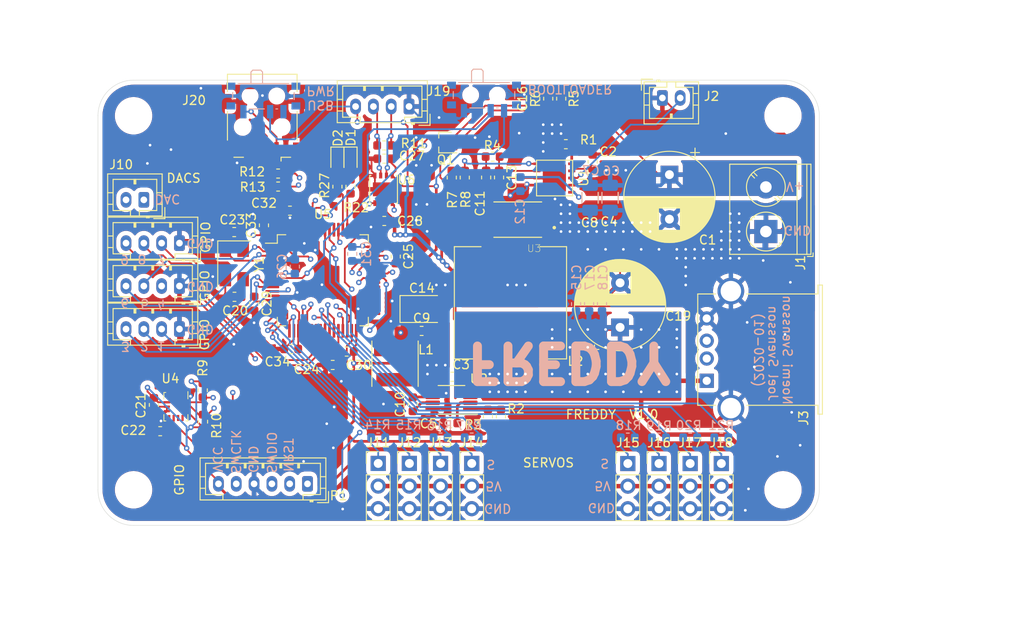
<source format=kicad_pcb>
(kicad_pcb (version 20191123) (host pcbnew "5.99.0-unknown-a5c7d45~86~ubuntu18.04.1")
  (layers (0 "F.Cu" signal) (1 "In1.Cu" signal) (2 "In2.Cu" signal) (31 "B.Cu" signal) (34 "B.Paste" user) (35 "F.Paste" user) (36 "B.SilkS" user) (37 "F.SilkS" user) (38 "B.Mask" user) (39 "F.Mask" user) (44 "Edge.Cuts" user))
  (net 0 "")
  (net 1 "BAT_VIN")
  (net 2 "Net-(C2-Pad1)")
  (net 3 "+5V")
  (net 4 "Net-(C5-Pad1)")
  (net 5 "VCC")
  (net 6 "Net-(C10-Pad2)")
  (net 7 "Net-(C10-Pad1)")
  (net 8 "Net-(C11-Pad1)")
  (net 9 "SW")
  (net 10 "Net-(C12-Pad1)")
  (net 11 "Net-(C13-Pad1)")
  (net 12 "VOLT_METER")
  (net 13 "Net-(C20-Pad2)")
  (net 14 "Net-(C23-Pad2)")
  (net 15 "Net-(C24-Pad1)")
  (net 16 "Net-(C25-Pad1)")
  (net 17 "NRST")
  (net 18 "Net-(D1-Pad2)")
  (net 19 "Net-(D2-Pad2)")
  (net 20 "Net-(J2-Pad2)")
  (net 21 "Net-(J3-Pad3)")
  (net 22 "Net-(J3-Pad2)")
  (net 23 "/MCU/GP3")
  (net 24 "/MCU/GP2")
  (net 25 "/MCU/GP1")
  (net 26 "/MCU/GP6")
  (net 27 "/MCU/GP5")
  (net 28 "/MCU/GP4")
  (net 29 "/MCU/GP9")
  (net 30 "/MCU/GP8")
  (net 31 "/MCU/GP7")
  (net 32 "Net-(J10-Pad2)")
  (net 33 "Net-(J10-Pad1)")
  (net 34 "Net-(J11-Pad1)")
  (net 35 "Net-(J12-Pad1)")
  (net 36 "Net-(J13-Pad1)")
  (net 37 "Net-(J14-Pad1)")
  (net 38 "Net-(J15-Pad1)")
  (net 39 "Net-(J16-Pad1)")
  (net 40 "Net-(J17-Pad1)")
  (net 41 "Net-(J18-Pad1)")
  (net 42 "CANH")
  (net 43 "CANL")
  (net 44 "Net-(J20-Pad4)")
  (net 45 "MCU_USB_DP")
  (net 46 "MCU_USB_DM")
  (net 47 "MCU_USB_VBUS")
  (net 48 "SWCLK")
  (net 49 "SWDIO")
  (net 50 "Net-(P1-Pad1)")
  (net 51 "Net-(Q1-Pad3)")
  (net 52 "Net-(R1-Pad1)")
  (net 53 "Net-(R2-Pad1)")
  (net 54 "FB")
  (net 55 "SDA")
  (net 56 "SCL")
  (net 57 "Net-(R12-Pad2)")
  (net 58 "Net-(R13-Pad2)")
  (net 59 "/MCU/SERV1")
  (net 60 "/MCU/SERV2")
  (net 61 "/MCU/SERV3")
  (net 62 "/MCU/SERV4")
  (net 63 "/MCU/SERV5")
  (net 64 "/MCU/SERV6")
  (net 65 "/MCU/SERV7")
  (net 66 "/MCU/SERV8")
  (net 67 "LED0")
  (net 68 "LED1")
  (net 69 "Net-(SW1-Pad3)")
  (net 70 "Net-(SW2-Pad2)")
  (net 71 "Net-(U1-Pad10)")
  (net 72 "Net-(U4-Pad11)")
  (net 73 "Net-(U4-Pad10)")
  (net 74 "IMU_INT2")
  (net 75 "Net-(U4-Pad4)")
  (net 76 "Net-(U4-Pad3)")
  (net 77 "Net-(U4-Pad2)")
  (net 78 "CAN_TX")
  (net 79 "CAN_RX")
  (net 80 "Net-(U5-Pad54)")
  (net 81 "Net-(U5-Pad50)")
  (net 82 "Net-(U5-Pad43)")
  (net 83 "GND")
  (net 84 "Net-(U5-Pad40)")
  (net 85 "Net-(U5-Pad39)")
  (net 86 "Net-(U5-Pad38)")
  (net 87 "Net-(U5-Pad37)")
  (net 88 "Net-(U5-Pad59)")
  (net 89 "Net-(U5-Pad58)")
  (net 90 "Net-(U5-Pad36)")
  (net 91 "Net-(U5-Pad35)")
  (net 92 "Net-(U5-Pad34)")
  (net 93 "Net-(U5-Pad33)")
  (net 94 "Net-(U5-Pad24)")
  (net 95 "Net-(U5-Pad4)")
  (net 96 "Net-(U5-Pad57)")
  (module "Connector_JST:JST_PH_B6B-PH-K_1x06_P2.00mm_Vertical" (layer "F.Cu") (at 157.53 114.33 180)
    (fp_text reference "P1" (at -3.48 -1.33) (layer "F.SilkS"))
    (fp_text value "SWD")
    (pad "6" thru_hole oval (at 10 0 180) (size 1.2 1.75) (drill 0.75) (layers *.Cu *.Mask) (net 5 "VCC"))
    (pad "5" thru_hole oval (at 8 0 180) (size 1.2 1.75) (drill 0.75) (layers *.Cu *.Mask) (net 48 "SWCLK"))
    (pad "4" thru_hole oval (at 6 0 180) (size 1.2 1.75) (drill 0.75) (layers *.Cu *.Mask) (net 83 "GND"))
    (pad "3" thru_hole oval (at 4 0 180) (size 1.2 1.75) (drill 0.75) (layers *.Cu *.Mask) (net 49 "SWDIO"))
    (pad "2" thru_hole oval (at 2 0 180) (size 1.2 1.75) (drill 0.75) (layers *.Cu *.Mask) (net 17 "NRST"))
    (pad "1" thru_hole roundrect (at 0 0 180) (size 1.2 1.75) (drill 0.75) (layers *.Cu *.Mask) (roundrect_rratio 0.208333) (net 50 "Net-(P1-Pad1)"))
  )
  (module "Package_LGA:Bosch_LGA-14_3x2.5mm_P0.5mm" (layer "F.Cu") (at 142.75 105.67 -90)
    (fp_text reference "U4" (at -3.16 0.61 180) (layer "F.SilkS"))
    (fp_text value "BMI160")
    (pad "11" smd rect (at 1.2625 -0.75 270) (size 0.675 0.25) (layers "F.Cu" "F.Paste" "F.Mask") (net 72 "Net-(U4-Pad11)"))
    (pad "10" smd rect (at 1.2625 -0.25 270) (size 0.675 0.25) (layers "F.Cu" "F.Paste" "F.Mask") (net 73 "Net-(U4-Pad10)"))
    (pad "9" smd rect (at 1.2625 0.25 270) (size 0.675 0.25) (layers "F.Cu" "F.Paste" "F.Mask") (net 74 "IMU_INT2"))
    (pad "8" smd rect (at 1.2625 0.75 270) (size 0.675 0.25) (layers "F.Cu" "F.Paste" "F.Mask") (net 5 "VCC"))
    (pad "4" smd rect (at -1.2625 0.75 270) (size 0.675 0.25) (layers "F.Cu" "F.Paste" "F.Mask") (net 75 "Net-(U4-Pad4)"))
    (pad "3" smd rect (at -1.2625 0.25 270) (size 0.675 0.25) (layers "F.Cu" "F.Paste" "F.Mask") (net 76 "Net-(U4-Pad3)"))
    (pad "2" smd rect (at -1.2625 -0.25 270) (size 0.675 0.25) (layers "F.Cu" "F.Paste" "F.Mask") (net 77 "Net-(U4-Pad2)"))
    (pad "1" smd rect (at -1.2625 -0.75 270) (size 0.675 0.25) (layers "F.Cu" "F.Paste" "F.Mask") (net 83 "GND"))
    (pad "7" smd rect (at 0.5 1.0125 270) (size 0.25 0.675) (layers "F.Cu" "F.Paste" "F.Mask") (net 83 "GND"))
    (pad "6" smd rect (at 0 1.0125 270) (size 0.25 0.675) (layers "F.Cu" "F.Paste" "F.Mask") (net 83 "GND"))
    (pad "5" smd rect (at -0.5 1.0125 270) (size 0.25 0.675) (layers "F.Cu" "F.Paste" "F.Mask") (net 5 "VCC"))
    (pad "12" smd rect (at 0.5 -1.0125 270) (size 0.25 0.675) (layers "F.Cu" "F.Paste" "F.Mask") (net 5 "VCC"))
    (pad "14" smd rect (at -0.5 -1.0125 270) (size 0.25 0.675) (layers "F.Cu" "F.Paste" "F.Mask") (net 55 "SDA"))
    (pad "13" smd rect (at 0 -1.0125 270) (size 0.25 0.675) (layers "F.Cu" "F.Paste" "F.Mask") (net 56 "SCL"))
  )
  (module "Resistor_SMD:R_0603_1608Metric" (layer "F.Cu") (at 145.8 107.35 90)
    (fp_text reference "R10" (at -0.45 1.52 90) (layer "F.SilkS"))
    (fp_text value "1k")
    (pad "2" smd roundrect (at 0.7875 0 90) (size 0.875 0.95) (layers "F.Cu" "F.Paste" "F.Mask") (net 56 "SCL"))
    (pad "1" smd roundrect (at -0.7875 0 90) (size 0.875 0.95) (layers "F.Cu" "F.Paste" "F.Mask") (net 5 "VCC"))
  )
  (module "Resistor_SMD:R_0603_1608Metric" (layer "F.Cu") (at 145.77 103.82 -90)
    (fp_text reference "R9" (at -2.5 0 90) (layer "F.SilkS"))
    (fp_text value "1k")
    (pad "2" smd roundrect (at 0.7875 0 270) (size 0.875 0.95) (layers "F.Cu" "F.Paste" "F.Mask") (net 55 "SDA"))
    (pad "1" smd roundrect (at -0.7875 0 270) (size 0.875 0.95) (layers "F.Cu" "F.Paste" "F.Mask") (net 5 "VCC"))
  )
  (module "Capacitor_SMD:C_0603_1608Metric" (layer "F.Cu") (at 140.99 108.42 180)
    (fp_text reference "C22" (at 3.02 0.1) (layer "F.SilkS"))
    (fp_text value "2.2u")
    (pad "2" smd roundrect (at 0.7875 0 180) (size 0.875 0.95) (layers "F.Cu" "F.Paste" "F.Mask") (net 83 "GND"))
    (pad "1" smd roundrect (at -0.7875 0 180) (size 0.875 0.95) (layers "F.Cu" "F.Paste" "F.Mask") (net 5 "VCC"))
  )
  (module "Capacitor_SMD:C_0603_1608Metric" (layer "F.Cu") (at 140.28 105.47 -90)
    (fp_text reference "C21" (at 0.07 1.46 90) (layer "F.SilkS"))
    (fp_text value "2.2u")
    (pad "2" smd roundrect (at 0.7875 0 270) (size 0.875 0.95) (layers "F.Cu" "F.Paste" "F.Mask") (net 83 "GND"))
    (pad "1" smd roundrect (at -0.7875 0 270) (size 0.875 0.95) (layers "F.Cu" "F.Paste" "F.Mask") (net 5 "VCC"))
  )
  (module "Resistor_SMD:R_0603_1608Metric" (layer "B.Cu") (at 197 109.145)
    (fp_text reference "R19" (at 0 -1.325) (layer "B.SilkS") (effects (justify mirror)))
    (fp_text value "220R")
    (pad "2" smd roundrect (at 0.7875 0) (size 0.875 0.95) (layers "B.Cu" "B.Paste" "B.Mask") (net 64 "/MCU/SERV6"))
    (pad "1" smd roundrect (at -0.7875 0) (size 0.875 0.95) (layers "B.Cu" "B.Paste" "B.Mask") (net 39 "Net-(J16-Pad1)"))
  )
  (module "Capacitor_SMD:C_0603_1608Metric" (layer "F.Cu") (at 160.36 100.98 180)
    (fp_text reference "C24" (at 2.93 -0.5) (layer "F.SilkS"))
    (fp_text value "2.2u")
    (pad "2" smd roundrect (at 0.7875 0 180) (size 0.875 0.95) (layers "F.Cu" "F.Paste" "F.Mask") (net 83 "GND"))
    (pad "1" smd roundrect (at -0.7875 0 180) (size 0.875 0.95) (layers "F.Cu" "F.Paste" "F.Mask") (net 15 "Net-(C24-Pad1)"))
  )
  (module "Package_QFP:LQFP-64_10x10mm_P0.5mm" (layer "F.Cu") (at 159.25 91.47)
    (fp_text reference "U5" (at 0 -7.4) (layer "F.SilkS"))
    (fp_text value "STM32F405RGTx")
    (pad "64" smd roundrect (at -3.75 -5.675) (size 0.3 1.55) (layers "F.Cu" "F.Paste" "F.Mask") (net 5 "VCC"))
    (pad "63" smd roundrect (at -3.25 -5.675) (size 0.3 1.55) (layers "F.Cu" "F.Paste" "F.Mask") (net 83 "GND"))
    (pad "62" smd roundrect (at -2.75 -5.675) (size 0.3 1.55) (layers "F.Cu" "F.Paste" "F.Mask") (net 78 "CAN_TX"))
    (pad "61" smd roundrect (at -2.25 -5.675) (size 0.3 1.55) (layers "F.Cu" "F.Paste" "F.Mask") (net 79 "CAN_RX"))
    (pad "60" smd roundrect (at -1.75 -5.675) (size 0.3 1.55) (layers "F.Cu" "F.Paste" "F.Mask") (net 70 "Net-(SW2-Pad2)"))
    (pad "59" smd roundrect (at -1.25 -5.675) (size 0.3 1.55) (layers "F.Cu" "F.Paste" "F.Mask") (net 88 "Net-(U5-Pad59)"))
    (pad "58" smd roundrect (at -0.75 -5.675) (size 0.3 1.55) (layers "F.Cu" "F.Paste" "F.Mask") (net 89 "Net-(U5-Pad58)"))
    (pad "57" smd roundrect (at -0.25 -5.675) (size 0.3 1.55) (layers "F.Cu" "F.Paste" "F.Mask") (net 96 "Net-(U5-Pad57)"))
    (pad "56" smd roundrect (at 0.25 -5.675) (size 0.3 1.55) (layers "F.Cu" "F.Paste" "F.Mask") (net 66 "/MCU/SERV8"))
    (pad "55" smd roundrect (at 0.75 -5.675) (size 0.3 1.55) (layers "F.Cu" "F.Paste" "F.Mask") (net 65 "/MCU/SERV7"))
    (pad "54" smd roundrect (at 1.25 -5.675) (size 0.3 1.55) (layers "F.Cu" "F.Paste" "F.Mask") (net 80 "Net-(U5-Pad54)"))
    (pad "53" smd roundrect (at 1.75 -5.675) (size 0.3 1.55) (layers "F.Cu" "F.Paste" "F.Mask") (net 28 "/MCU/GP4"))
    (pad "52" smd roundrect (at 2.25 -5.675) (size 0.3 1.55) (layers "F.Cu" "F.Paste" "F.Mask") (net 68 "LED1"))
    (pad "51" smd roundrect (at 2.75 -5.675) (size 0.3 1.55) (layers "F.Cu" "F.Paste" "F.Mask") (net 67 "LED0"))
    (pad "50" smd roundrect (at 3.25 -5.675) (size 0.3 1.55) (layers "F.Cu" "F.Paste" "F.Mask") (net 81 "Net-(U5-Pad50)"))
    (pad "49" smd roundrect (at 3.75 -5.675) (size 0.3 1.55) (layers "F.Cu" "F.Paste" "F.Mask") (net 48 "SWCLK"))
    (pad "48" smd roundrect (at 5.675 -3.75) (size 1.55 0.3) (layers "F.Cu" "F.Paste" "F.Mask") (net 5 "VCC"))
    (pad "47" smd roundrect (at 5.675 -3.25) (size 1.55 0.3) (layers "F.Cu" "F.Paste" "F.Mask") (net 16 "Net-(C25-Pad1)"))
    (pad "46" smd roundrect (at 5.675 -2.75) (size 1.55 0.3) (layers "F.Cu" "F.Paste" "F.Mask") (net 49 "SWDIO"))
    (pad "45" smd roundrect (at 5.675 -2.25) (size 1.55 0.3) (layers "F.Cu" "F.Paste" "F.Mask") (net 58 "Net-(R13-Pad2)"))
    (pad "44" smd roundrect (at 5.675 -1.75) (size 1.55 0.3) (layers "F.Cu" "F.Paste" "F.Mask") (net 57 "Net-(R12-Pad2)"))
    (pad "43" smd roundrect (at 5.675 -1.25) (size 1.55 0.3) (layers "F.Cu" "F.Paste" "F.Mask") (net 82 "Net-(U5-Pad43)"))
    (pad "42" smd roundrect (at 5.675 -0.75) (size 1.55 0.3) (layers "F.Cu" "F.Paste" "F.Mask") (net 3 "+5V"))
    (pad "41" smd roundrect (at 5.675 -0.25) (size 1.55 0.3) (layers "F.Cu" "F.Paste" "F.Mask") (net 29 "/MCU/GP9"))
    (pad "40" smd roundrect (at 5.675 0.25) (size 1.55 0.3) (layers "F.Cu" "F.Paste" "F.Mask") (net 84 "Net-(U5-Pad40)"))
    (pad "39" smd roundrect (at 5.675 0.75) (size 1.55 0.3) (layers "F.Cu" "F.Paste" "F.Mask") (net 85 "Net-(U5-Pad39)"))
    (pad "38" smd roundrect (at 5.675 1.25) (size 1.55 0.3) (layers "F.Cu" "F.Paste" "F.Mask") (net 86 "Net-(U5-Pad38)"))
    (pad "37" smd roundrect (at 5.675 1.75) (size 1.55 0.3) (layers "F.Cu" "F.Paste" "F.Mask") (net 87 "Net-(U5-Pad37)"))
    (pad "36" smd roundrect (at 5.675 2.25) (size 1.55 0.3) (layers "F.Cu" "F.Paste" "F.Mask") (net 90 "Net-(U5-Pad36)"))
    (pad "35" smd roundrect (at 5.675 2.75) (size 1.55 0.3) (layers "F.Cu" "F.Paste" "F.Mask") (net 91 "Net-(U5-Pad35)"))
    (pad "34" smd roundrect (at 5.675 3.25) (size 1.55 0.3) (layers "F.Cu" "F.Paste" "F.Mask") (net 92 "Net-(U5-Pad34)"))
    (pad "33" smd roundrect (at 5.675 3.75) (size 1.55 0.3) (layers "F.Cu" "F.Paste" "F.Mask") (net 93 "Net-(U5-Pad33)"))
    (pad "32" smd roundrect (at 3.75 5.675) (size 0.3 1.55) (layers "F.Cu" "F.Paste" "F.Mask") (net 5 "VCC"))
    (pad "31" smd roundrect (at 3.25 5.675) (size 0.3 1.55) (layers "F.Cu" "F.Paste" "F.Mask") (net 15 "Net-(C24-Pad1)"))
    (pad "30" smd roundrect (at 2.75 5.675) (size 0.3 1.55) (layers "F.Cu" "F.Paste" "F.Mask") (net 55 "SDA"))
    (pad "29" smd roundrect (at 2.25 5.675) (size 0.3 1.55) (layers "F.Cu" "F.Paste" "F.Mask") (net 56 "SCL"))
    (pad "28" smd roundrect (at 1.75 5.675) (size 0.3 1.55) (layers "F.Cu" "F.Paste" "F.Mask") (net 83 "GND"))
    (pad "27" smd roundrect (at 1.25 5.675) (size 0.3 1.55) (layers "F.Cu" "F.Paste" "F.Mask") (net 64 "/MCU/SERV6"))
    (pad "26" smd roundrect (at 0.75 5.675) (size 0.3 1.55) (layers "F.Cu" "F.Paste" "F.Mask") (net 63 "/MCU/SERV5"))
    (pad "25" smd roundrect (at 0.25 5.675) (size 0.3 1.55) (layers "F.Cu" "F.Paste" "F.Mask") (net 74 "IMU_INT2"))
    (pad "24" smd roundrect (at -0.25 5.675) (size 0.3 1.55) (layers "F.Cu" "F.Paste" "F.Mask") (net 94 "Net-(U5-Pad24)"))
    (pad "23" smd roundrect (at -0.75 5.675) (size 0.3 1.55) (layers "F.Cu" "F.Paste" "F.Mask") (net 30 "/MCU/GP8"))
    (pad "22" smd roundrect (at -1.25 5.675) (size 0.3 1.55) (layers "F.Cu" "F.Paste" "F.Mask") (net 31 "/MCU/GP7"))
    (pad "21" smd roundrect (at -1.75 5.675) (size 0.3 1.55) (layers "F.Cu" "F.Paste" "F.Mask") (net 32 "Net-(J10-Pad2)"))
    (pad "20" smd roundrect (at -2.25 5.675) (size 0.3 1.55) (layers "F.Cu" "F.Paste" "F.Mask") (net 33 "Net-(J10-Pad1)"))
    (pad "19" smd roundrect (at -2.75 5.675) (size 0.3 1.55) (layers "F.Cu" "F.Paste" "F.Mask") (net 5 "VCC"))
    (pad "18" smd roundrect (at -3.25 5.675) (size 0.3 1.55) (layers "F.Cu" "F.Paste" "F.Mask") (net 83 "GND"))
    (pad "17" smd roundrect (at -3.75 5.675) (size 0.3 1.55) (layers "F.Cu" "F.Paste" "F.Mask") (net 62 "/MCU/SERV4"))
    (pad "16" smd roundrect (at -5.675 3.75) (size 1.55 0.3) (layers "F.Cu" "F.Paste" "F.Mask") (net 61 "/MCU/SERV3"))
    (pad "15" smd roundrect (at -5.675 3.25) (size 1.55 0.3) (layers "F.Cu" "F.Paste" "F.Mask") (net 60 "/MCU/SERV2"))
    (pad "14" smd roundrect (at -5.675 2.75) (size 1.55 0.3) (layers "F.Cu" "F.Paste" "F.Mask") (net 59 "/MCU/SERV1"))
    (pad "13" smd roundrect (at -5.675 2.25) (size 1.55 0.3) (layers "F.Cu" "F.Paste" "F.Mask") (net 5 "VCC"))
    (pad "12" smd roundrect (at -5.675 1.75) (size 1.55 0.3) (layers "F.Cu" "F.Paste" "F.Mask") (net 83 "GND"))
    (pad "11" smd roundrect (at -5.675 1.25) (size 1.55 0.3) (layers "F.Cu" "F.Paste" "F.Mask") (net 23 "/MCU/GP3"))
    (pad "10" smd roundrect (at -5.675 0.75) (size 1.55 0.3) (layers "F.Cu" "F.Paste" "F.Mask") (net 24 "/MCU/GP2"))
    (pad "9" smd roundrect (at -5.675 0.25) (size 1.55 0.3) (layers "F.Cu" "F.Paste" "F.Mask") (net 25 "/MCU/GP1"))
    (pad "8" smd roundrect (at -5.675 -0.25) (size 1.55 0.3) (layers "F.Cu" "F.Paste" "F.Mask") (net 12 "VOLT_METER"))
    (pad "7" smd roundrect (at -5.675 -0.75) (size 1.55 0.3) (layers "F.Cu" "F.Paste" "F.Mask") (net 17 "NRST"))
    (pad "6" smd roundrect (at -5.675 -1.25) (size 1.55 0.3) (layers "F.Cu" "F.Paste" "F.Mask") (net 13 "Net-(C20-Pad2)"))
    (pad "5" smd roundrect (at -5.675 -1.75) (size 1.55 0.3) (layers "F.Cu" "F.Paste" "F.Mask") (net 14 "Net-(C23-Pad2)"))
    (pad "4" smd roundrect (at -5.675 -2.25) (size 1.55 0.3) (layers "F.Cu" "F.Paste" "F.Mask") (net 95 "Net-(U5-Pad4)"))
    (pad "3" smd roundrect (at -5.675 -2.75) (size 1.55 0.3) (layers "F.Cu" "F.Paste" "F.Mask") (net 26 "/MCU/GP6"))
    (pad "2" smd roundrect (at -5.675 -3.25) (size 1.55 0.3) (layers "F.Cu" "F.Paste" "F.Mask") (net 27 "/MCU/GP5"))
    (pad "1" smd roundrect (at -5.675 -3.75) (size 1.55 0.3) (layers "F.Cu" "F.Paste" "F.Mask") (net 5 "VCC"))
  )
  (module "Connector_JST:JST_PH_B4B-PH-K_1x04_P2.00mm_Vertical" (layer "F.Cu") (at 143.15 87.3 180)
    (fp_text reference "J6" hide)
    (fp_text value "GPIO3")
    (pad "4" thru_hole oval (at 6 0 180) (size 1.2 1.75) (drill 0.75) (layers *.Cu *.Mask) (net 29 "/MCU/GP9"))
    (pad "3" thru_hole oval (at 4 0 180) (size 1.2 1.75) (drill 0.75) (layers *.Cu *.Mask) (net 30 "/MCU/GP8"))
    (pad "2" thru_hole oval (at 2 0 180) (size 1.2 1.75) (drill 0.75) (layers *.Cu *.Mask) (net 31 "/MCU/GP7"))
    (pad "1" thru_hole roundrect (at 0 0 180) (size 1.2 1.75) (drill 0.75) (layers *.Cu *.Mask) (roundrect_rratio 0.208333) (net 83 "GND"))
  )
  (module "Connector_JST:JST_PH_B4B-PH-K_1x04_P2.00mm_Vertical" (layer "F.Cu") (at 143.15 92.12 180)
    (fp_text reference "J5" hide)
    (fp_text value "GPIO2")
    (pad "4" thru_hole oval (at 6 0 180) (size 1.2 1.75) (drill 0.75) (layers *.Cu *.Mask) (net 26 "/MCU/GP6"))
    (pad "3" thru_hole oval (at 4 0 180) (size 1.2 1.75) (drill 0.75) (layers *.Cu *.Mask) (net 27 "/MCU/GP5"))
    (pad "2" thru_hole oval (at 2 0 180) (size 1.2 1.75) (drill 0.75) (layers *.Cu *.Mask) (net 28 "/MCU/GP4"))
    (pad "1" thru_hole roundrect (at 0 0 180) (size 1.2 1.75) (drill 0.75) (layers *.Cu *.Mask) (roundrect_rratio 0.208333) (net 83 "GND"))
  )
  (module "Connector_JST:JST_PH_B4B-PH-K_1x04_P2.00mm_Vertical" (layer "F.Cu") (at 143.15 96.95 180)
    (fp_text reference "J4" hide)
    (fp_text value "GPIO1")
    (pad "4" thru_hole oval (at 6 0 180) (size 1.2 1.75) (drill 0.75) (layers *.Cu *.Mask) (net 23 "/MCU/GP3"))
    (pad "3" thru_hole oval (at 4 0 180) (size 1.2 1.75) (drill 0.75) (layers *.Cu *.Mask) (net 24 "/MCU/GP2"))
    (pad "2" thru_hole oval (at 2 0 180) (size 1.2 1.75) (drill 0.75) (layers *.Cu *.Mask) (net 25 "/MCU/GP1"))
    (pad "1" thru_hole roundrect (at 0 0 180) (size 1.2 1.75) (drill 0.75) (layers *.Cu *.Mask) (roundrect_rratio 0.208333) (net 83 "GND"))
  )
  (module "Resistor_SMD:R_0603_1608Metric" (layer "B.Cu") (at 172.47 109.135)
    (fp_text reference "R16" (at -0.11 -1.345) (layer "B.SilkS") (effects (justify mirror)))
    (fp_text value "220R")
    (pad "2" smd roundrect (at 0.7875 0) (size 0.875 0.95) (layers "B.Cu" "B.Paste" "B.Mask") (net 61 "/MCU/SERV3"))
    (pad "1" smd roundrect (at -0.7875 0) (size 0.875 0.95) (layers "B.Cu" "B.Paste" "B.Mask") (net 36 "Net-(J13-Pad1)"))
  )
  (module "Crystal:Crystal_SMD_5032-4Pin_5.0x3.2mm" (layer "F.Cu") (at 149.3 89.7 -90)
    (fp_text reference "Y1" (at 0 -2.8 90) (layer "F.SilkS"))
    (fp_text value "8Mhz")
    (pad "4" smd rect (at -1.65 -1 270) (size 1.6 1.3) (layers "F.Cu" "F.Paste" "F.Mask") (net 83 "GND"))
    (pad "3" smd rect (at 1.65 -1 270) (size 1.6 1.3) (layers "F.Cu" "F.Paste" "F.Mask") (net 13 "Net-(C20-Pad2)"))
    (pad "2" smd rect (at 1.65 1 270) (size 1.6 1.3) (layers "F.Cu" "F.Paste" "F.Mask") (net 83 "GND"))
    (pad "1" smd rect (at -1.65 1 270) (size 1.6 1.3) (layers "F.Cu" "F.Paste" "F.Mask") (net 14 "Net-(C23-Pad2)"))
  )
  (module "Package_DFN_QFN:DFN-8-1EP_3x3mm_P0.65mm_EP1.55x2.4mm" (layer "F.Cu") (at 166.07 81.26 90)
    (fp_text reference "U6" (at 1.06 2.58 180) (layer "F.SilkS"))
    (fp_text value "TJA1051TK-3")
    (pad "9" smd rect (at 0 0 90) (size 1.55 2.4) (layers "F.Cu" "F.Mask") (net 83 "GND"))
    (pad "8" smd rect (at 1.55 -0.975 90) (size 0.65 0.35) (layers "F.Cu" "F.Paste" "F.Mask") (net 83 "GND"))
    (pad "7" smd rect (at 1.55 -0.325 90) (size 0.65 0.35) (layers "F.Cu" "F.Paste" "F.Mask") (net 42 "CANH"))
    (pad "6" smd rect (at 1.55 0.325 90) (size 0.65 0.35) (layers "F.Cu" "F.Paste" "F.Mask") (net 43 "CANL"))
    (pad "5" smd rect (at 1.55 0.975 90) (size 0.65 0.35) (layers "F.Cu" "F.Paste" "F.Mask") (net 5 "VCC"))
    (pad "4" smd rect (at -1.55 0.975 90) (size 0.65 0.35) (layers "F.Cu" "F.Paste" "F.Mask") (net 79 "CAN_RX"))
    (pad "3" smd rect (at -1.55 0.325 90) (size 0.65 0.35) (layers "F.Cu" "F.Paste" "F.Mask") (net 3 "+5V"))
    (pad "2" smd rect (at -1.55 -0.325 90) (size 0.65 0.35) (layers "F.Cu" "F.Paste" "F.Mask") (net 83 "GND"))
    (pad "1" smd rect (at -1.55 -0.975 90) (size 0.65 0.35) (layers "F.Cu" "F.Paste" "F.Mask") (net 78 "CAN_TX"))
  )
  (module "favorites:POWERDI5" (layer "F.Cu") (at 181.14 84.66 180)
    (fp_text reference "U3" (at -1.838 -3.238) (layer "F.SilkS") (effects (font (size 0.8 0.8) (thickness 0.05))))
    (fp_text value "PDS760-13" hide)
    (pad "1" smd rect (at -2.856 -0.92 180) (size 1.4 1.39) (layers "F.Cu" "F.Paste" "F.Mask") (net 83 "GND"))
    (pad "2" smd rect (at -2.856 0.92 180) (size 1.4 1.39) (layers "F.Cu" "F.Paste" "F.Mask") (net 83 "GND"))
    (pad "3" smd rect (at 1.126 0 180) (size 4.86 3.36) (layers "F.Cu" "F.Paste" "F.Mask") (net 9 "SW"))
  )
  (module "Package_SO:MSOP-8_3x3mm_P0.65mm" (layer "F.Cu") (at 173.7 104.9 180)
    (fp_text reference "U2" (at -3.07 2.36) (layer "F.SilkS"))
    (fp_text value "MCP16311MS")
    (pad "8" smd roundrect (at 2.1125 -0.975 180) (size 1.625 0.5) (layers "F.Cu" "F.Paste" "F.Mask") (net 83 "GND"))
    (pad "7" smd roundrect (at 2.1125 -0.325 180) (size 1.625 0.5) (layers "F.Cu" "F.Paste" "F.Mask") (net 7 "Net-(C10-Pad1)"))
    (pad "6" smd roundrect (at 2.1125 0.325 180) (size 1.625 0.5) (layers "F.Cu" "F.Paste" "F.Mask") (net 6 "Net-(C10-Pad2)"))
    (pad "5" smd roundrect (at 2.1125 0.975 180) (size 1.625 0.5) (layers "F.Cu" "F.Paste" "F.Mask") (net 83 "GND"))
    (pad "4" smd roundrect (at -2.1125 0.975 180) (size 1.625 0.5) (layers "F.Cu" "F.Paste" "F.Mask") (net 3 "+5V"))
    (pad "3" smd roundrect (at -2.1125 0.325 180) (size 1.625 0.5) (layers "F.Cu" "F.Paste" "F.Mask") (net 3 "+5V"))
    (pad "2" smd roundrect (at -2.1125 -0.325 180) (size 1.625 0.5) (layers "F.Cu" "F.Paste" "F.Mask") (net 4 "Net-(C5-Pad1)"))
    (pad "1" smd roundrect (at -2.1125 -0.975 180) (size 1.625 0.5) (layers "F.Cu" "F.Paste" "F.Mask") (net 53 "Net-(R2-Pad1)"))
  )
  (module "favorites:TI-DPR" (layer "F.Cu") (at 185.25 79.99 90)
    (fp_text reference "U1" (at 0.05 3.3 90 unlocked) (layer "F.SilkS"))
    (fp_text value "TPS54561DPRR")
    (pad "11" connect rect (at 0 0 90) (size 3 2.6) (layers "F.Cu" "F.Mask") (net 83 "GND"))
    (pad "1" connect rect (at -1.6 1.95 90) (size 0.3 0.8) (layers "F.Cu" "F.Mask") (net 10 "Net-(C12-Pad1)"))
    (pad "2" connect rect (at -0.8 1.95 90) (size 0.3 0.8) (layers "F.Cu" "F.Mask") (net 1 "BAT_VIN"))
    (pad "5" connect rect (at 1.6 1.95 90) (size 0.3 0.8) (layers "F.Cu" "F.Mask") (net 52 "Net-(R1-Pad1)"))
    (pad "3" connect rect (at 0 1.95 90) (size 0.3 0.8) (layers "F.Cu" "F.Mask") (net 20 "Net-(J2-Pad2)"))
    (pad "4" connect rect (at 0.8 1.95 90) (size 0.3 0.8) (layers "F.Cu" "F.Mask") (net 2 "Net-(C2-Pad1)"))
    (pad "6" connect rect (at 1.6 -1.95 90) (size 0.3 0.8) (layers "F.Cu" "F.Mask") (net 54 "FB"))
    (pad "7" connect rect (at 0.8 -1.95 90) (size 0.3 0.8) (layers "F.Cu" "F.Mask") (net 11 "Net-(C13-Pad1)"))
    (pad "8" connect rect (at 0 -1.95 90) (size 0.3 0.8) (layers "F.Cu" "F.Mask") (net 83 "GND"))
    (pad "9" connect rect (at -0.8 -1.95 90) (size 0.3 0.8) (layers "F.Cu" "F.Mask") (net 9 "SW"))
    (pad "10" connect rect (at -1.6 -1.95 90) (size 0.3 0.8) (layers "F.Cu" "F.Mask") (net 71 "Net-(U1-Pad10)"))
  )
  (module "Button_Switch_SMD:SW_SPDT_PCM12" (layer "B.Cu") (at 177.35 71)
    (fp_text reference "SW2" hide)
    (fp_text value "BOOT0")
    (pad "" smd rect (at -3.65 0.78) (size 1 0.8) (layers "B.Cu" "B.Paste" "B.Mask"))
    (pad "" smd rect (at 3.65 0.78) (size 1 0.8) (layers "B.Cu" "B.Paste" "B.Mask"))
    (pad "" smd rect (at 3.65 -1.43) (size 1 0.8) (layers "B.Cu" "B.Paste" "B.Mask"))
    (pad "" smd rect (at -3.65 -1.43) (size 1 0.8) (layers "B.Cu" "B.Paste" "B.Mask"))
    (pad "3" smd rect (at 2.25 1.43) (size 0.7 1.5) (layers "B.Cu" "B.Paste" "B.Mask") (net 5 "VCC"))
    (pad "2" smd rect (at 0.75 1.43) (size 0.7 1.5) (layers "B.Cu" "B.Paste" "B.Mask") (net 70 "Net-(SW2-Pad2)"))
    (pad "1" smd rect (at -2.25 1.43) (size 0.7 1.5) (layers "B.Cu" "B.Paste" "B.Mask") (net 83 "GND"))
    (pad "" np_thru_hole circle (at 1.5 -0.33) (size 0.9 0.9) (drill 0.9) (layers *.Cu *.Mask))
    (pad "" np_thru_hole circle (at -1.5 -0.33) (size 0.9 0.9) (drill 0.9) (layers *.Cu *.Mask))
  )
  (module "Button_Switch_SMD:SW_SPDT_PCM12" (layer "B.Cu") (at 152.58 71.11)
    (fp_text reference "SW1" hide)
    (fp_text value "MCU_USB_POWER")
    (pad "" smd rect (at -3.65 0.78) (size 1 0.8) (layers "B.Cu" "B.Paste" "B.Mask"))
    (pad "" smd rect (at 3.65 0.78) (size 1 0.8) (layers "B.Cu" "B.Paste" "B.Mask"))
    (pad "" smd rect (at 3.65 -1.43) (size 1 0.8) (layers "B.Cu" "B.Paste" "B.Mask"))
    (pad "" smd rect (at -3.65 -1.43) (size 1 0.8) (layers "B.Cu" "B.Paste" "B.Mask"))
    (pad "3" smd rect (at 2.25 1.43) (size 0.7 1.5) (layers "B.Cu" "B.Paste" "B.Mask") (net 69 "Net-(SW1-Pad3)"))
    (pad "2" smd rect (at 0.75 1.43) (size 0.7 1.5) (layers "B.Cu" "B.Paste" "B.Mask") (net 3 "+5V"))
    (pad "1" smd rect (at -2.25 1.43) (size 0.7 1.5) (layers "B.Cu" "B.Paste" "B.Mask") (net 47 "MCU_USB_VBUS"))
    (pad "" np_thru_hole circle (at 1.5 -0.33) (size 0.9 0.9) (drill 0.9) (layers *.Cu *.Mask))
    (pad "" np_thru_hole circle (at -1.5 -0.33) (size 0.9 0.9) (drill 0.9) (layers *.Cu *.Mask))
  )
  (module "Resistor_SMD:R_0603_1608Metric" (layer "F.Cu") (at 160.89 80.96 -90)
    (fp_text reference "R27" (at -0.11 1.44 90) (layer "F.SilkS"))
    (fp_text value "1k")
    (pad "2" smd roundrect (at 0.7875 0 270) (size 0.875 0.95) (layers "F.Cu" "F.Paste" "F.Mask") (net 68 "LED1"))
    (pad "1" smd roundrect (at -0.7875 0 270) (size 0.875 0.95) (layers "F.Cu" "F.Paste" "F.Mask") (net 19 "Net-(D2-Pad2)"))
  )
  (module "Resistor_SMD:R_0603_1608Metric" (layer "F.Cu") (at 162.36 80.96 -90)
    (fp_text reference "R22" (at 2.36 -0.64 180) (layer "F.SilkS"))
    (fp_text value "1k")
    (pad "2" smd roundrect (at 0.7875 0 270) (size 0.875 0.95) (layers "F.Cu" "F.Paste" "F.Mask") (net 67 "LED0"))
    (pad "1" smd roundrect (at -0.7875 0 270) (size 0.875 0.95) (layers "F.Cu" "F.Paste" "F.Mask") (net 18 "Net-(D1-Pad2)"))
  )
  (module "Resistor_SMD:R_0603_1608Metric" (layer "B.Cu") (at 204 109.145)
    (fp_text reference "R21" (at -0.01 -1.375) (layer "B.SilkS") (effects (justify mirror)))
    (fp_text value "220R")
    (pad "2" smd roundrect (at 0.7875 0) (size 0.875 0.95) (layers "B.Cu" "B.Paste" "B.Mask") (net 66 "/MCU/SERV8"))
    (pad "1" smd roundrect (at -0.7875 0) (size 0.875 0.95) (layers "B.Cu" "B.Paste" "B.Mask") (net 41 "Net-(J18-Pad1)"))
  )
  (module "Resistor_SMD:R_0603_1608Metric" (layer "B.Cu") (at 200.5 109.145)
    (fp_text reference "R20" (at -0.16 -1.375) (layer "B.SilkS") (effects (justify mirror)))
    (fp_text value "220R")
    (pad "2" smd roundrect (at 0.7875 0) (size 0.875 0.95) (layers "B.Cu" "B.Paste" "B.Mask") (net 65 "/MCU/SERV7"))
    (pad "1" smd roundrect (at -0.7875 0) (size 0.875 0.95) (layers "B.Cu" "B.Paste" "B.Mask") (net 40 "Net-(J17-Pad1)"))
  )
  (module "Resistor_SMD:R_0603_1608Metric" (layer "B.Cu") (at 193.5 109.145)
    (fp_text reference "R18" (at 0.09 -1.375) (layer "B.SilkS") (effects (justify mirror)))
    (fp_text value "220R")
    (pad "2" smd roundrect (at 0.7875 0) (size 0.875 0.95) (layers "B.Cu" "B.Paste" "B.Mask") (net 63 "/MCU/SERV5"))
    (pad "1" smd roundrect (at -0.7875 0) (size 0.875 0.95) (layers "B.Cu" "B.Paste" "B.Mask") (net 38 "Net-(J15-Pad1)"))
  )
  (module "Resistor_SMD:R_0603_1608Metric" (layer "B.Cu") (at 175.97 109.135)
    (fp_text reference "R17" (at -0.32 -1.345) (layer "B.SilkS") (effects (justify mirror)))
    (fp_text value "220R")
    (pad "2" smd roundrect (at 0.7875 0) (size 0.875 0.95) (layers "B.Cu" "B.Paste" "B.Mask") (net 62 "/MCU/SERV4"))
    (pad "1" smd roundrect (at -0.7875 0) (size 0.875 0.95) (layers "B.Cu" "B.Paste" "B.Mask") (net 37 "Net-(J14-Pad1)"))
  )
  (module "Resistor_SMD:R_0603_1608Metric" (layer "B.Cu") (at 168.97 109.135)
    (fp_text reference "R15" (at -0.08 -1.415) (layer "B.SilkS") (effects (justify mirror)))
    (fp_text value "220R")
    (pad "2" smd roundrect (at 0.7875 0) (size 0.875 0.95) (layers "B.Cu" "B.Paste" "B.Mask") (net 60 "/MCU/SERV2"))
    (pad "1" smd roundrect (at -0.7875 0) (size 0.875 0.95) (layers "B.Cu" "B.Paste" "B.Mask") (net 35 "Net-(J12-Pad1)"))
  )
  (module "Resistor_SMD:R_0603_1608Metric" (layer "B.Cu") (at 165.47 109.135)
    (fp_text reference "R14" (at -0.06 -1.445 180) (layer "B.SilkS") (effects (justify mirror)))
    (fp_text value "220R")
    (pad "2" smd roundrect (at 0.7875 0) (size 0.875 0.95) (layers "B.Cu" "B.Paste" "B.Mask") (net 59 "/MCU/SERV1"))
    (pad "1" smd roundrect (at -0.7875 0) (size 0.875 0.95) (layers "B.Cu" "B.Paste" "B.Mask") (net 34 "Net-(J11-Pad1)"))
  )
  (module "Resistor_SMD:R_0603_1608Metric" (layer "F.Cu") (at 154.23 80.95)
    (fp_text reference "R13" (at -2.86 0.06) (layer "F.SilkS"))
    (fp_text value "22R")
    (pad "2" smd roundrect (at 0.7875 0) (size 0.875 0.95) (layers "F.Cu" "F.Paste" "F.Mask") (net 58 "Net-(R13-Pad2)"))
    (pad "1" smd roundrect (at -0.7875 0) (size 0.875 0.95) (layers "F.Cu" "F.Paste" "F.Mask") (net 45 "MCU_USB_DP"))
  )
  (module "Resistor_SMD:R_0603_1608Metric" (layer "F.Cu") (at 154.23 79.49)
    (fp_text reference "R12" (at -2.93 -0.2) (layer "F.SilkS"))
    (fp_text value "22R")
    (pad "2" smd roundrect (at 0.7875 0) (size 0.875 0.95) (layers "F.Cu" "F.Paste" "F.Mask") (net 57 "Net-(R12-Pad2)"))
    (pad "1" smd roundrect (at -0.7875 0) (size 0.875 0.95) (layers "F.Cu" "F.Paste" "F.Mask") (net 46 "MCU_USB_DM"))
  )
  (module "Resistor_SMD:R_0603_1608Metric" (layer "F.Cu") (at 166.14 76.33)
    (fp_text reference "R11" (at 3.31 -0.23) (layer "F.SilkS"))
    (fp_text value "220R")
    (pad "2" smd roundrect (at 0.7875 0) (size 0.875 0.95) (layers "F.Cu" "F.Paste" "F.Mask") (net 43 "CANL"))
    (pad "1" smd roundrect (at -0.7875 0) (size 0.875 0.95) (layers "F.Cu" "F.Paste" "F.Mask") (net 42 "CANH"))
  )
  (module "Resistor_SMD:R_0603_1608Metric" (layer "F.Cu") (at 175.19 79.94 90)
    (fp_text reference "R8" (at -2.46 0.11 90) (layer "F.SilkS"))
    (fp_text value "10.2k")
    (pad "2" smd roundrect (at 0.7875 0 90) (size 0.875 0.95) (layers "F.Cu" "F.Paste" "F.Mask") (net 54 "FB"))
    (pad "1" smd roundrect (at -0.7875 0 90) (size 0.875 0.95) (layers "F.Cu" "F.Paste" "F.Mask") (net 83 "GND"))
  )
  (module "Resistor_SMD:R_0603_1608Metric" (layer "F.Cu") (at 173.73 79.94 -90)
    (fp_text reference "R7" (at 2.51 -0.07 90) (layer "F.SilkS"))
    (fp_text value "53.6k")
    (pad "2" smd roundrect (at 0.7875 0 270) (size 0.875 0.95) (layers "F.Cu" "F.Paste" "F.Mask") (net 3 "+5V"))
    (pad "1" smd roundrect (at -0.7875 0 270) (size 0.875 0.95) (layers "F.Cu" "F.Paste" "F.Mask") (net 54 "FB"))
  )
  (module "Resistor_SMD:R_0603_1608Metric" (layer "F.Cu") (at 184.56 71.08 90)
    (fp_text reference "R6" (at 0 -1.43 90) (layer "F.SilkS"))
    (fp_text value "2.2k")
    (pad "2" smd roundrect (at 0.7875 0 90) (size 0.875 0.95) (layers "F.Cu" "F.Paste" "F.Mask") (net 83 "GND"))
    (pad "1" smd roundrect (at -0.7875 0 90) (size 0.875 0.95) (layers "F.Cu" "F.Paste" "F.Mask") (net 12 "VOLT_METER"))
  )
  (module "Resistor_SMD:R_0603_1608Metric" (layer "F.Cu") (at 186.02 71.08 -90)
    (fp_text reference "R5" (at 0 -1.43 90) (layer "F.SilkS"))
    (fp_text value "39k")
    (pad "2" smd roundrect (at 0.7875 0 270) (size 0.875 0.95) (layers "F.Cu" "F.Paste" "F.Mask") (net 51 "Net-(Q1-Pad3)"))
    (pad "1" smd roundrect (at -0.7875 0 270) (size 0.875 0.95) (layers "F.Cu" "F.Paste" "F.Mask") (net 1 "BAT_VIN"))
  )
  (module "Resistor_SMD:R_0603_1608Metric" (layer "F.Cu") (at 178.32 77.59 180)
    (fp_text reference "R4" (at 0.02 1.24) (layer "F.SilkS"))
    (fp_text value "16.9k")
    (pad "2" smd roundrect (at 0.7875 0 180) (size 0.875 0.95) (layers "F.Cu" "F.Paste" "F.Mask") (net 8 "Net-(C11-Pad1)"))
    (pad "1" smd roundrect (at -0.7875 0 180) (size 0.875 0.95) (layers "F.Cu" "F.Paste" "F.Mask") (net 11 "Net-(C13-Pad1)"))
  )
  (module "Resistor_SMD:R_0603_1608Metric" (layer "F.Cu") (at 177.79 106.7725 90)
    (fp_text reference "R3" (at -0.9075 -1.65 180) (layer "F.SilkS"))
    (fp_text value "10k")
    (pad "2" smd roundrect (at 0.7875 0 90) (size 0.875 0.95) (layers "F.Cu" "F.Paste" "F.Mask") (net 53 "Net-(R2-Pad1)"))
    (pad "1" smd roundrect (at -0.7875 0 90) (size 0.875 0.95) (layers "F.Cu" "F.Paste" "F.Mask") (net 83 "GND"))
  )
  (module "Resistor_SMD:R_0603_1608Metric" (layer "F.Cu") (at 179.25 106.7725 -90)
    (fp_text reference "R2" (at -0.8625 -1.7 180) (layer "F.SilkS"))
    (fp_text value "33k")
    (pad "2" smd roundrect (at 0.7875 0 270) (size 0.875 0.95) (layers "F.Cu" "F.Paste" "F.Mask") (net 5 "VCC"))
    (pad "1" smd roundrect (at -0.7875 0 270) (size 0.875 0.95) (layers "F.Cu" "F.Paste" "F.Mask") (net 53 "Net-(R2-Pad1)"))
  )
  (module "Resistor_SMD:R_0603_1608Metric" (layer "F.Cu") (at 186.54 76.19 180)
    (fp_text reference "R1" (at -2.56 0.49) (layer "F.SilkS"))
    (fp_text value "243k")
    (pad "2" smd roundrect (at 0.7875 0 180) (size 0.875 0.95) (layers "F.Cu" "F.Paste" "F.Mask") (net 83 "GND"))
    (pad "1" smd roundrect (at -0.7875 0 180) (size 0.875 0.95) (layers "F.Cu" "F.Paste" "F.Mask") (net 52 "Net-(R1-Pad1)"))
  )
  (module "Package_TO_SOT_SMD:SOT-323_SC-70" (layer "F.Cu") (at 173 76 180)
    (fp_text reference "Q1" (at -0.05 -1.95) (layer "F.SilkS"))
    (fp_text value "DMN62D0UW-7")
    (pad "3" smd rect (at 1 0 90) (size 0.45 0.7) (layers "F.Cu" "F.Paste" "F.Mask") (net 51 "Net-(Q1-Pad3)"))
    (pad "2" smd rect (at -1 0.65 90) (size 0.45 0.7) (layers "F.Cu" "F.Paste" "F.Mask") (net 12 "VOLT_METER"))
    (pad "1" smd rect (at -1 -0.65 90) (size 0.45 0.7) (layers "F.Cu" "F.Paste" "F.Mask") (net 3 "+5V"))
  )
  (module "Inductor_SMD:L_12x12mm_H8mm" (layer "F.Cu") (at 180.32 94 -90)
    (fp_text reference "L2" (at 6.56 -7.3 180) (layer "F.SilkS"))
    (fp_text value "7.2u")
    (pad "2" smd rect (at 4.95 0 270) (size 2.9 5.4) (layers "F.Cu" "F.Paste" "F.Mask") (net 3 "+5V"))
    (pad "1" smd rect (at -4.95 0 270) (size 2.9 5.4) (layers "F.Cu" "F.Paste" "F.Mask") (net 9 "SW"))
  )
  (module "Inductor_SMD:L_Taiyo-Yuden_MD-5050" (layer "F.Cu") (at 167.3575 100.84 -90)
    (fp_text reference "L1" (at -1.57 -3.4825 180) (layer "F.SilkS"))
    (fp_text value "22u")
    (pad "2" smd rect (at 1.8 0 270) (size 1.5 4.2) (layers "F.Cu" "F.Paste" "F.Mask") (net 6 "Net-(C10-Pad2)"))
    (pad "1" smd rect (at -1.8 0 270) (size 1.5 4.2) (layers "F.Cu" "F.Paste" "F.Mask") (net 5 "VCC"))
  )
  (module "Connector_USB:USB_Mini-B_Lumberg_2486_01_Horizontal" (layer "F.Cu") (at 152.45 74.25 180)
    (fp_text reference "J20" (at 7.66 2.98) (layer "F.SilkS"))
    (fp_text value "USB_B_Mini")
    (pad "" np_thru_hole circle (at 2.2 0 180) (size 1 1) (drill 1) (layers *.Cu *.Mask))
    (pad "" np_thru_hole circle (at -2.2 0 180) (size 1 1) (drill 1) (layers *.Cu *.Mask))
    (pad "6" smd rect (at 4.45 2.85 180) (size 2 1.7) (layers "F.Cu" "F.Paste" "F.Mask") (net 83 "GND"))
    (pad "6" smd rect (at 4.45 -2.6 180) (size 2 1.7) (layers "F.Cu" "F.Paste" "F.Mask") (net 83 "GND"))
    (pad "6" smd rect (at -4.45 2.85 180) (size 2 1.7) (layers "F.Cu" "F.Paste" "F.Mask") (net 83 "GND"))
    (pad "6" smd rect (at -4.45 -2.6 180) (size 2 1.7) (layers "F.Cu" "F.Paste" "F.Mask") (net 83 "GND"))
    (pad "5" smd rect (at 1.6 -2.7 180) (size 0.5 2) (layers "F.Cu" "F.Paste" "F.Mask") (net 83 "GND"))
    (pad "4" smd rect (at 0.8 -2.7 180) (size 0.5 2) (layers "F.Cu" "F.Paste" "F.Mask") (net 44 "Net-(J20-Pad4)"))
    (pad "3" smd rect (at 0 -2.7 180) (size 0.5 2) (layers "F.Cu" "F.Paste" "F.Mask") (net 45 "MCU_USB_DP"))
    (pad "2" smd rect (at -0.8 -2.7 180) (size 0.5 2) (layers "F.Cu" "F.Paste" "F.Mask") (net 46 "MCU_USB_DM"))
    (pad "1" smd rect (at -1.6 -2.7 180) (size 0.5 2) (layers "F.Cu" "F.Paste" "F.Mask") (net 47 "MCU_USB_VBUS"))
  )
  (module "Connector_JST:JST_PH_B4B-PH-K_1x04_P2.00mm_Vertical" (layer "F.Cu") (at 168.93 71.96 180)
    (fp_text reference "J19" (at -3.32 1.71) (layer "F.SilkS"))
    (fp_text value "CAN")
    (pad "4" thru_hole oval (at 6 0 180) (size 1.2 1.75) (drill 0.75) (layers *.Cu *.Mask) (net 3 "+5V"))
    (pad "3" thru_hole oval (at 4 0 180) (size 1.2 1.75) (drill 0.75) (layers *.Cu *.Mask) (net 42 "CANH"))
    (pad "2" thru_hole oval (at 2 0 180) (size 1.2 1.75) (drill 0.75) (layers *.Cu *.Mask) (net 43 "CANL"))
    (pad "1" thru_hole roundrect (at 0 0 180) (size 1.2 1.75) (drill 0.75) (layers *.Cu *.Mask) (roundrect_rratio 0.208333) (net 83 "GND"))
  )
  (module "Connector_PinHeader_2.54mm:PinHeader_1x03_P2.54mm_Vertical" (layer "F.Cu") (at 204 112.05)
    (fp_text reference "J18" (at 0 -2.33) (layer "F.SilkS"))
    (fp_text value "SERV_7")
    (pad "3" thru_hole oval (at 0 5.08) (size 1.7 1.7) (drill 1) (layers *.Cu *.Mask) (net 83 "GND"))
    (pad "2" thru_hole oval (at 0 2.54) (size 1.7 1.7) (drill 1) (layers *.Cu *.Mask) (net 3 "+5V"))
    (pad "1" thru_hole rect (at 0 0) (size 1.7 1.7) (drill 1) (layers *.Cu *.Mask) (net 41 "Net-(J18-Pad1)"))
  )
  (module "Connector_PinHeader_2.54mm:PinHeader_1x03_P2.54mm_Vertical" (layer "F.Cu") (at 200.5 112.05)
    (fp_text reference "J17" (at 0 -2.33) (layer "F.SilkS"))
    (fp_text value "SERV_6")
    (pad "3" thru_hole oval (at 0 5.08) (size 1.7 1.7) (drill 1) (layers *.Cu *.Mask) (net 83 "GND"))
    (pad "2" thru_hole oval (at 0 2.54) (size 1.7 1.7) (drill 1) (layers *.Cu *.Mask) (net 3 "+5V"))
    (pad "1" thru_hole rect (at 0 0) (size 1.7 1.7) (drill 1) (layers *.Cu *.Mask) (net 40 "Net-(J17-Pad1)"))
  )
  (module "Connector_PinHeader_2.54mm:PinHeader_1x03_P2.54mm_Vertical" (layer "F.Cu") (at 197 112.05)
    (fp_text reference "J16" (at 0 -2.33) (layer "F.SilkS"))
    (fp_text value "SERV_5")
    (pad "3" thru_hole oval (at 0 5.08) (size 1.7 1.7) (drill 1) (layers *.Cu *.Mask) (net 83 "GND"))
    (pad "2" thru_hole oval (at 0 2.54) (size 1.7 1.7) (drill 1) (layers *.Cu *.Mask) (net 3 "+5V"))
    (pad "1" thru_hole rect (at 0 0) (size 1.7 1.7) (drill 1) (layers *.Cu *.Mask) (net 39 "Net-(J16-Pad1)"))
  )
  (module "Connector_PinHeader_2.54mm:PinHeader_1x03_P2.54mm_Vertical" (layer "F.Cu") (at 193.5 112.05)
    (fp_text reference "J15" (at 0 -2.33) (layer "F.SilkS"))
    (fp_text value "SERV_4")
    (pad "3" thru_hole oval (at 0 5.08) (size 1.7 1.7) (drill 1) (layers *.Cu *.Mask) (net 83 "GND"))
    (pad "2" thru_hole oval (at 0 2.54) (size 1.7 1.7) (drill 1) (layers *.Cu *.Mask) (net 3 "+5V"))
    (pad "1" thru_hole rect (at 0 0) (size 1.7 1.7) (drill 1) (layers *.Cu *.Mask) (net 38 "Net-(J15-Pad1)"))
  )
  (module "Connector_PinHeader_2.54mm:PinHeader_1x03_P2.54mm_Vertical" (layer "F.Cu") (at 175.97 112.04)
    (fp_text reference "J14" (at 0 -2.33) (layer "F.SilkS"))
    (fp_text value "SERV_3")
    (pad "3" thru_hole oval (at 0 5.08) (size 1.7 1.7) (drill 1) (layers *.Cu *.Mask) (net 83 "GND"))
    (pad "2" thru_hole oval (at 0 2.54) (size 1.7 1.7) (drill 1) (layers *.Cu *.Mask) (net 3 "+5V"))
    (pad "1" thru_hole rect (at 0 0) (size 1.7 1.7) (drill 1) (layers *.Cu *.Mask) (net 37 "Net-(J14-Pad1)"))
  )
  (module "Connector_PinHeader_2.54mm:PinHeader_1x03_P2.54mm_Vertical" (layer "F.Cu") (at 172.47 112.04)
    (fp_text reference "J13" (at 0 -2.33) (layer "F.SilkS"))
    (fp_text value "SERV_2")
    (pad "3" thru_hole oval (at 0 5.08) (size 1.7 1.7) (drill 1) (layers *.Cu *.Mask) (net 83 "GND"))
    (pad "2" thru_hole oval (at 0 2.54) (size 1.7 1.7) (drill 1) (layers *.Cu *.Mask) (net 3 "+5V"))
    (pad "1" thru_hole rect (at 0 0) (size 1.7 1.7) (drill 1) (layers *.Cu *.Mask) (net 36 "Net-(J13-Pad1)"))
  )
  (module "Connector_PinHeader_2.54mm:PinHeader_1x03_P2.54mm_Vertical" (layer "F.Cu") (at 168.97 112.04)
    (fp_text reference "J12" (at 0 -2.33) (layer "F.SilkS"))
    (fp_text value "SERV_1")
    (pad "3" thru_hole oval (at 0 5.08) (size 1.7 1.7) (drill 1) (layers *.Cu *.Mask) (net 83 "GND"))
    (pad "2" thru_hole oval (at 0 2.54) (size 1.7 1.7) (drill 1) (layers *.Cu *.Mask) (net 3 "+5V"))
    (pad "1" thru_hole rect (at 0 0) (size 1.7 1.7) (drill 1) (layers *.Cu *.Mask) (net 35 "Net-(J12-Pad1)"))
  )
  (module "Connector_PinHeader_2.54mm:PinHeader_1x03_P2.54mm_Vertical" (layer "F.Cu") (at 165.47 112.04)
    (fp_text reference "J11" (at 0 -2.33) (layer "F.SilkS"))
    (fp_text value "SERV_0")
    (pad "3" thru_hole oval (at 0 5.08) (size 1.7 1.7) (drill 1) (layers *.Cu *.Mask) (net 83 "GND"))
    (pad "2" thru_hole oval (at 0 2.54) (size 1.7 1.7) (drill 1) (layers *.Cu *.Mask) (net 3 "+5V"))
    (pad "1" thru_hole rect (at 0 0) (size 1.7 1.7) (drill 1) (layers *.Cu *.Mask) (net 34 "Net-(J11-Pad1)"))
  )
  (module "Connector_JST:JST_PH_B2B-PH-K_1x02_P2.00mm_Vertical" (layer "F.Cu") (at 139.15 82.44 180)
    (fp_text reference "J10" (at 2.54 3.96) (layer "F.SilkS"))
    (fp_text value "DACS")
    (pad "2" thru_hole oval (at 2 0 180) (size 1.2 1.75) (drill 0.75) (layers *.Cu *.Mask) (net 32 "Net-(J10-Pad2)"))
    (pad "1" thru_hole roundrect (at 0 0 180) (size 1.2 1.75) (drill 0.75) (layers *.Cu *.Mask) (roundrect_rratio 0.208333) (net 33 "Net-(J10-Pad1)"))
  )
  (module "Connector_USB:USB_A_Stewart_SS-52100-001_Horizontal" (layer "F.Cu") (at 202.36 102.76 90)
    (fp_text reference "J3" (at -4.18 10.88 90) (layer "F.SilkS"))
    (fp_text value "USB_A_PWR_OUTPUT")
    (pad "4" thru_hole circle (at 7 0 90) (size 1.6 1.6) (drill 0.92) (layers *.Cu *.Mask) (net 83 "GND"))
    (pad "3" thru_hole circle (at 4.5 0 90) (size 1.6 1.6) (drill 0.92) (layers *.Cu *.Mask) (net 21 "Net-(J3-Pad3)"))
    (pad "2" thru_hole circle (at 2.5 0 90) (size 1.6 1.6) (drill 0.92) (layers *.Cu *.Mask) (net 22 "Net-(J3-Pad2)"))
    (pad "1" thru_hole rect (at 0 0 90) (size 1.6 1.6) (drill 0.92) (layers *.Cu *.Mask) (net 3 "+5V"))
    (pad "5" thru_hole circle (at -3.07 2.71 90) (size 3 3) (drill 2.3) (layers *.Cu *.Mask) (net 83 "GND"))
    (pad "5" thru_hole circle (at 10.07 2.71 90) (size 3 3) (drill 2.3) (layers *.Cu *.Mask) (net 83 "GND"))
  )
  (module "Connector_JST:JST_PH_B2B-PH-K_1x02_P2.00mm_Vertical" (layer "F.Cu") (at 197.38 71)
    (fp_text reference "J2" (at 5.52 -0.19) (layer "F.SilkS"))
    (fp_text value "EN_BAT_VIN")
    (pad "2" thru_hole oval (at 2 0) (size 1.2 1.75) (drill 0.75) (layers *.Cu *.Mask) (net 20 "Net-(J2-Pad2)"))
    (pad "1" thru_hole roundrect (at 0 0) (size 1.2 1.75) (drill 0.75) (layers *.Cu *.Mask) (roundrect_rratio 0.208333) (net 83 "GND"))
  )
  (module "TerminalBlock_Phoenix:TerminalBlock_Phoenix_PT-1,5-2-5.0-H_1x02_P5.00mm_Horizontal" (layer "F.Cu") (at 209 86 90)
    (fp_text reference "J1" (at -3.51 3.89 90) (layer "F.SilkS"))
    (fp_text value "BAT_CONN")
    (pad "2" thru_hole circle (at 5 0 90) (size 2.6 2.6) (drill 1.3) (layers *.Cu *.Mask) (net 1 "BAT_VIN"))
    (pad "1" thru_hole rect (at 0 0 90) (size 2.6 2.6) (drill 1.3) (layers *.Cu *.Mask) (net 83 "GND"))
  )
  (module "MountingHole:MountingHole_3.2mm_M3" (layer "F.Cu") (at 138 115)
    (fp_text reference "H4" hide)
    (fp_text value "MountingHole")
    (pad "1" np_thru_hole circle (at 0 0) (size 3.2 3.2) (drill 3.2) (layers *.Cu *.Mask))
  )
  (module "MountingHole:MountingHole_3.2mm_M3" (layer "F.Cu") (at 138 73)
    (fp_text reference "H3" hide)
    (fp_text value "MountingHole")
    (pad "1" np_thru_hole circle (at 0 0) (size 3.2 3.2) (drill 3.2) (layers *.Cu *.Mask))
  )
  (module "MountingHole:MountingHole_3.2mm_M3" (layer "F.Cu") (at 210.92 115)
    (fp_text reference "H2" hide)
    (fp_text value "MountingHole")
    (pad "1" np_thru_hole circle (at 0 0) (size 3.2 3.2) (drill 3.2) (layers *.Cu *.Mask))
  )
  (module "MountingHole:MountingHole_3.2mm_M3" (layer "F.Cu") (at 210.92 73)
    (fp_text reference "H1" hide)
    (fp_text value "MountingHole")
    (pad "1" np_thru_hole circle (at 0 0) (size 3.2 3.2) (drill 3.2) (layers *.Cu *.Mask))
  )
  (module "LED_SMD:LED_0603_1608Metric" (layer "F.Cu") (at 160.89 78 -90)
    (fp_text reference "D2" (at -2.5 -0.06 90) (layer "F.SilkS"))
    (fp_text value "GREEN")
    (pad "2" smd roundrect (at 0.7875 0 270) (size 0.875 0.95) (layers "F.Cu" "F.Paste" "F.Mask") (net 19 "Net-(D2-Pad2)"))
    (pad "1" smd roundrect (at -0.7875 0 270) (size 0.875 0.95) (layers "F.Cu" "F.Paste" "F.Mask") (net 83 "GND"))
  )
  (module "LED_SMD:LED_0603_1608Metric" (layer "F.Cu") (at 162.36 78 -90)
    (fp_text reference "D1" (at -2.55 -0.04 90) (layer "F.SilkS"))
    (fp_text value "RED")
    (pad "2" smd roundrect (at 0.7875 0 270) (size 0.875 0.95) (layers "F.Cu" "F.Paste" "F.Mask") (net 18 "Net-(D1-Pad2)"))
    (pad "1" smd roundrect (at -0.7875 0 270) (size 0.875 0.95) (layers "F.Cu" "F.Paste" "F.Mask") (net 83 "GND"))
  )
  (module "Capacitor_SMD:C_0603_1608Metric" (layer "F.Cu") (at 155.7 99.19 180)
    (fp_text reference "C34" (at 1.53 -1.43) (layer "F.SilkS"))
    (fp_text value "2.2u")
    (pad "2" smd roundrect (at 0.7875 0 180) (size 0.875 0.95) (layers "F.Cu" "F.Paste" "F.Mask") (net 83 "GND"))
    (pad "1" smd roundrect (at -0.7875 0 180) (size 0.875 0.95) (layers "F.Cu" "F.Paste" "F.Mask") (net 5 "VCC"))
  )
  (module "Capacitor_SMD:C_0603_1608Metric" (layer "F.Cu") (at 152.64 85.3 90)
    (fp_text reference "C33" (at 0 -1.43 90) (layer "F.SilkS"))
    (fp_text value "2.2u")
    (pad "2" smd roundrect (at 0.7875 0 90) (size 0.875 0.95) (layers "F.Cu" "F.Paste" "F.Mask") (net 83 "GND"))
    (pad "1" smd roundrect (at -0.7875 0 90) (size 0.875 0.95) (layers "F.Cu" "F.Paste" "F.Mask") (net 5 "VCC"))
  )
  (module "Capacitor_SMD:C_0603_1608Metric" (layer "F.Cu") (at 155.56 83.66)
    (fp_text reference "C32" (at -2.92 -0.85) (layer "F.SilkS"))
    (fp_text value "2.2u")
    (pad "2" smd roundrect (at 0.7875 0) (size 0.875 0.95) (layers "F.Cu" "F.Paste" "F.Mask") (net 83 "GND"))
    (pad "1" smd roundrect (at -0.7875 0) (size 0.875 0.95) (layers "F.Cu" "F.Paste" "F.Mask") (net 5 "VCC"))
  )
  (module "Capacitor_SMD:C_0603_1608Metric" (layer "B.Cu") (at 162.55 88.51 -90)
    (fp_text reference "C31" (at -0.01 -1.6 -90) (layer "B.SilkS") (effects (justify mirror)))
    (fp_text value "2.2u")
    (pad "2" smd roundrect (at 0.7875 0 270) (size 0.875 0.95) (layers "B.Cu" "B.Paste" "B.Mask") (net 83 "GND"))
    (pad "1" smd roundrect (at -0.7875 0 270) (size 0.875 0.95) (layers "B.Cu" "B.Paste" "B.Mask") (net 5 "VCC"))
  )
  (module "Capacitor_SMD:C_0603_1608Metric" (layer "F.Cu") (at 161.93 99.48 180)
    (fp_text reference "C30" (at -1.34 -1.53) (layer "F.SilkS"))
    (fp_text value "2.2u")
    (pad "2" smd roundrect (at 0.7875 0 180) (size 0.875 0.95) (layers "F.Cu" "F.Paste" "F.Mask") (net 83 "GND"))
    (pad "1" smd roundrect (at -0.7875 0 180) (size 0.875 0.95) (layers "F.Cu" "F.Paste" "F.Mask") (net 5 "VCC"))
  )
  (module "Capacitor_SMD:C_0603_1608Metric" (layer "F.Cu") (at 151.54 94.08 -90)
    (fp_text reference "C29" (at 0 -1.43 90) (layer "F.SilkS"))
    (fp_text value "2.2u")
    (pad "2" smd roundrect (at 0.7875 0 270) (size 0.875 0.95) (layers "F.Cu" "F.Paste" "F.Mask") (net 83 "GND"))
    (pad "1" smd roundrect (at -0.7875 0 270) (size 0.875 0.95) (layers "F.Cu" "F.Paste" "F.Mask") (net 5 "VCC"))
  )
  (module "Capacitor_SMD:C_0603_1608Metric" (layer "F.Cu") (at 166.15 84.81)
    (fp_text reference "C28" (at 2.9 0.02) (layer "F.SilkS"))
    (fp_text value "2.2u")
    (pad "2" smd roundrect (at 0.7875 0) (size 0.875 0.95) (layers "F.Cu" "F.Paste" "F.Mask") (net 3 "+5V"))
    (pad "1" smd roundrect (at -0.7875 0) (size 0.875 0.95) (layers "F.Cu" "F.Paste" "F.Mask") (net 83 "GND"))
  )
  (module "Capacitor_SMD:C_0603_1608Metric" (layer "F.Cu") (at 166.15 77.82 180)
    (fp_text reference "C27" (at -3.1 0.32) (layer "F.SilkS"))
    (fp_text value "2.2u")
    (pad "2" smd roundrect (at 0.7875 0 180) (size 0.875 0.95) (layers "F.Cu" "F.Paste" "F.Mask") (net 83 "GND"))
    (pad "1" smd roundrect (at -0.7875 0 180) (size 0.875 0.95) (layers "F.Cu" "F.Paste" "F.Mask") (net 5 "VCC"))
  )
  (module "Capacitor_SMD:C_0603_1608Metric" (layer "B.Cu") (at 156.11 89.94 -90)
    (fp_text reference "C26" (at 0 1.43 90) (layer "B.SilkS") (effects (justify mirror)))
    (fp_text value "100n")
    (pad "2" smd roundrect (at 0.7875 0 270) (size 0.875 0.95) (layers "B.Cu" "B.Paste" "B.Mask") (net 17 "NRST"))
    (pad "1" smd roundrect (at -0.7875 0 270) (size 0.875 0.95) (layers "B.Cu" "B.Paste" "B.Mask") (net 83 "GND"))
  )
  (module "Capacitor_SMD:C_0603_1608Metric" (layer "F.Cu") (at 167.44 88.8 -90)
    (fp_text reference "C25" (at 0 -1.43 90) (layer "F.SilkS"))
    (fp_text value "2.2u")
    (pad "2" smd roundrect (at 0.7875 0 270) (size 0.875 0.95) (layers "F.Cu" "F.Paste" "F.Mask") (net 83 "GND"))
    (pad "1" smd roundrect (at -0.7875 0 270) (size 0.875 0.95) (layers "F.Cu" "F.Paste" "F.Mask") (net 16 "Net-(C25-Pad1)"))
  )
  (module "Capacitor_SMD:C_0603_1608Metric" (layer "F.Cu") (at 149.3 86.06 180)
    (fp_text reference "C23" (at 0.21 1.38) (layer "F.SilkS"))
    (fp_text value "15p")
    (pad "2" smd roundrect (at 0.7875 0 180) (size 0.875 0.95) (layers "F.Cu" "F.Paste" "F.Mask") (net 14 "Net-(C23-Pad2)"))
    (pad "1" smd roundrect (at -0.7875 0 180) (size 0.875 0.95) (layers "F.Cu" "F.Paste" "F.Mask") (net 83 "GND"))
  )
  (module "Capacitor_SMD:C_0603_1608Metric" (layer "F.Cu") (at 149.33 93.33)
    (fp_text reference "C20" (at 0.07 1.57) (layer "F.SilkS"))
    (fp_text value "15p")
    (pad "2" smd roundrect (at 0.7875 0) (size 0.875 0.95) (layers "F.Cu" "F.Paste" "F.Mask") (net 13 "Net-(C20-Pad2)"))
    (pad "1" smd roundrect (at -0.7875 0) (size 0.875 0.95) (layers "F.Cu" "F.Paste" "F.Mask") (net 83 "GND"))
  )
  (module "Capacitor_THT:CP_Radial_D10.0mm_P5.00mm" (layer "F.Cu") (at 192.63 96.76 90)
    (fp_text reference "C19" (at 1.27 6.53 180) (layer "F.SilkS"))
    (fp_text value "470u")
    (pad "2" thru_hole circle (at 5 0 90) (size 2 2) (drill 1) (layers *.Cu *.Mask) (net 83 "GND"))
    (pad "1" thru_hole rect (at 0 0 90) (size 2 2) (drill 1) (layers *.Cu *.Mask) (net 3 "+5V"))
  )
  (module "Capacitor_SMD:C_0603_1608Metric" (layer "B.Cu") (at 190.6 94.14 90)
    (fp_text reference "C18" (at 2.99 0.1 270) (layer "B.SilkS") (effects (justify mirror)))
    (fp_text value "2.2u")
    (pad "2" smd roundrect (at 0.7875 0 90) (size 0.875 0.95) (layers "B.Cu" "B.Paste" "B.Mask") (net 83 "GND"))
    (pad "1" smd roundrect (at -0.7875 0 90) (size 0.875 0.95) (layers "B.Cu" "B.Paste" "B.Mask") (net 3 "+5V"))
  )
  (module "Capacitor_SMD:C_0603_1608Metric" (layer "B.Cu") (at 189.15 94.14 90)
    (fp_text reference "C17" (at 2.99 0.1 270) (layer "B.SilkS") (effects (justify mirror)))
    (fp_text value "2.2u")
    (pad "2" smd roundrect (at 0.7875 0 90) (size 0.875 0.95) (layers "B.Cu" "B.Paste" "B.Mask") (net 83 "GND"))
    (pad "1" smd roundrect (at -0.7875 0 90) (size 0.875 0.95) (layers "B.Cu" "B.Paste" "B.Mask") (net 3 "+5V"))
  )
  (module "Capacitor_SMD:C_0603_1608Metric" (layer "F.Cu") (at 183.1 71.08 90)
    (fp_text reference "C16" (at 0 -1.43 90) (layer "F.SilkS"))
    (fp_text value "0.1u")
    (pad "2" smd roundrect (at 0.7875 0 90) (size 0.875 0.95) (layers "F.Cu" "F.Paste" "F.Mask") (net 83 "GND"))
    (pad "1" smd roundrect (at -0.7875 0 90) (size 0.875 0.95) (layers "F.Cu" "F.Paste" "F.Mask") (net 12 "VOLT_METER"))
  )
  (module "Capacitor_SMD:C_0603_1608Metric" (layer "B.Cu") (at 187.69 94.14 90)
    (fp_text reference "C15" (at 2.99 0.06 270) (layer "B.SilkS") (effects (justify mirror)))
    (fp_text value "2.2u")
    (pad "2" smd roundrect (at 0.7875 0 90) (size 0.875 0.95) (layers "B.Cu" "B.Paste" "B.Mask") (net 83 "GND"))
    (pad "1" smd roundrect (at -0.7875 0 90) (size 0.875 0.95) (layers "B.Cu" "B.Paste" "B.Mask") (net 3 "+5V"))
  )
  (module "Capacitor_Tantalum_SMD:CP_EIA-3528-12_Kemet-T" (layer "F.Cu") (at 170.3775 94.7)
    (fp_text reference "C14" (at 0 -2.35) (layer "F.SilkS"))
    (fp_text value "100u")
    (pad "2" smd roundrect (at 1.5375 0) (size 1.325 2.35) (layers "F.Cu" "F.Paste" "F.Mask") (roundrect_rratio 0.188679) (net 83 "GND"))
    (pad "1" smd roundrect (at -1.5375 0) (size 1.325 2.35) (layers "F.Cu" "F.Paste" "F.Mask") (roundrect_rratio 0.189) (net 5 "VCC"))
  )
  (module "Capacitor_SMD:C_0603_1608Metric" (layer "F.Cu") (at 179.04 79.93 -90)
    (fp_text reference "C13" (at 0 -1.43 90) (layer "F.SilkS"))
    (fp_text value "47p")
    (pad "2" smd roundrect (at 0.7875 0 270) (size 0.875 0.95) (layers "F.Cu" "F.Paste" "F.Mask") (net 83 "GND"))
    (pad "1" smd roundrect (at -0.7875 0 270) (size 0.875 0.95) (layers "F.Cu" "F.Paste" "F.Mask") (net 11 "Net-(C13-Pad1)"))
  )
  (module "Capacitor_SMD:C_0603_1608Metric" (layer "B.Cu") (at 181.43 80.6725 -90)
    (fp_text reference "C12" (at 3.0775 0.03 -90) (layer "B.SilkS") (effects (justify mirror)))
    (fp_text value "0.1u")
    (pad "2" smd roundrect (at 0.7875 0 270) (size 0.875 0.95) (layers "B.Cu" "B.Paste" "B.Mask") (net 9 "SW"))
    (pad "1" smd roundrect (at -0.7875 0 270) (size 0.875 0.95) (layers "B.Cu" "B.Paste" "B.Mask") (net 10 "Net-(C12-Pad1)"))
  )
  (module "Capacitor_SMD:C_0603_1608Metric" (layer "F.Cu") (at 177.59 79.93 -90)
    (fp_text reference "C11" (at 2.92 0.69 90) (layer "F.SilkS"))
    (fp_text value "4700p")
    (pad "2" smd roundrect (at 0.7875 0 270) (size 0.875 0.95) (layers "F.Cu" "F.Paste" "F.Mask") (net 83 "GND"))
    (pad "1" smd roundrect (at -0.7875 0 270) (size 0.875 0.95) (layers "F.Cu" "F.Paste" "F.Mask") (net 8 "Net-(C11-Pad1)"))
  )
  (module "Capacitor_SMD:C_0603_1608Metric" (layer "F.Cu") (at 169.36 105.4 90)
    (fp_text reference "C10" (at 0 -1.43 90) (layer "F.SilkS"))
    (fp_text value "100n")
    (pad "2" smd roundrect (at 0.7875 0 90) (size 0.875 0.95) (layers "F.Cu" "F.Paste" "F.Mask") (net 6 "Net-(C10-Pad2)"))
    (pad "1" smd roundrect (at -0.7875 0 90) (size 0.875 0.95) (layers "F.Cu" "F.Paste" "F.Mask") (net 7 "Net-(C10-Pad1)"))
  )
  (module "Capacitor_SMD:C_0603_1608Metric" (layer "F.Cu") (at 170.3475 97.16)
    (fp_text reference "C9" (at 0 -1.43) (layer "F.SilkS"))
    (fp_text value "2.2u")
    (pad "2" smd roundrect (at 0.7875 0) (size 0.875 0.95) (layers "F.Cu" "F.Paste" "F.Mask") (net 83 "GND"))
    (pad "1" smd roundrect (at -0.7875 0) (size 0.875 0.95) (layers "F.Cu" "F.Paste" "F.Mask") (net 5 "VCC"))
  )
  (module "Capacitor_SMD:C_1206_3216Metric" (layer "F.Cu") (at 189.26 82.21 -90)
    (fp_text reference "C8" (at 2.79 0.06 180) (layer "F.SilkS"))
    (fp_text value "2.2u")
    (pad "2" smd roundrect (at 1.4 0 270) (size 1.25 1.75) (layers "F.Cu" "F.Paste" "F.Mask") (roundrect_rratio 0.2) (net 83 "GND"))
    (pad "1" smd roundrect (at -1.4 0 270) (size 1.25 1.75) (layers "F.Cu" "F.Paste" "F.Mask") (roundrect_rratio 0.2) (net 1 "BAT_VIN"))
  )
  (module "Capacitor_SMD:C_1206_3216Metric" (layer "B.Cu") (at 189.26 82.21 -90)
    (fp_text reference "C7" (at -3.06 -0.09 180) (layer "B.SilkS") (effects (justify mirror)))
    (fp_text value "2.2u")
    (pad "2" smd roundrect (at 1.4 0 270) (size 1.25 1.75) (layers "B.Cu" "B.Paste" "B.Mask") (roundrect_rratio 0.2) (net 83 "GND"))
    (pad "1" smd roundrect (at -1.4 0 270) (size 1.25 1.75) (layers "B.Cu" "B.Paste" "B.Mask") (roundrect_rratio 0.2) (net 1 "BAT_VIN"))
  )
  (module "Capacitor_SMD:C_1206_3216Metric" (layer "B.Cu") (at 191.51 82.21 -90)
    (fp_text reference "C6" (at -3.01 -0.14 180) (layer "B.SilkS") (effects (justify mirror)))
    (fp_text value "2.2u")
    (pad "2" smd roundrect (at 1.4 0 270) (size 1.25 1.75) (layers "B.Cu" "B.Paste" "B.Mask") (roundrect_rratio 0.2) (net 83 "GND"))
    (pad "1" smd roundrect (at -1.4 0 270) (size 1.25 1.75) (layers "B.Cu" "B.Paste" "B.Mask") (roundrect_rratio 0.2) (net 1 "BAT_VIN"))
  )
  (module "Capacitor_SMD:C_0603_1608Metric" (layer "F.Cu") (at 173.5625 107.51 180)
    (fp_text reference "C5" (at 2.4425 -0.06) (layer "F.SilkS"))
    (fp_text value "2.2u")
    (pad "2" smd roundrect (at 0.7875 0 180) (size 0.875 0.95) (layers "F.Cu" "F.Paste" "F.Mask") (net 83 "GND"))
    (pad "1" smd roundrect (at -0.7875 0 180) (size 0.875 0.95) (layers "F.Cu" "F.Paste" "F.Mask") (net 4 "Net-(C5-Pad1)"))
  )
  (module "Capacitor_SMD:C_1206_3216Metric" (layer "F.Cu") (at 191.5 82.21 -90)
    (fp_text reference "C4" (at 2.69 0.1 180) (layer "F.SilkS"))
    (fp_text value "2.2u")
    (pad "2" smd roundrect (at 1.4 0 270) (size 1.25 1.75) (layers "F.Cu" "F.Paste" "F.Mask") (roundrect_rratio 0.2) (net 83 "GND"))
    (pad "1" smd roundrect (at -1.4 0 270) (size 1.25 1.75) (layers "F.Cu" "F.Paste" "F.Mask") (roundrect_rratio 0.2) (net 1 "BAT_VIN"))
  )
  (module "Capacitor_SMD:C_0603_1608Metric" (layer "F.Cu") (at 173.78 102.31 180)
    (fp_text reference "C3" (at -1 1.37) (layer "F.SilkS"))
    (fp_text value "2.2u")
    (pad "2" smd roundrect (at 0.7875 0 180) (size 0.875 0.95) (layers "F.Cu" "F.Paste" "F.Mask") (net 83 "GND"))
    (pad "1" smd roundrect (at -0.7875 0 180) (size 0.875 0.95) (layers "F.Cu" "F.Paste" "F.Mask") (net 3 "+5V"))
  )
  (module "Capacitor_SMD:C_0603_1608Metric" (layer "F.Cu") (at 189.55 78.17 90)
    (fp_text reference "C2" (at 1.12 1.75 180) (layer "F.SilkS"))
    (fp_text value "0.01u")
    (pad "2" smd roundrect (at 0.7875 0 90) (size 0.875 0.95) (layers "F.Cu" "F.Paste" "F.Mask") (net 83 "GND"))
    (pad "1" smd roundrect (at -0.7875 0 90) (size 0.875 0.95) (layers "F.Cu" "F.Paste" "F.Mask") (net 2 "Net-(C2-Pad1)"))
  )
  (module "Capacitor_THT:CP_Radial_D10.0mm_P5.00mm" (layer "F.Cu") (at 198.17 79.61 -90)
    (fp_text reference "C1" (at 7.33 -4.29 180) (layer "F.SilkS"))
    (fp_text value "100u")
    (pad "2" thru_hole circle (at 5 0 270) (size 2 2) (drill 1) (layers *.Cu *.Mask) (net 83 "GND"))
    (pad "1" thru_hole rect (at 0 0 270) (size 2 2) (drill 1) (layers *.Cu *.Mask) (net 1 "BAT_VIN"))
  )
  (gr_text "GND\n" (at 190.53 117.01 180) (layer "B.SilkS") (effects (font (size 1 1)) (justify mirror)))
  (gr_text "5V\n" (at 190.67 114.55 180) (layer "B.SilkS") (effects (font (size 1 1)) (justify mirror)))
  (gr_text "S\n" (at 190.9 112.03 180) (layer "B.SilkS") (effects (font (size 1 1)) (justify mirror)))
  (gr_text "V+" (at 212.3 80.95 180) (layer "B.SilkS") (effects (font (size 1 1)) (justify mirror)))
  (gr_text "GND\n" (at 212.55 85.85 180) (layer "B.SilkS") (effects (font (size 1 1)) (justify mirror)))
  (gr_text "DAC" (at 141.8 82.35 180) (layer "B.SilkS") (effects (font (size 1 1)) (justify mirror)))
  (gr_text "9" (at 136.99 89.14 180) (layer "B.SilkS") (effects (font (size 1 1)) (justify mirror)))
  (gr_text "8" (at 138.94 89.09 180) (layer "B.SilkS") (effects (font (size 1 1)) (justify mirror)))
  (gr_text "7" (at 141.04 89.14 180) (layer "B.SilkS") (effects (font (size 1 1)) (justify mirror)))
  (gr_text "6" (at 137.01 94.02 180) (layer "B.SilkS") (effects (font (size 1 1)) (justify mirror)))
  (gr_text "5" (at 139.26 94.12 180) (layer "B.SilkS") (effects (font (size 1 1)) (justify mirror)))
  (gr_text "4" (at 141.11 94.17 180) (layer "B.SilkS") (effects (font (size 1 1)) (justify mirror)))
  (gr_text "3" (at 137.09 98.91 180) (layer "B.SilkS") (effects (font (size 1 1)) (justify mirror)))
  (gr_text "2\n" (at 139.19 98.86 180) (layer "B.SilkS") (effects (font (size 1 1)) (justify mirror)))
  (gr_text "1" (at 141.09 98.86 180) (layer "B.SilkS") (effects (font (size 1 1)) (justify mirror)))
  (gr_text "GND\n" (at 145.46 87.31 180) (layer "B.SilkS") (effects (font (size 1 1)) (justify mirror)))
  (gr_text "GND\n" (at 145.49 92.15 180) (layer "B.SilkS") (effects (font (size 1 1)) (justify mirror)))
  (gr_text "GND\n" (at 145.49 96.96 180) (layer "B.SilkS") (effects (font (size 1 1)) (justify mirror)))
  (gr_text "VCC" (at 147.42 111.57 270) (layer "B.SilkS") (effects (font (size 1 1)) (justify mirror)))
  (gr_text "SWCLK\n" (at 149.47 110.72 270) (layer "B.SilkS") (effects (font (size 1 1)) (justify mirror)))
  (gr_text "GND\n" (at 151.42 111.57 270) (layer "B.SilkS") (effects (font (size 1 1)) (justify mirror)))
  (gr_text "SWDIO" (at 153.49 110.81 270) (layer "B.SilkS") (effects (font (size 1 1)) (justify mirror)))
  (gr_text "NRST\n" (at 155.36 111.1 270) (layer "B.SilkS") (effects (font (size 1 1)) (justify mirror)))
  (gr_text "S\n" (at 178.12 112.15 180) (layer "B.SilkS") (effects (font (size 1 1)) (justify mirror)))
  (gr_text "5V\n" (at 178.43 114.58 180) (layer "B.SilkS") (effects (font (size 1 1)) (justify mirror)))
  (gr_text "GND\n" (at 178.88 117.09 180) (layer "B.SilkS") (effects (font (size 1 1)) (justify mirror)))
  (gr_text "FREDDY" (at 186.9 100.65 180) (layer "B.SilkS") (effects (font (size 4 4) (thickness 1)) (justify mirror)))
  (gr_text "FREDDY  V1.0\n" (at 191.73 106.54) (layer "F.SilkS") (effects (font (size 1 1))))
  (gr_text "GPIO\n" (at 145.97 97.58 90) (layer "F.SilkS") (effects (font (size 1 1))))
  (gr_text "GPIO\n" (at 146 92.11 90) (layer "F.SilkS") (effects (font (size 1 1))))
  (gr_text "GPIO\n" (at 146.1 86.64 90) (layer "F.SilkS") (effects (font (size 1 1))))
  (gr_text "GPIO\n" (at 143.15 113.88 90) (layer "F.SilkS") (effects (font (size 1 1))))
  (gr_text "SERVOS\n" (at 184.59 111.97) (layer "F.SilkS") (effects (font (size 1 1))))
  (gr_text "DACS\n" (at 143.62 80.01) (layer "F.SilkS") (effects (font (size 1 1))))
  (gr_text "Noemi Svensson\nJoel Svensson \n(2020-01)\n" (at 209.8 99.3 270) (layer "B.SilkS") (effects (font (size 1 1)) (justify mirror)))
  (gr_text "USB\nPWR\n" (at 159 71 180) (layer "B.SilkS") (effects (font (size 1 1)) (justify mirror)))
  (gr_text "BOOTLOADER\n" (at 187 70 180) (layer "B.SilkS") (effects (font (size 1 1)) (justify mirror)))
  (gr_arc (start 138 73) (end 138 69) (angle -90) (layer "Edge.Cuts") (width 0.05))
  (gr_line (start 134 115) (end 134 73) (layer "Edge.Cuts") (width 0.05))
  (gr_arc (start 138 115) (end 134 115) (angle -90) (layer "Edge.Cuts") (width 0.05))
  (gr_line (start 211 119) (end 138 119) (layer "Edge.Cuts") (width 0.05))
  (gr_arc (start 211 115) (end 211 119) (angle -90) (layer "Edge.Cuts") (width 0.05))
  (gr_line (start 215 73) (end 215 115) (layer "Edge.Cuts") (width 0.05))
  (gr_arc (start 211 73) (end 215 73) (angle -90) (layer "Edge.Cuts") (width 0.05))
  (gr_line (start 138 69) (end 211 69) (layer "Edge.Cuts") (width 0.05))
  (segment (start 156 87.15) (end 156.18 87.33) (width 0.2) (layer "F.Cu") (net 83))
  (segment (start 156 85.795) (end 156 87.15) (width 0.2) (layer "F.Cu") (net 83))
  (segment (start 156.745736 87.33) (end 157.17 87.33) (width 0.2) (layer "F.Cu") (net 83))
  (segment (start 156.18 87.33) (end 156.745736 87.33) (width 0.2) (layer "F.Cu") (net 83))
  (segment (start 159.38573 87.09427) (end 159.38573 88.779898) (width 0.2) (layer "B.Cu") (net 12))
  (segment (start 157.785019 90.380609) (end 157.48502 90.680608) (width 0.2) (layer "B.Cu") (net 12))
  (segment (start 155.51 88.99) (end 157.17 87.33) (width 0.2) (layer "B.Cu") (net 83))
  (segment (start 170.13 76.35) (end 159.38573 87.09427) (width 0.2) (layer "B.Cu") (net 12))
  (segment (start 170.67 76.35) (end 170.13 76.35) (width 0.2) (layer "B.Cu") (net 12))
  (segment (start 154.94 88.99) (end 155.51 88.99) (width 0.2) (layer "B.Cu") (net 83))
  (segment (start 157.93 88.09) (end 157.17 87.33) (width 0.3) (layer "F.Cu") (net 83))
  (segment (start 156.11 88.39) (end 157.17 87.33) (width 0.2) (layer "B.Cu") (net 83))
  (segment (start 158.4 88.09) (end 157.93 88.09) (width 0.3) (layer "F.Cu") (net 83))
  (segment (start 156.11 89.1525) (end 156.11 88.39) (width 0.2) (layer "B.Cu") (net 83))
  (segment (start 159.38573 88.779898) (end 157.785019 90.380609) (width 0.2) (layer "B.Cu") (net 12))
  (via (at 157.17 87.33) (size 0.6) (drill 0.3) (layers "F.Cu" "B.Cu") (net 83))
  (segment (start 155.03 87.72) (end 155.51 87.24) (width 0.2) (layer "F.Cu") (net 5))
  (segment (start 155.51 87.24) (end 155.51 85.805) (width 0.2) (layer "F.Cu") (net 5))
  (segment (start 155.51 85.805) (end 155.5 85.795) (width 0.2) (layer "F.Cu") (net 5))
  (segment (start 157.580001 88.800001) (end 156.110001 88.800001) (width 0.2) (layer "F.Cu") (net 5))
  (segment (start 157.88 89.1) (end 157.580001 88.800001) (width 0.2) (layer "F.Cu") (net 5))
  (segment (start 156.110001 88.800001) (end 155.03 87.72) (width 0.2) (layer "F.Cu") (net 5))
  (segment (start 155.03 87.72) (end 153.575 87.72) (width 0.2) (layer "F.Cu") (net 5))
  (via (at 157.88 89.1) (size 0.6) (drill 0.3) (layers "F.Cu" "B.Cu") (net 5))
  (segment (start 161 87.05) (end 161.16 87.21) (width 0.2) (layer "F.Cu") (net 28))
  (segment (start 161 85.795) (end 161 87.05) (width 0.2) (layer "F.Cu") (net 28))
  (via (at 161.16 87.21) (size 0.6) (drill 0.3) (layers "F.Cu" "B.Cu") (net 28))
  (segment (start 164.29 79.560149) (end 160.087935 83.762214) (width 0.2) (layer "B.Cu") (net 70))
  (segment (start 160.087935 83.762214) (end 160.087935 84.186478) (width 0.2) (layer "B.Cu") (net 70))
  (segment (start 164.97 74.5) (end 164.29 75.18) (width 0.2) (layer "B.Cu") (net 70))
  (segment (start 176.43 74.5) (end 164.97 74.5) (width 0.2) (layer "B.Cu") (net 70))
  (segment (start 164.29 75.18) (end 164.29 79.560149) (width 0.2) (layer "B.Cu") (net 70))
  (segment (start 178.1 72.43) (end 178.1 72.83) (width 0.2) (layer "B.Cu") (net 70))
  (segment (start 178.1 72.83) (end 176.43 74.5) (width 0.2) (layer "B.Cu") (net 70))
  (segment (start 164.26 96.07) (end 163.22 95.03) (width 0.2) (layer "F.Cu") (net 83))
  (segment (start 166.89 96.07) (end 164.26 96.07) (width 0.2) (layer "F.Cu") (net 83))
  (segment (start 163.22 95.03) (end 163.22 94.68) (width 0.2) (layer "F.Cu") (net 83))
  (segment (start 143.15 92.12) (end 143.15 92.995) (width 0.3) (layer "F.Cu") (net 83))
  (segment (start 143.15 92.995) (end 143.15 96.95) (width 0.3) (layer "F.Cu") (net 83))
  (segment (start 146.07 94.33) (end 139.085 94.33) (width 0.2) (layer "B.Cu") (net 26))
  (segment (start 139.085 94.33) (end 137.15 92.395) (width 0.2) (layer "B.Cu") (net 26))
  (segment (start 137.15 92.395) (end 137.15 92.12) (width 0.2) (layer "B.Cu") (net 26))
  (segment (start 151.511645 88.888355) (end 146.07 94.33) (width 0.2) (layer "B.Cu") (net 26))
  (segment (start 152.079813 88.588356) (end 151.779814 88.888355) (width 0.2) (layer "B.Cu") (net 26))
  (segment (start 151.779814 88.888355) (end 151.511645 88.888355) (width 0.2) (layer "B.Cu") (net 26))
  (segment (start 153.41 92.72) (end 155.156728 92.72) (width 0.2) (layer "B.Cu") (net 23))
  (segment (start 155.156728 92.72) (end 155.348364 92.528364) (width 0.2) (layer "B.Cu") (net 23))
  (segment (start 139.435 99.51) (end 146.62 99.51) (width 0.2) (layer "B.Cu") (net 23))
  (segment (start 146.62 99.51) (end 153.41 92.72) (width 0.2) (layer "B.Cu") (net 23))
  (segment (start 137.15 96.95) (end 137.15 97.225) (width 0.2) (layer "B.Cu") (net 23))
  (segment (start 137.15 97.225) (end 139.435 99.51) (width 0.2) (layer "B.Cu") (net 23))
  (segment (start 155.348364 92.528364) (end 155.36 92.54) (width 0.2) (layer "B.Cu") (net 23))
  (segment (start 142.5 106.9325) (end 142.5 107.47) (width 0.2) (layer "F.Cu") (net 74))
  (segment (start 144.61 109.58) (end 147.05 109.58) (width 0.2) (layer "F.Cu") (net 74))
  (segment (start 142.5 107.47) (end 144.61 109.58) (width 0.2) (layer "F.Cu") (net 74))
  (segment (start 149.14 107.49) (end 149.14 104.504264) (width 0.2) (layer "F.Cu") (net 74))
  (segment (start 147.05 109.58) (end 149.14 107.49) (width 0.2) (layer "F.Cu") (net 74))
  (segment (start 149.14 104.504264) (end 149.14 104.08) (width 0.2) (layer "F.Cu") (net 74))
  (via (at 149.14 104.08) (size 0.6) (drill 0.3) (layers "F.Cu" "B.Cu") (net 74))
  (segment (start 143.5 104.4075) (end 144.3075 104.4075) (width 0.2) (layer "F.Cu") (net 83))
  (segment (start 144.3075 104.4075) (end 144.39 104.49) (width 0.2) (layer "F.Cu") (net 83))
  (via (at 144.39 104.49) (size 0.6) (drill 0.3) (layers "F.Cu" "B.Cu") (net 83))
  (segment (start 141.08 106.8275) (end 141.08 107.27) (width 0.2) (layer "F.Cu") (net 83))
  (segment (start 141.7375 106.17) (end 141.08 106.8275) (width 0.2) (layer "F.Cu") (net 83))
  (via (at 141.08 107.27) (size 0.6) (drill 0.3) (layers "F.Cu" "B.Cu") (net 83))
  (segment (start 144.789999 103.119999) (end 144.49 102.82) (width 0.2) (layer "B.Cu") (net 5))
  (segment (start 144.44 107.98) (end 145.040001 107.379999) (width 0.2) (layer "B.Cu") (net 5))
  (segment (start 145.040001 107.379999) (end 145.040001 103.370001) (width 0.2) (layer "B.Cu") (net 5))
  (segment (start 145.040001 103.370001) (end 144.789999 103.119999) (width 0.2) (layer "B.Cu") (net 5))
  (segment (start 145.74 90.28) (end 144.629978 89.169978) (width 0.2) (layer "F.Cu") (net 31))
  (segment (start 157.425 100.435) (end 153.235 100.435) (width 0.2) (layer "F.Cu") (net 31))
  (segment (start 145.74 92.94) (end 145.74 90.28) (width 0.2) (layer "F.Cu") (net 31))
  (segment (start 153.235 100.435) (end 145.74 92.94) (width 0.2) (layer "F.Cu") (net 31))
  (segment (start 158 97.145) (end 158 99.86) (width 0.2) (layer "F.Cu") (net 31))
  (segment (start 158 99.86) (end 157.425 100.435) (width 0.2) (layer "F.Cu") (net 31))
  (segment (start 144.629978 89.169978) (end 142.744978 89.169978) (width 0.2) (layer "F.Cu") (net 31))
  (segment (start 142.744978 89.169978) (end 141.15 87.575) (width 0.2) (layer "F.Cu") (net 31))
  (segment (start 141.15 87.575) (end 141.15 87.3) (width 0.2) (layer "F.Cu") (net 31))
  (segment (start 145.32 90.46) (end 144.429989 89.569989) (width 0.2) (layer "F.Cu") (net 30))
  (segment (start 141.3043 88.67) (end 140.245 88.67) (width 0.2) (layer "F.Cu") (net 30))
  (segment (start 157.52 101.01) (end 153.2443 101.01) (width 0.2) (layer "F.Cu") (net 30))
  (segment (start 158.5 97.145) (end 158.5 100.03) (width 0.2) (layer "F.Cu") (net 30))
  (segment (start 145.32 93.0857) (end 145.32 90.46) (width 0.2) (layer "F.Cu") (net 30))
  (segment (start 153.2443 101.01) (end 145.32 93.0857) (width 0.2) (layer "F.Cu") (net 30))
  (segment (start 158.5 100.03) (end 157.52 101.01) (width 0.2) (layer "F.Cu") (net 30))
  (segment (start 144.429989 89.569989) (end 142.204287 89.569989) (width 0.2) (layer "F.Cu") (net 30))
  (segment (start 142.204287 89.569989) (end 141.3043 88.67) (width 0.2) (layer "F.Cu") (net 30))
  (segment (start 140.245 88.67) (end 139.15 87.575) (width 0.2) (layer "F.Cu") (net 30))
  (segment (start 139.15 87.575) (end 139.15 87.3) (width 0.2) (layer "F.Cu") (net 30))
  (segment (start 141.8143 89.97) (end 144.11 89.97) (width 0.2) (layer "F.Cu") (net 29))
  (segment (start 144.11 89.97) (end 144.73 90.59) (width 0.2) (layer "F.Cu") (net 29))
  (segment (start 140.914311 89.070011) (end 141.8143 89.97) (width 0.2) (layer "F.Cu") (net 29))
  (segment (start 137.15 87.3) (end 137.15 87.575) (width 0.2) (layer "F.Cu") (net 29))
  (segment (start 138.645011 89.070011) (end 140.914311 89.070011) (width 0.2) (layer "F.Cu") (net 29))
  (segment (start 137.15 87.575) (end 138.645011 89.070011) (width 0.2) (layer "F.Cu") (net 29))
  (segment (start 151.372879 99.917123) (end 151.372879 99.987123) (width 0.2) (layer "F.Cu") (net 29))
  (segment (start 144.73 90.59) (end 144.73 93.274244) (width 0.2) (layer "F.Cu") (net 29))
  (segment (start 144.73 93.274244) (end 151.372879 99.917123) (width 0.2) (layer "F.Cu") (net 29))
  (segment (start 151.372879 99.987123) (end 151.672878 100.287122) (width 0.2) (layer "F.Cu") (net 29))
  (via (at 154.94 88.99) (size 0.6) (drill 0.3) (layers "F.Cu" "B.Cu") (net 83))
  (segment (start 150.3 91.2) (end 151.28 90.22) (width 0.2) (layer "F.Cu") (net 13))
  (segment (start 152.8 90.22) (end 153.575 90.22) (width 0.2) (layer "F.Cu") (net 13))
  (segment (start 150.3 91.35) (end 150.3 91.2) (width 0.2) (layer "F.Cu") (net 13))
  (segment (start 151.28 90.22) (end 152.8 90.22) (width 0.2) (layer "F.Cu") (net 13))
  (segment (start 160 86.92) (end 160.49 87.41) (width 0.2) (layer "F.Cu") (net 65))
  (segment (start 160 85.795) (end 160 86.92) (width 0.2) (layer "F.Cu") (net 65))
  (segment (start 160.49 87.41) (end 160.49 87.415736) (width 0.2) (layer "F.Cu") (net 65))
  (segment (start 160.49 87.415736) (end 160.49 87.84) (width 0.2) (layer "F.Cu") (net 65))
  (segment (start 170.349923 105.299923) (end 162.39 97.34) (width 0.2) (layer "B.Cu") (net 66))
  (segment (start 162.39 97.34) (end 162.39 93.244011) (width 0.2) (layer "B.Cu") (net 66))
  (segment (start 162.39 93.244011) (end 160.71 91.564011) (width 0.2) (layer "B.Cu") (net 66))
  (segment (start 160.71 91.564011) (end 160.71 89.494264) (width 0.2) (layer "B.Cu") (net 66))
  (segment (start 159.5 85.795) (end 159.5 87.86) (width 0.2) (layer "F.Cu") (net 66))
  (segment (start 160.71 89.494264) (end 160.71 89.07) (width 0.2) (layer "B.Cu") (net 66))
  (segment (start 201.417423 105.299923) (end 170.349923 105.299923) (width 0.2) (layer "B.Cu") (net 66))
  (segment (start 204.7875 108.67) (end 201.417423 105.299923) (width 0.2) (layer "B.Cu") (net 66))
  (segment (start 159.5 87.86) (end 160.71 89.07) (width 0.2) (layer "F.Cu") (net 66))
  (via (at 160.71 89.07) (size 0.6) (drill 0.3) (layers "F.Cu" "B.Cu") (net 66))
  (segment (start 204.7875 109.145) (end 204.7875 108.67) (width 0.2) (layer "B.Cu") (net 66))
  (segment (start 161.96 97.4757) (end 161.96 93.692013) (width 0.2) (layer "B.Cu") (net 65))
  (segment (start 201.2875 108.67) (end 198.317434 105.699934) (width 0.2) (layer "B.Cu") (net 65))
  (segment (start 198.317434 105.699934) (end 170.184234 105.699934) (width 0.2) (layer "B.Cu") (net 65))
  (segment (start 160.050001 91.782014) (end 160.050001 88.279999) (width 0.2) (layer "B.Cu") (net 65))
  (segment (start 161.96 93.692013) (end 160.050001 91.782014) (width 0.2) (layer "B.Cu") (net 65))
  (segment (start 160.190001 88.139999) (end 160.49 87.84) (width 0.2) (layer "B.Cu") (net 65))
  (segment (start 160.050001 88.279999) (end 160.190001 88.139999) (width 0.2) (layer "B.Cu") (net 65))
  (segment (start 201.2875 109.145) (end 201.2875 108.67) (width 0.2) (layer "B.Cu") (net 65))
  (segment (start 170.184234 105.699934) (end 161.96 97.4757) (width 0.2) (layer "B.Cu") (net 65))
  (via (at 160.49 87.84) (size 0.6) (drill 0.3) (layers "F.Cu" "B.Cu") (net 65))
  (segment (start 160.085736 91.97) (end 159.574264 91.97) (width 0.2) (layer "F.Cu") (net 83))
  (segment (start 159.574264 91.97) (end 159.15 91.97) (width 0.2) (layer "F.Cu") (net 83))
  (segment (start 162.795736 94.68) (end 160.085736 91.97) (width 0.2) (layer "F.Cu") (net 83))
  (segment (start 163.22 94.68) (end 162.795736 94.68) (width 0.2) (layer "F.Cu") (net 83))
  (via (at 159.15 91.97) (size 0.6) (drill 0.3) (layers "F.Cu" "B.Cu") (net 83))
  (via (at 163.22 94.68) (size 0.6) (drill 0.3) (layers "F.Cu" "B.Cu") (net 83))
  (segment (start 162.19 108.96) (end 162.79 109.56) (width 0.3) (layer "F.Cu") (net 5))
  (segment (start 162.19 107.82) (end 162.19 108.96) (width 0.3) (layer "F.Cu") (net 5))
  (segment (start 162.79 109.56) (end 177.6875 109.56) (width 0.3) (layer "F.Cu") (net 5))
  (segment (start 177.6875 109.56) (end 179.25 107.9975) (width 0.3) (layer "F.Cu") (net 5))
  (segment (start 179.25 107.9975) (end 179.25 107.56) (width 0.3) (layer "F.Cu") (net 5))
  (segment (start 162.19 107.82) (end 162.19 112.23) (width 0.3) (layer "F.Cu") (net 5))
  (segment (start 162.74 107.27) (end 162.19 107.82) (width 0.3) (layer "F.Cu") (net 5))
  (segment (start 162.19 112.23) (end 157.43 116.99) (width 0.3) (layer "F.Cu") (net 5))
  (segment (start 157.43 116.99) (end 149.915 116.99) (width 0.3) (layer "F.Cu") (net 5))
  (segment (start 149.915 116.99) (end 147.53 114.605) (width 0.3) (layer "F.Cu") (net 5))
  (segment (start 147.53 114.605) (end 147.53 114.33) (width 0.3) (layer "F.Cu") (net 5))
  (segment (start 162.72 100.79) (end 162.72 107.25) (width 0.3) (layer "F.Cu") (net 5))
  (segment (start 162.72 107.25) (end 162.74 107.27) (width 0.3) (layer "F.Cu") (net 5))
  (segment (start 167.3575 100.5525) (end 167.12 100.79) (width 0.3) (layer "F.Cu") (net 5))
  (segment (start 167.12 100.79) (end 162.72 100.79) (width 0.3) (layer "F.Cu") (net 5))
  (segment (start 167.3575 99.04) (end 167.3575 100.5525) (width 0.3) (layer "F.Cu") (net 5))
  (segment (start 162.72 100.79) (end 162.72 99.4825) (width 0.3) (layer "F.Cu") (net 5))
  (segment (start 162.72 99.4825) (end 162.7175 99.48) (width 0.3) (layer "F.Cu") (net 5))
  (via (at 162.72 100.79) (size 0.6) (drill 0.3) (layers "F.Cu" "B.Cu") (net 5))
  (segment (start 164.819999 96.790001) (end 164.52 97.09) (width 0.2) (layer "B.Cu") (net 29))
  (segment (start 166.37 95.24) (end 164.819999 96.790001) (width 0.2) (layer "B.Cu") (net 29))
  (segment (start 166.37 91.94) (end 166.37 95.24) (width 0.2) (layer "B.Cu") (net 29))
  (via (at 164.52 97.09) (size 0.6) (drill 0.3) (layers "F.Cu" "B.Cu") (net 29))
  (segment (start 142.9 102.43) (end 139.25 102.43) (width 0.2) (layer "F.Cu") (net 83))
  (segment (start 139.25 102.43) (end 138.52 103.16) (width 0.2) (layer "F.Cu") (net 83))
  (segment (start 138.52 104.9725) (end 139.805 106.2575) (width 0.2) (layer "F.Cu") (net 83))
  (segment (start 143.5 103.03) (end 142.9 102.43) (width 0.2) (layer "F.Cu") (net 83))
  (segment (start 138.52 103.16) (end 138.52 104.9725) (width 0.2) (layer "F.Cu") (net 83))
  (segment (start 139.805 106.2575) (end 140.28 106.2575) (width 0.2) (layer "F.Cu") (net 83))
  (segment (start 163.5 102.81) (end 166.06 105.37) (width 0.3) (layer "B.Cu") (net 83))
  (segment (start 161.33 102.81) (end 163.5 102.81) (width 0.3) (layer "B.Cu") (net 83))
  (via (at 166.06 105.37) (size 0.6) (drill 0.3) (layers "F.Cu" "B.Cu") (net 83))
  (segment (start 159.5725 101.0525) (end 161.33 102.81) (width 0.3) (layer "F.Cu") (net 83))
  (segment (start 159.5725 100.98) (end 159.5725 101.0525) (width 0.3) (layer "F.Cu") (net 83))
  (via (at 161.33 102.81) (size 0.6) (drill 0.3) (layers "F.Cu" "B.Cu") (net 83))
  (via (at 158.4 88.09) (size 0.6) (drill 0.3) (layers "F.Cu" "B.Cu") (net 83))
  (segment (start 161.5 95.71) (end 161.14 95.35) (width 0.2) (layer "F.Cu") (net 56))
  (segment (start 161.5 97.145) (end 161.5 95.71) (width 0.2) (layer "F.Cu") (net 56))
  (via (at 161.14 95.35) (size 0.6) (drill 0.3) (layers "F.Cu" "B.Cu") (net 56))
  (segment (start 161.420313 94.679999) (end 161.049999 94.679999) (width 0.2) (layer "F.Cu") (net 55))
  (segment (start 162 97.145) (end 162 96.275732) (width 0.2) (layer "F.Cu") (net 55))
  (segment (start 162.220022 96.05571) (end 162.220022 95.479708) (width 0.2) (layer "F.Cu") (net 55))
  (segment (start 162 96.275732) (end 162.220022 96.05571) (width 0.2) (layer "F.Cu") (net 55))
  (segment (start 162.220022 95.479708) (end 161.420313 94.679999) (width 0.2) (layer "F.Cu") (net 55))
  (segment (start 161.049999 94.679999) (end 160.75 94.38) (width 0.2) (layer "F.Cu") (net 55))
  (via (at 160.75 94.38) (size 0.6) (drill 0.3) (layers "F.Cu" "B.Cu") (net 55))
  (segment (start 160.5 95.78) (end 159.81 95.09) (width 0.2) (layer "F.Cu") (net 64))
  (segment (start 160.5 97.145) (end 160.5 95.78) (width 0.2) (layer "F.Cu") (net 64))
  (segment (start 159.81 95.09) (end 159.81 94.24) (width 0.2) (layer "F.Cu") (net 64))
  (segment (start 195.217445 106.099945) (end 170.018545 106.099945) (width 0.2) (layer "B.Cu") (net 64))
  (segment (start 159.81 94.664264) (end 159.81 94.24) (width 0.2) (layer "B.Cu") (net 64))
  (segment (start 197.7875 108.67) (end 195.217445 106.099945) (width 0.2) (layer "B.Cu") (net 64))
  (segment (start 197.7875 109.145) (end 197.7875 108.67) (width 0.2) (layer "B.Cu") (net 64))
  (segment (start 170.018545 106.099945) (end 159.81 95.8914) (width 0.2) (layer "B.Cu") (net 64))
  (segment (start 159.81 95.8914) (end 159.81 94.664264) (width 0.2) (layer "B.Cu") (net 64))
  (via (at 159.81 94.24) (size 0.6) (drill 0.3) (layers "F.Cu" "B.Cu") (net 64))
  (segment (start 160 96.0343) (end 159.11 95.1443) (width 0.2) (layer "F.Cu") (net 63))
  (segment (start 160 97.145) (end 160 96.0343) (width 0.2) (layer "F.Cu") (net 63))
  (segment (start 159.11 95.1443) (end 159.11 94.83) (width 0.2) (layer "F.Cu") (net 63))
  (segment (start 169.852856 106.499956) (end 159.11 95.7571) (width 0.2) (layer "B.Cu") (net 63))
  (segment (start 159.11 95.7571) (end 159.11 95.254264) (width 0.2) (layer "B.Cu") (net 63))
  (segment (start 159.11 95.254264) (end 159.11 94.83) (width 0.2) (layer "B.Cu") (net 63))
  (segment (start 194.2875 109.145) (end 194.2875 108.67) (width 0.2) (layer "B.Cu") (net 63))
  (segment (start 192.117456 106.499956) (end 169.852856 106.499956) (width 0.2) (layer "B.Cu") (net 63))
  (segment (start 194.2875 108.67) (end 192.117456 106.499956) (width 0.2) (layer "B.Cu") (net 63))
  (via (at 159.11 94.83) (size 0.6) (drill 0.3) (layers "F.Cu" "B.Cu") (net 63))
  (segment (start 159.5 96.1) (end 159.05 95.65) (width 0.2) (layer "F.Cu") (net 74))
  (segment (start 159.5 97.145) (end 159.5 96.1) (width 0.2) (layer "F.Cu") (net 74))
  (via (at 158.27 95.65) (size 0.6) (drill 0.3) (layers "F.Cu" "B.Cu") (net 74))
  (segment (start 159.05 95.65) (end 158.694264 95.65) (width 0.2) (layer "F.Cu") (net 74))
  (segment (start 158.694264 95.65) (end 158.27 95.65) (width 0.2) (layer "F.Cu") (net 74))
  (segment (start 163 86.65) (end 161.72 87.93) (width 0.2) (layer "F.Cu") (net 48))
  (segment (start 161.72 87.93) (end 161.72 91.69) (width 0.2) (layer "F.Cu") (net 48))
  (segment (start 162.200001 92.170001) (end 162.5 92.47) (width 0.2) (layer "F.Cu") (net 48))
  (segment (start 163 85.795) (end 163 86.65) (width 0.2) (layer "F.Cu") (net 48))
  (segment (start 161.72 91.69) (end 162.200001 92.170001) (width 0.2) (layer "F.Cu") (net 48))
  (via (at 162.5 92.47) (size 0.6) (drill 0.3) (layers "F.Cu" "B.Cu") (net 48))
  (segment (start 157.5 94.994274) (end 157.91 94.584274) (width 0.2) (layer "F.Cu") (net 32))
  (segment (start 157.91 94.584274) (end 157.91 94.16001) (width 0.2) (layer "F.Cu") (net 32))
  (segment (start 157.5 97.145) (end 157.5 94.994274) (width 0.2) (layer "F.Cu") (net 32))
  (via (at 157.91 94.16001) (size 0.6) (drill 0.3) (layers "F.Cu" "B.Cu") (net 32))
  (segment (start 173.2575 108.66) (end 171.897478 107.299978) (width 0.2) (layer "B.Cu") (net 61))
  (segment (start 155.549989 98.245725) (end 153.624264 96.32) (width 0.2) (layer "B.Cu") (net 61))
  (segment (start 173.2575 109.135) (end 173.2575 108.66) (width 0.2) (layer "B.Cu") (net 61))
  (segment (start 171.897478 107.299978) (end 164.104278 107.299978) (width 0.2) (layer "B.Cu") (net 61))
  (segment (start 153.314264 96.32) (end 152.89 96.32) (width 0.2) (layer "B.Cu") (net 61))
  (segment (start 153.624264 96.32) (end 153.314264 96.32) (width 0.2) (layer "B.Cu") (net 61))
  (segment (start 155.549989 98.745689) (end 155.549989 98.245725) (width 0.2) (layer "B.Cu") (net 61))
  (segment (start 164.104278 107.299978) (end 155.549989 98.745689) (width 0.2) (layer "B.Cu") (net 61))
  (segment (start 153.575 95.22) (end 153.575 95.635) (width 0.2) (layer "F.Cu") (net 61))
  (segment (start 153.575 95.635) (end 152.89 96.32) (width 0.2) (layer "F.Cu") (net 61))
  (via (at 152.89 96.32) (size 0.6) (drill 0.3) (layers "F.Cu" "B.Cu") (net 61))
  (segment (start 165.6975 108.1) (end 163.7729 108.1) (width 0.2) (layer "B.Cu") (net 59))
  (segment (start 153.61 97.445736) (end 153.61 97.87) (width 0.2) (layer "F.Cu") (net 59))
  (segment (start 154.5657 94.22) (end 155.26 94.9143) (width 0.2) (layer "F.Cu") (net 59))
  (segment (start 155.26 94.9143) (end 155.26 95.7243) (width 0.2) (layer "F.Cu") (net 59))
  (segment (start 153.575 94.22) (end 154.5657 94.22) (width 0.2) (layer "F.Cu") (net 59))
  (segment (start 153.61 97.3743) (end 153.61 97.445736) (width 0.2) (layer "F.Cu") (net 59))
  (segment (start 166.2575 108.66) (end 165.6975 108.1) (width 0.2) (layer "B.Cu") (net 59))
  (segment (start 169.7575 109.135) (end 169.7575 108.66) (width 0.2) (layer "B.Cu") (net 60))
  (segment (start 163.938589 107.699989) (end 154.210001 97.971401) (width 0.2) (layer "B.Cu") (net 60))
  (segment (start 169.7575 108.66) (end 168.797489 107.699989) (width 0.2) (layer "B.Cu") (net 60))
  (segment (start 163.7729 108.1) (end 153.61 97.9371) (width 0.2) (layer "B.Cu") (net 59))
  (segment (start 153.61 97.9371) (end 153.61 97.87) (width 0.2) (layer "B.Cu") (net 59))
  (segment (start 168.797489 107.699989) (end 163.938589 107.699989) (width 0.2) (layer "B.Cu") (net 60))
  (segment (start 166.2575 109.135) (end 166.2575 108.66) (width 0.2) (layer "B.Cu") (net 59))
  (segment (start 154.210001 97.581999) (end 153.728002 97.1) (width 0.2) (layer "B.Cu") (net 60))
  (segment (start 154.210001 97.971401) (end 154.210001 97.581999) (width 0.2) (layer "B.Cu") (net 60))
  (segment (start 153.728002 97.1) (end 153.494264 97.1) (width 0.2) (layer "B.Cu") (net 60))
  (segment (start 153.494264 97.1) (end 153.07 97.1) (width 0.2) (layer "B.Cu") (net 60))
  (segment (start 155.26 95.7243) (end 153.61 97.3743) (width 0.2) (layer "F.Cu") (net 59))
  (via (at 153.61 97.87) (size 0.6) (drill 0.3) (layers "F.Cu" "B.Cu") (net 59))
  (segment (start 153.369999 96.800001) (end 153.07 97.1) (width 0.2) (layer "F.Cu") (net 60))
  (segment (start 154.84 95.06) (end 154.84 95.33) (width 0.2) (layer "F.Cu") (net 60))
  (segment (start 154.5 94.72) (end 154.84 95.06) (width 0.2) (layer "F.Cu") (net 60))
  (segment (start 153.575 94.72) (end 154.5 94.72) (width 0.2) (layer "F.Cu") (net 60))
  (via (at 153.07 97.1) (size 0.6) (drill 0.3) (layers "F.Cu" "B.Cu") (net 60))
  (segment (start 154.84 95.33) (end 153.369999 96.800001) (width 0.2) (layer "F.Cu") (net 60))
  (via (at 160.522178 105.697822) (size 0.6) (drill 0.3) (layers "F.Cu" "B.Cu") (net 83))
  (segment (start 176.7575 108.66) (end 176.7575 109.135) (width 0.2) (layer "B.Cu") (net 62))
  (segment (start 161.43 110.534596) (end 163.096962 108.867634) (width 0.2) (layer "B.Cu") (net 29))
  (segment (start 157.09 109.13) (end 160.522178 105.697822) (width 0.2) (layer "F.Cu") (net 83))
  (via (at 163.396961 108.567635) (size 0.6) (drill 0.3) (layers "F.Cu" "B.Cu") (net 29))
  (segment (start 174.997467 106.899967) (end 176.7575 108.66) (width 0.2) (layer "B.Cu") (net 62))
  (segment (start 161.43 115.63) (end 161.43 110.534596) (width 0.2) (layer "B.Cu") (net 29))
  (segment (start 157.09 111.81) (end 157.09 109.13) (width 0.2) (layer "F.Cu") (net 83))
  (segment (start 163.096962 108.867634) (end 163.396961 108.567635) (width 0.2) (layer "B.Cu") (net 29))
  (segment (start 164.269967 106.899967) (end 174.997467 106.899967) (width 0.2) (layer "B.Cu") (net 62))
  (segment (start 155.95 95.6) (end 155.95 98.58) (width 0.2) (layer "B.Cu") (net 62))
  (segment (start 155.95 98.58) (end 164.269967 106.899967) (width 0.2) (layer "B.Cu") (net 62))
  (segment (start 154.475 99.19) (end 154.9125 99.19) (width 0.2) (layer "F.Cu") (net 83))
  (segment (start 153.767752 99.19) (end 154.475 99.19) (width 0.2) (layer "F.Cu") (net 83))
  (segment (start 151.53 96.952248) (end 153.767752 99.19) (width 0.2) (layer "F.Cu") (net 83))
  (segment (start 151.53 96.245) (end 151.53 96.952248) (width 0.2) (layer "F.Cu") (net 83))
  (segment (start 175.97 110.99) (end 175.1825 110.2025) (width 0.2) (layer "B.Cu") (net 37))
  (segment (start 175.97 112.04) (end 175.97 110.99) (width 0.2) (layer "B.Cu") (net 37))
  (segment (start 175.1825 110.2025) (end 175.1825 109.135) (width 0.2) (layer "B.Cu") (net 37))
  (segment (start 172.47 110.99) (end 171.6825 110.2025) (width 0.2) (layer "B.Cu") (net 36))
  (segment (start 172.47 112.04) (end 172.47 110.99) (width 0.2) (layer "B.Cu") (net 36))
  (segment (start 171.6825 110.2025) (end 171.6825 109.135) (width 0.2) (layer "B.Cu") (net 36))
  (segment (start 168.97 110.99) (end 168.1825 110.2025) (width 0.2) (layer "B.Cu") (net 35))
  (segment (start 168.97 112.04) (end 168.97 110.99) (width 0.2) (layer "B.Cu") (net 35))
  (segment (start 168.1825 110.2025) (end 168.1825 109.135) (width 0.2) (layer "B.Cu") (net 35))
  (segment (start 165.47 110.65) (end 164.6825 109.8625) (width 0.2) (layer "B.Cu") (net 34))
  (segment (start 165.47 112.04) (end 165.47 110.65) (width 0.2) (layer "B.Cu") (net 34))
  (segment (start 164.6825 109.8625) (end 164.6825 109.135) (width 0.2) (layer "B.Cu") (net 34))
  (segment (start 206.52 117.13) (end 206.69 117.3) (width 0.5) (layer "B.Cu") (net 83))
  (via (at 206.69 117.3) (size 0.6) (drill 0.3) (layers "F.Cu" "B.Cu") (net 83))
  (segment (start 204 117.13) (end 206.52 117.13) (width 0.5) (layer "B.Cu") (net 83))
  (segment (start 175.97 117.12) (end 203.99 117.12) (width 0.5) (layer "F.Cu") (net 83))
  (segment (start 203.99 117.12) (end 204 117.13) (width 0.5) (layer "F.Cu") (net 83))
  (segment (start 161.48 117.16) (end 154.085 117.16) (width 0.5) (layer "B.Cu") (net 83))
  (segment (start 154.085 117.16) (end 151.53 114.605) (width 0.5) (layer "B.Cu") (net 83))
  (segment (start 151.53 114.605) (end 151.53 114.33) (width 0.5) (layer "B.Cu") (net 83))
  (segment (start 161.52 117.12) (end 161.48 117.16) (width 0.5) (layer "F.Cu") (net 83))
  (segment (start 165.47 117.12) (end 161.52 117.12) (width 0.5) (layer "F.Cu") (net 83))
  (via (at 161.48 117.16) (size 0.6) (drill 0.3) (layers "F.Cu" "B.Cu") (net 83))
  (segment (start 175.97 117.12) (end 165.47 117.12) (width 0.5) (layer "F.Cu") (net 83))
  (segment (start 189.21 114.59) (end 204 114.59) (width 0.5) (layer "F.Cu") (net 3))
  (segment (start 188.91 114.59) (end 189.21 114.59) (width 0.5) (layer "F.Cu") (net 3))
  (segment (start 165.47 114.58) (end 189.2 114.58) (width 0.5) (layer "F.Cu") (net 3))
  (segment (start 189.2 114.58) (end 189.21 114.59) (width 0.5) (layer "F.Cu") (net 3))
  (segment (start 162.762501 89.510001) (end 168.199999 89.510001) (width 0.2) (layer "B.Cu") (net 83))
  (segment (start 162.55 89.2975) (end 162.762501 89.510001) (width 0.2) (layer "B.Cu") (net 83))
  (segment (start 168.199999 89.510001) (end 168.570001 89.139999) (width 0.2) (layer "B.Cu") (net 83))
  (segment (start 168.570001 89.139999) (end 168.87 88.84) (width 0.2) (layer "B.Cu") (net 83))
  (segment (start 165.921996 88.22) (end 166.129496 88.0125) (width 0.2) (layer "F.Cu") (net 16))
  (segment (start 166.965 88.0125) (end 167.44 88.0125) (width 0.2) (layer "F.Cu") (net 16))
  (segment (start 166.129496 88.0125) (end 166.965 88.0125) (width 0.2) (layer "F.Cu") (net 16))
  (segment (start 164.925 88.22) (end 165.921996 88.22) (width 0.2) (layer "F.Cu") (net 16))
  (segment (start 164.925 88.72) (end 166.14 88.72) (width 0.2) (layer "F.Cu") (net 49))
  (segment (start 166.14 88.72) (end 166.33 88.91) (width 0.2) (layer "F.Cu") (net 49))
  (via (at 166.33 88.91) (size 0.6) (drill 0.3) (layers "F.Cu" "B.Cu") (net 49))
  (segment (start 167.04 95.92) (end 166.89 96.07) (width 0.2) (layer "B.Cu") (net 83))
  (segment (start 167.04 93.8) (end 167.04 95.92) (width 0.2) (layer "B.Cu") (net 83))
  (via (at 166.89 96.07) (size 0.6) (drill 0.3) (layers "F.Cu" "B.Cu") (net 83))
  (segment (start 167.04 92.8) (end 167.04 93.8) (width 0.2) (layer "F.Cu") (net 83))
  (segment (start 167.89 91.95) (end 167.04 92.8) (width 0.2) (layer "F.Cu") (net 83))
  (via (at 167.04 93.8) (size 0.6) (drill 0.3) (layers "F.Cu" "B.Cu") (net 83))
  (segment (start 167.89 90.89) (end 167.89 91.95) (width 0.2) (layer "F.Cu") (net 83))
  (segment (start 168.68 90.1) (end 167.89 90.89) (width 0.2) (layer "F.Cu") (net 83))
  (segment (start 168.68 89.454264) (end 168.68 90.1) (width 0.2) (layer "F.Cu") (net 83))
  (segment (start 168.87 88.84) (end 168.87 89.264264) (width 0.2) (layer "F.Cu") (net 83))
  (segment (start 168.87 89.264264) (end 168.68 89.454264) (width 0.2) (layer "F.Cu") (net 83))
  (via (at 166.37 91.94) (size 0.6) (drill 0.3) (layers "F.Cu" "B.Cu") (net 29))
  (segment (start 164.925 91.22) (end 166.074264 91.22) (width 0.2) (layer "F.Cu") (net 29))
  (segment (start 166.37 91.515736) (end 166.37 91.94) (width 0.2) (layer "F.Cu") (net 29))
  (segment (start 166.074264 91.22) (end 166.37 91.515736) (width 0.2) (layer "F.Cu") (net 29))
  (segment (start 146.93 104.65) (end 145.8125 104.65) (width 0.2) (layer "F.Cu") (net 55))
  (segment (start 145.8125 104.65) (end 145.77 104.6075) (width 0.2) (layer "F.Cu") (net 55))
  (segment (start 139.56 103.51) (end 139.56 103.9625) (width 0.2) (layer "F.Cu") (net 5))
  (segment (start 139.56 103.9625) (end 140.28 104.6825) (width 0.2) (layer "F.Cu") (net 5))
  (segment (start 143.96 110.33) (end 143.96 107.91) (width 0.2) (layer "B.Cu") (net 5))
  (segment (start 143.96 107.91) (end 139.56 103.51) (width 0.2) (layer "B.Cu") (net 5))
  (via (at 139.56 103.51) (size 0.6) (drill 0.3) (layers "F.Cu" "B.Cu") (net 5))
  (segment (start 143.96 110.33) (end 142.05 108.42) (width 0.2) (layer "F.Cu") (net 5))
  (segment (start 142.05 108.42) (end 141.7775 108.42) (width 0.2) (layer "F.Cu") (net 5))
  (segment (start 144.49 102.82) (end 145.5575 102.82) (width 0.2) (layer "F.Cu") (net 5))
  (segment (start 145.5575 102.82) (end 145.77 103.0325) (width 0.2) (layer "F.Cu") (net 5))
  (via (at 144.49 102.82) (size 0.6) (drill 0.3) (layers "F.Cu" "B.Cu") (net 5))
  (segment (start 144.44 107.98) (end 145.6425 107.98) (width 0.2) (layer "F.Cu") (net 5))
  (segment (start 145.6425 107.98) (end 145.8 108.1375) (width 0.2) (layer "F.Cu") (net 5))
  (segment (start 143.96 108.46) (end 144.44 107.98) (width 0.2) (layer "B.Cu") (net 5))
  (via (at 144.44 107.98) (size 0.6) (drill 0.3) (layers "F.Cu" "B.Cu") (net 5))
  (segment (start 143.96 110.33) (end 143.96 108.46) (width 0.2) (layer "B.Cu") (net 5))
  (segment (start 147.53 114.055) (end 143.96 110.485) (width 0.2) (layer "F.Cu") (net 5))
  (segment (start 147.53 114.33) (end 147.53 114.055) (width 0.2) (layer "F.Cu") (net 5))
  (segment (start 143.96 110.485) (end 143.96 110.33) (width 0.2) (layer "F.Cu") (net 5))
  (via (at 143.96 110.33) (size 0.6) (drill 0.3) (layers "F.Cu" "B.Cu") (net 5))
  (segment (start 143.5 103.03) (end 143.5 97.3) (width 0.2) (layer "F.Cu") (net 83))
  (segment (start 143.5 104.4075) (end 143.5 103.03) (width 0.2) (layer "F.Cu") (net 83))
  (segment (start 143.5 97.3) (end 143.15 96.95) (width 0.2) (layer "F.Cu") (net 83))
  (segment (start 157 94.6) (end 157.11 94.49) (width 0.2) (layer "F.Cu") (net 33))
  (via (at 157.11 94.49) (size 0.6) (drill 0.3) (layers "F.Cu" "B.Cu") (net 33))
  (segment (start 157 97.145) (end 157 94.6) (width 0.2) (layer "F.Cu") (net 33))
  (segment (start 156.289999 94.759999) (end 155.99 94.46) (width 0.2) (layer "F.Cu") (net 5))
  (segment (start 153.575 93.72) (end 155.25 93.72) (width 0.2) (layer "F.Cu") (net 5))
  (segment (start 155.25 93.72) (end 155.99 94.46) (width 0.2) (layer "F.Cu") (net 5))
  (segment (start 156.587819 95.890185) (end 156.587819 95.057819) (width 0.2) (layer "F.Cu") (net 5))
  (segment (start 156.587819 95.057819) (end 156.289999 94.759999) (width 0.2) (layer "F.Cu") (net 5))
  (segment (start 156.5 95.978004) (end 156.587819 95.890185) (width 0.2) (layer "F.Cu") (net 5))
  (segment (start 156.5 97.145) (end 156.5 95.978004) (width 0.2) (layer "F.Cu") (net 5))
  (via (at 155.99 94.46) (size 0.6) (drill 0.3) (layers "F.Cu" "B.Cu") (net 5))
  (segment (start 142 106.9325) (end 142 108.1975) (width 0.2) (layer "F.Cu") (net 5))
  (segment (start 142 108.1975) (end 141.7775 108.42) (width 0.2) (layer "F.Cu") (net 5))
  (segment (start 143.7625 106.17) (end 143.975 106.17) (width 0.2) (layer "F.Cu") (net 5))
  (segment (start 143.975 106.17) (end 145.8 107.995) (width 0.2) (layer "F.Cu") (net 5))
  (segment (start 145.8 107.995) (end 145.8 108.1375) (width 0.2) (layer "F.Cu") (net 5))
  (segment (start 143.7625 106.17) (end 143.225 106.17) (width 0.2) (layer "F.Cu") (net 5))
  (segment (start 143.225 106.17) (end 142.225 105.17) (width 0.2) (layer "F.Cu") (net 5))
  (segment (start 142.225 105.17) (end 141.7375 105.17) (width 0.2) (layer "F.Cu") (net 5))
  (segment (start 141.7375 105.17) (end 140.7675 105.17) (width 0.2) (layer "F.Cu") (net 5))
  (segment (start 140.7675 105.17) (end 140.28 104.6825) (width 0.2) (layer "F.Cu") (net 5))
  (segment (start 141.7375 105.67) (end 140.8675 105.67) (width 0.2) (layer "F.Cu") (net 83))
  (segment (start 140.8675 105.67) (end 140.28 106.2575) (width 0.2) (layer "F.Cu") (net 83))
  (segment (start 141.7375 106.17) (end 141.7375 105.67) (width 0.2) (layer "F.Cu") (net 83))
  (segment (start 140.28 106.2575) (end 141.65 106.2575) (width 0.2) (layer "F.Cu") (net 83))
  (segment (start 141.65 106.2575) (end 141.7375 106.17) (width 0.2) (layer "F.Cu") (net 83))
  (segment (start 140.28 106.2575) (end 140.28 108.3425) (width 0.2) (layer "F.Cu") (net 83))
  (segment (start 140.28 108.3425) (end 140.2025 108.42) (width 0.2) (layer "F.Cu") (net 83))
  (segment (start 143.7625 105.17) (end 145.645 105.17) (width 0.2) (layer "F.Cu") (net 55))
  (segment (start 145.645 105.17) (end 145.77 105.045) (width 0.2) (layer "F.Cu") (net 55))
  (segment (start 145.77 105.045) (end 145.77 104.6075) (width 0.2) (layer "F.Cu") (net 55))
  (segment (start 145.8 106.5625) (end 145.325 106.5625) (width 0.2) (layer "F.Cu") (net 56))
  (segment (start 145.325 106.5625) (end 144.4325 105.67) (width 0.2) (layer "F.Cu") (net 56))
  (segment (start 144.4325 105.67) (end 144.3 105.67) (width 0.2) (layer "F.Cu") (net 56))
  (segment (start 144.3 105.67) (end 143.7625 105.67) (width 0.2) (layer "F.Cu") (net 56))
  (segment (start 145.8 106.5625) (end 146.3175 106.5625) (width 0.2) (layer "F.Cu") (net 56))
  (segment (start 146.740001 106.139999) (end 147.04 105.84) (width 0.2) (layer "F.Cu") (net 56))
  (segment (start 146.3175 106.5625) (end 146.740001 106.139999) (width 0.2) (layer "F.Cu") (net 56))
  (via (at 147.04 105.84) (size 0.6) (drill 0.3) (layers "F.Cu" "B.Cu") (net 56))
  (via (at 146.93 104.65) (size 0.6) (drill 0.3) (layers "F.Cu" "B.Cu") (net 55))
  (segment (start 149.53 114.055) (end 149.53 114.33) (width 0.2) (layer "F.Cu") (net 48))
  (segment (start 145.8225 108.16) (end 145.8 108.1375) (width 0.2) (layer "F.Cu") (net 5))
  (segment (start 151.53 113.255) (end 152.975 111.81) (width 0.2) (layer "B.Cu") (net 83))
  (segment (start 152.975 111.81) (end 156.665736 111.81) (width 0.2) (layer "B.Cu") (net 83))
  (segment (start 156.665736 111.81) (end 157.09 111.81) (width 0.2) (layer "B.Cu") (net 83))
  (segment (start 158.91 111.81) (end 157.09 111.81) (width 0.2) (layer "F.Cu") (net 83))
  (segment (start 160.43 110.29) (end 158.91 111.81) (width 0.2) (layer "F.Cu") (net 83))
  (segment (start 151.53 114.33) (end 151.53 113.255) (width 0.2) (layer "B.Cu") (net 83))
  (via (at 157.09 111.81) (size 0.6) (drill 0.3) (layers "F.Cu" "B.Cu") (net 83))
  (segment (start 160.43 110.29) (end 159.69 109.55) (width 0.2) (layer "B.Cu") (net 83))
  (segment (start 159.69 109.55) (end 159.69 107.58) (width 0.2) (layer "B.Cu") (net 83))
  (via (at 159.69 107.58) (size 0.6) (drill 0.3) (layers "F.Cu" "B.Cu") (net 83))
  (via (at 160.43 110.29) (size 0.6) (drill 0.3) (layers "F.Cu" "B.Cu") (net 83))
  (segment (start 159.5725 100.98) (end 159.5725 101.455) (width 0.2) (layer "F.Cu") (net 83))
  (segment (start 152.195736 102.02) (end 149.26 99.084264) (width 0.2) (layer "F.Cu") (net 83))
  (segment (start 159.5725 101.455) (end 159.0075 102.02) (width 0.2) (layer "F.Cu") (net 83))
  (segment (start 159.0075 102.02) (end 152.195736 102.02) (width 0.2) (layer "F.Cu") (net 83))
  (segment (start 149.26 99.084264) (end 149.26 98.66) (width 0.2) (layer "F.Cu") (net 83))
  (via (at 151.672878 100.287122) (size 0.6) (drill 0.3) (layers "F.Cu" "B.Cu") (net 29))
  (segment (start 152.8 93.72) (end 153.575 93.72) (width 0.2) (layer "F.Cu") (net 5))
  (segment (start 151.54 93.2925) (end 151.54 93.73) (width 0.2) (layer "F.Cu") (net 5))
  (segment (start 151.54 93.73) (end 151.670011 93.860011) (width 0.2) (layer "F.Cu") (net 5))
  (segment (start 151.670011 93.860011) (end 152.485689 93.860011) (width 0.2) (layer "F.Cu") (net 5))
  (segment (start 152.6257 93.72) (end 152.8 93.72) (width 0.2) (layer "F.Cu") (net 5))
  (segment (start 152.485689 93.860011) (end 152.6257 93.72) (width 0.2) (layer "F.Cu") (net 5))
  (segment (start 155.36 92.54) (end 155.18 92.72) (width 0.2) (layer "F.Cu") (net 23))
  (segment (start 155.18 92.72) (end 153.575 92.72) (width 0.2) (layer "F.Cu") (net 23))
  (via (at 155.36 92.54) (size 0.6) (drill 0.3) (layers "F.Cu" "B.Cu") (net 23))
  (segment (start 149.26 98.66) (end 151.53 96.39) (width 0.2) (layer "B.Cu") (net 83))
  (segment (start 151.53 96.39) (end 151.53 96.245) (width 0.2) (layer "B.Cu") (net 83))
  (via (at 149.26 98.66) (size 0.6) (drill 0.3) (layers "F.Cu" "B.Cu") (net 83))
  (segment (start 164.925 91.22) (end 163.79 91.22) (width 0.2) (layer "F.Cu") (net 29))
  (segment (start 163.79 91.22) (end 163.29 91.72) (width 0.2) (layer "F.Cu") (net 29))
  (via (at 163.29 91.72) (size 0.6) (drill 0.3) (layers "F.Cu" "B.Cu") (net 29))
  (segment (start 193.5 111) (end 192.7125 110.2125) (width 0.2) (layer "B.Cu") (net 38))
  (segment (start 193.5 112.05) (end 193.5 111) (width 0.2) (layer "B.Cu") (net 38))
  (segment (start 192.7125 110.2125) (end 192.7125 109.145) (width 0.2) (layer "B.Cu") (net 38))
  (segment (start 197 111) (end 196.2125 110.2125) (width 0.2) (layer "B.Cu") (net 39))
  (segment (start 197 112.05) (end 197 111) (width 0.2) (layer "B.Cu") (net 39))
  (segment (start 196.2125 110.2125) (end 196.2125 109.145) (width 0.2) (layer "B.Cu") (net 39))
  (segment (start 200.5 111) (end 199.7125 110.2125) (width 0.2) (layer "B.Cu") (net 40))
  (segment (start 200.5 112.05) (end 200.5 111) (width 0.2) (layer "B.Cu") (net 40))
  (segment (start 199.7125 110.2125) (end 199.7125 109.145) (width 0.2) (layer "B.Cu") (net 40))
  (segment (start 204 111) (end 203.2125 110.2125) (width 0.2) (layer "B.Cu") (net 41))
  (segment (start 203.2125 110.2125) (end 203.2125 109.145) (width 0.2) (layer "B.Cu") (net 41))
  (segment (start 204 112.05) (end 204 111) (width 0.2) (layer "B.Cu") (net 41))
  (segment (start 197.34 108.8) (end 195 106.46) (width 0.5) (layer "F.Cu") (net 3))
  (segment (start 205.202081 114.59) (end 206.79 113.002081) (width 0.5) (layer "F.Cu") (net 3))
  (segment (start 204.71 108.8) (end 197.34 108.8) (width 0.5) (layer "F.Cu") (net 3))
  (segment (start 206.79 113.002081) (end 206.79 110.88) (width 0.5) (layer "F.Cu") (net 3))
  (segment (start 204 114.59) (end 205.202081 114.59) (width 0.5) (layer "F.Cu") (net 3))
  (segment (start 206.79 110.88) (end 204.71 108.8) (width 0.5) (layer "F.Cu") (net 3))
  (segment (start 195 106.46) (end 195 102) (width 0.5) (layer "F.Cu") (net 3))
  (segment (start 161.585 100.98) (end 161.94 100.625) (width 0.2) (layer "F.Cu") (net 15))
  (segment (start 161.94 98.86) (end 162.5 98.3) (width 0.2) (layer "F.Cu") (net 15))
  (segment (start 161.1475 100.98) (end 161.585 100.98) (width 0.2) (layer "F.Cu") (net 15))
  (segment (start 161.94 100.625) (end 161.94 98.86) (width 0.2) (layer "F.Cu") (net 15))
  (segment (start 162.5 98.3) (end 162.5 97.145) (width 0.2) (layer "F.Cu") (net 15))
  (segment (start 161.1425 99.48) (end 161.1425 99.005) (width 0.2) (layer "F.Cu") (net 83))
  (segment (start 161.1425 99.005) (end 161 98.8625) (width 0.2) (layer "F.Cu") (net 83))
  (segment (start 161 97.92) (end 161 97.145) (width 0.2) (layer "F.Cu") (net 83))
  (segment (start 161 98.8625) (end 161 97.92) (width 0.2) (layer "F.Cu") (net 83))
  (segment (start 159.5725 100.98) (end 159.5725 100.505) (width 0.2) (layer "F.Cu") (net 83))
  (segment (start 159.5725 100.505) (end 160.5975 99.48) (width 0.2) (layer "F.Cu") (net 83))
  (segment (start 160.5975 99.48) (end 160.705 99.48) (width 0.2) (layer "F.Cu") (net 83))
  (segment (start 160.705 99.48) (end 161.1425 99.48) (width 0.2) (layer "F.Cu") (net 83))
  (segment (start 162.7175 99.48) (end 162.7175 99.005) (width 0.2) (layer "F.Cu") (net 5))
  (segment (start 162.7175 99.005) (end 163 98.7225) (width 0.2) (layer "F.Cu") (net 5))
  (segment (start 163 98.7225) (end 163 97.92) (width 0.2) (layer "F.Cu") (net 5))
  (segment (start 163 97.92) (end 163 97.145) (width 0.2) (layer "F.Cu") (net 5))
  (segment (start 154.545 93.23) (end 155.985625 93.23) (width 0.2) (layer "B.Cu") (net 83))
  (segment (start 155.985625 93.23) (end 156.372645 92.84298) (width 0.2) (layer "B.Cu") (net 83))
  (segment (start 151.53 96.245) (end 154.545 93.23) (width 0.2) (layer "B.Cu") (net 83))
  (segment (start 151.54 96.235) (end 151.53 96.245) (width 0.2) (layer "F.Cu") (net 83))
  (segment (start 151.54 94.8675) (end 151.54 96.235) (width 0.2) (layer "F.Cu") (net 83))
  (via (at 151.53 96.245) (size 0.6) (drill 0.3) (layers "F.Cu" "B.Cu") (net 83))
  (segment (start 143.15 92.12) (end 144.21 91.06) (width 0.2) (layer "B.Cu") (net 83))
  (segment (start 144.21 91.06) (end 146.89 91.06) (width 0.2) (layer "B.Cu") (net 83))
  (segment (start 146.88 86.94) (end 143.51 86.94) (width 0.2) (layer "F.Cu") (net 83))
  (segment (start 143.51 86.94) (end 143.15 87.3) (width 0.2) (layer "F.Cu") (net 83))
  (segment (start 155.995625 93.22) (end 156.372645 92.84298) (width 0.2) (layer "F.Cu") (net 83))
  (segment (start 153.575 93.22) (end 155.995625 93.22) (width 0.2) (layer "F.Cu") (net 83))
  (via (at 156.372645 92.84298) (size 0.6) (drill 0.3) (layers "F.Cu" "B.Cu") (net 83))
  (segment (start 141.15 96.95) (end 141.15 97.225) (width 0.2) (layer "B.Cu") (net 25))
  (segment (start 151.79 93.6557) (end 146.385689 99.060011) (width 0.2) (layer "B.Cu") (net 24))
  (segment (start 151.189999 91.406675) (end 151.487383 91.109291) (width 0.2) (layer "B.Cu") (net 25))
  (segment (start 151.487383 91.109291) (end 151.911647 91.109291) (width 0.2) (layer "B.Cu") (net 25))
  (segment (start 151.79 91.9) (end 151.79 93.6557) (width 0.2) (layer "B.Cu") (net 24))
  (segment (start 141.15 97.225) (end 142.585 98.66) (width 0.2) (layer "B.Cu") (net 25))
  (segment (start 140.985011 99.060011) (end 139.15 97.225) (width 0.2) (layer "B.Cu") (net 24))
  (segment (start 139.15 97.225) (end 139.15 96.95) (width 0.2) (layer "B.Cu") (net 24))
  (segment (start 146.385689 99.060011) (end 140.985011 99.060011) (width 0.2) (layer "B.Cu") (net 24))
  (segment (start 142.585 98.66) (end 146.22 98.66) (width 0.2) (layer "B.Cu") (net 25))
  (segment (start 146.22 98.66) (end 151.189999 93.690001) (width 0.2) (layer "B.Cu") (net 25))
  (segment (start 151.189999 93.690001) (end 151.189999 91.406675) (width 0.2) (layer "B.Cu") (net 25))
  (segment (start 152.211646 91.40929) (end 151.911647 91.109291) (width 0.2) (layer "F.Cu") (net 25))
  (segment (start 153.575 91.72) (end 152.522356 91.72) (width 0.2) (layer "F.Cu") (net 25))
  (segment (start 152.522356 91.72) (end 152.211646 91.40929) (width 0.2) (layer "F.Cu") (net 25))
  (via (at 151.911647 91.109291) (size 0.6) (drill 0.3) (layers "F.Cu" "B.Cu") (net 25))
  (segment (start 153.575 92.22) (end 152.11 92.22) (width 0.2) (layer "F.Cu") (net 24))
  (segment (start 152.11 92.22) (end 151.79 91.9) (width 0.2) (layer "F.Cu") (net 24))
  (via (at 151.79 91.9) (size 0.6) (drill 0.3) (layers "F.Cu" "B.Cu") (net 24))
  (segment (start 137.15 91.845) (end 137.15 92.12) (width 0.2) (layer "B.Cu") (net 26))
  (segment (start 139.15 92.12) (end 139.15 91.845) (width 0.2) (layer "B.Cu") (net 27))
  (segment (start 151.300001 88.039999) (end 151.6 87.74) (width 0.2) (layer "B.Cu") (net 27))
  (segment (start 139.15 91.845) (end 141.934989 89.060011) (width 0.2) (layer "B.Cu") (net 27))
  (segment (start 150.279989 89.060011) (end 151.300001 88.039999) (width 0.2) (layer "B.Cu") (net 27))
  (segment (start 141.934989 89.060011) (end 150.279989 89.060011) (width 0.2) (layer "B.Cu") (net 27))
  (segment (start 152.08 87.74) (end 152.024264 87.74) (width 0.2) (layer "F.Cu") (net 27))
  (segment (start 152.56 88.22) (end 152.08 87.74) (width 0.2) (layer "F.Cu") (net 27))
  (segment (start 152.211457 88.72) (end 152.079813 88.588356) (width 0.2) (layer "F.Cu") (net 26))
  (segment (start 153.575 88.22) (end 152.56 88.22) (width 0.2) (layer "F.Cu") (net 27))
  (segment (start 153.575 88.72) (end 152.211457 88.72) (width 0.2) (layer "F.Cu") (net 26))
  (via (at 152.079813 88.588356) (size 0.6) (drill 0.3) (layers "F.Cu" "B.Cu") (net 26))
  (segment (start 152.024264 87.74) (end 151.6 87.74) (width 0.2) (layer "F.Cu") (net 27))
  (via (at 151.6 87.74) (size 0.6) (drill 0.3) (layers "F.Cu" "B.Cu") (net 27))
  (segment (start 152.638906 89.72) (end 152.8 89.72) (width 0.2) (layer "F.Cu") (net 14))
  (segment (start 148.3 88.05) (end 148.3 88.2) (width 0.2) (layer "F.Cu") (net 14))
  (segment (start 152.8 89.72) (end 153.575 89.72) (width 0.2) (layer "F.Cu") (net 14))
  (segment (start 148.3 88.2) (end 149.370002 89.270002) (width 0.2) (layer "F.Cu") (net 14))
  (segment (start 152.188908 89.270002) (end 152.638906 89.72) (width 0.2) (layer "F.Cu") (net 14))
  (segment (start 149.370002 89.270002) (end 152.188908 89.270002) (width 0.2) (layer "F.Cu") (net 14))
  (segment (start 164.925 89.22) (end 163.478334 89.22) (width 0.2) (layer "F.Cu") (net 58))
  (segment (start 163.478334 89.22) (end 162.533298 90.165036) (width 0.2) (layer "F.Cu") (net 58))
  (segment (start 162.533298 90.165036) (end 162.533298 90.5893) (width 0.2) (layer "F.Cu") (net 58))
  (via (at 162.533298 90.5893) (size 0.6) (drill 0.3) (layers "F.Cu" "B.Cu") (net 58))
  (segment (start 170.96 85.98) (end 170.96 86.75) (width 0.3) (layer "F.Cu") (net 83))
  (segment (start 170.96 86.75) (end 168.87 88.84) (width 0.3) (layer "F.Cu") (net 83))
  (segment (start 155.5 96.05) (end 155.95 95.6) (width 0.2) (layer "F.Cu") (net 62))
  (segment (start 155.5 97.145) (end 155.5 96.05) (width 0.2) (layer "F.Cu") (net 62))
  (via (at 155.95 95.6) (size 0.6) (drill 0.3) (layers "F.Cu" "B.Cu") (net 62))
  (via (at 157.48502 90.680608) (size 0.6) (drill 0.3) (layers "F.Cu" "B.Cu") (net 12))
  (segment (start 156.945628 91.22) (end 157.48502 90.680608) (width 0.2) (layer "F.Cu") (net 12))
  (segment (start 153.575 91.22) (end 156.945628 91.22) (width 0.2) (layer "F.Cu") (net 12))
  (segment (start 156.11 90.7275) (end 155.16944 90.7275) (width 0.2) (layer "B.Cu") (net 17))
  (segment (start 153.575 90.72) (end 154.96192 90.72) (width 0.2) (layer "F.Cu") (net 17))
  (segment (start 155.16944 90.7275) (end 155.06193 90.61999) (width 0.2) (layer "B.Cu") (net 17))
  (segment (start 154.96192 90.72) (end 155.06193 90.61999) (width 0.2) (layer "F.Cu") (net 17))
  (via (at 155.06193 90.61999) (size 0.6) (drill 0.3) (layers "F.Cu" "B.Cu") (net 17))
  (via (at 159.23665 83.335193) (size 0.6) (drill 0.3) (layers "F.Cu" "B.Cu") (net 79))
  (via (at 158.410728 82.509272) (size 0.6) (drill 0.3) (layers "F.Cu" "B.Cu") (net 78))
  (segment (start 156.5 84.78) (end 158.110729 83.169271) (width 0.2) (layer "F.Cu") (net 78))
  (via (at 160.087935 84.186478) (size 0.6) (drill 0.3) (layers "F.Cu" "B.Cu") (net 70))
  (segment (start 157 85.795) (end 157 84.8457) (width 0.2) (layer "F.Cu") (net 79))
  (segment (start 156.5 85.795) (end 156.5 84.78) (width 0.2) (layer "F.Cu") (net 78))
  (segment (start 158.110729 82.809271) (end 158.410728 82.509272) (width 0.2) (layer "F.Cu") (net 78))
  (segment (start 158.224922 84.186478) (end 159.663671 84.186478) (width 0.2) (layer "F.Cu") (net 70))
  (segment (start 159.663671 84.186478) (end 160.087935 84.186478) (width 0.2) (layer "F.Cu") (net 70))
  (segment (start 157.5 85.795) (end 157.5 84.9114) (width 0.2) (layer "F.Cu") (net 70))
  (segment (start 157 84.8457) (end 158.510507 83.335193) (width 0.2) (layer "F.Cu") (net 79))
  (segment (start 158.510507 83.335193) (end 158.812386 83.335193) (width 0.2) (layer "F.Cu") (net 79))
  (segment (start 158.812386 83.335193) (end 159.23665 83.335193) (width 0.2) (layer "F.Cu") (net 79))
  (segment (start 158.110729 83.169271) (end 158.110729 82.809271) (width 0.2) (layer "F.Cu") (net 78))
  (segment (start 157.5 84.9114) (end 158.224922 84.186478) (width 0.2) (layer "F.Cu") (net 70))
  (segment (start 153.4425 80.95) (end 153.005 80.95) (width 0.2) (layer "F.Cu") (net 45))
  (segment (start 152.45 80.395) (end 152.45 78.15) (width 0.2) (layer "F.Cu") (net 45))
  (segment (start 153.005 80.95) (end 152.45 80.395) (width 0.2) (layer "F.Cu") (net 45))
  (segment (start 152.45 78.15) (end 152.45 76.95) (width 0.2) (layer "F.Cu") (net 45))
  (segment (start 153.4425 79.49) (end 153.4425 77.1425) (width 0.2) (layer "F.Cu") (net 46))
  (segment (start 153.4425 77.1425) (end 153.25 76.95) (width 0.2) (layer "F.Cu") (net 46))
  (segment (start 156.16 79.49) (end 156.340001 79.670001) (width 0.2) (layer "F.Cu") (net 57))
  (segment (start 155.0175 79.49) (end 156.16 79.49) (width 0.2) (layer "F.Cu") (net 57))
  (segment (start 156.340001 79.670001) (end 156.64 79.97) (width 0.2) (layer "F.Cu") (net 57))
  (via (at 156.64 79.97) (size 0.6) (drill 0.3) (layers "F.Cu" "B.Cu") (net 57))
  (segment (start 156.35 80.95) (end 156.52 80.78) (width 0.2) (layer "F.Cu") (net 58))
  (segment (start 155.0175 80.95) (end 156.35 80.95) (width 0.2) (layer "F.Cu") (net 58))
  (via (at 156.52 80.78) (size 0.6) (drill 0.3) (layers "F.Cu" "B.Cu") (net 58))
  (segment (start 156.4875 99.19) (end 156.4875 97.1575) (width 0.2) (layer "F.Cu") (net 5))
  (segment (start 156.4875 97.1575) (end 156.5 97.145) (width 0.2) (layer "F.Cu") (net 5))
  (segment (start 154.9125 99.19) (end 156 98.1025) (width 0.2) (layer "F.Cu") (net 83))
  (segment (start 156 98.1025) (end 156 97.145) (width 0.2) (layer "F.Cu") (net 83))
  (segment (start 154.7325 99.06) (end 154.889486 99.06) (width 0.2) (layer "F.Cu") (net 83))
  (segment (start 156.3075 99.06) (end 156.5 98.8675) (width 0.2) (layer "F.Cu") (net 5))
  (via (at 161.43 115.63) (size 0.6) (drill 0.3) (layers "F.Cu" "B.Cu") (net 29))
  (segment (start 173.2575 109.0675) (end 173.2575 109.135) (width 0.2) (layer "B.Cu") (net 61))
  (segment (start 207.05 114.9) (end 207.05 116.94) (width 0.18) (layer "F.Cu") (net 83))
  (segment (start 207.05 116.94) (end 206.69 117.3) (width 0.18) (layer "F.Cu") (net 83))
  (via (at 206.69 117.3) (size 0.6) (drill 0.3) (layers "F.Cu" "B.Cu") (net 83))
  (segment (start 165.095 82.81) (end 164.55 82.81) (width 0.2) (layer "F.Cu") (net 78))
  (via (at 164.47 82.89) (size 0.6) (drill 0.3) (layers "F.Cu" "B.Cu") (net 78))
  (segment (start 164.55 82.81) (end 164.47 82.89) (width 0.2) (layer "F.Cu") (net 78))
  (segment (start 163.915736 89.72) (end 163.35 90.285736) (width 0.2) (layer "F.Cu") (net 57))
  (segment (start 164.925 89.72) (end 163.915736 89.72) (width 0.2) (layer "F.Cu") (net 57))
  (segment (start 163.35 90.285736) (end 163.35 90.71) (width 0.2) (layer "F.Cu") (net 57))
  (via (at 163.35 90.71) (size 0.6) (drill 0.3) (layers "F.Cu" "B.Cu") (net 57))
  (segment (start 163.6075 87.7225) (end 163.72 87.61) (width 0.2) (layer "B.Cu") (net 5))
  (segment (start 164.925 87.72) (end 163.83 87.72) (width 0.2) (layer "F.Cu") (net 5))
  (segment (start 163.83 87.72) (end 163.72 87.61) (width 0.2) (layer "F.Cu") (net 5))
  (segment (start 162.55 87.7225) (end 163.6075 87.7225) (width 0.2) (layer "B.Cu") (net 5))
  (via (at 163.72 87.61) (size 0.6) (drill 0.3) (layers "F.Cu" "B.Cu") (net 5))
  (segment (start 146.88 85.62) (end 147.86 84.64) (width 0.2) (layer "F.Cu") (net 83))
  (segment (start 146.88 86.94) (end 146.88 85.62) (width 0.2) (layer "F.Cu") (net 83))
  (segment (start 147.86 84.64) (end 149.39 84.64) (width 0.2) (layer "F.Cu") (net 83))
  (segment (start 149.39 84.64) (end 150.0875 85.3375) (width 0.2) (layer "F.Cu") (net 83))
  (segment (start 150.0875 85.3375) (end 150.0875 86.06) (width 0.2) (layer "F.Cu") (net 83))
  (segment (start 168.77 81.9) (end 168.56 82.11) (width 0.3) (layer "B.Cu") (net 3))
  (segment (start 168.77 80.05) (end 168.77 81.9) (width 0.3) (layer "B.Cu") (net 3))
  (segment (start 168.56 82.11) (end 168.56 86.37) (width 0.3) (layer "B.Cu") (net 3))
  (segment (start 169.72 84.73) (end 169.72 82.98) (width 0.3) (layer "B.Cu") (net 83))
  (segment (start 169.72 82.98) (end 169.74 82.96) (width 0.3) (layer "B.Cu") (net 83))
  (segment (start 170.96 85.97) (end 169.72 84.73) (width 0.3) (layer "F.Cu") (net 83))
  (via (at 169.72 84.73) (size 0.6) (drill 0.3) (layers "F.Cu" "B.Cu") (net 83))
  (segment (start 170.96 85.98) (end 170.96 85.97) (width 0.3) (layer "F.Cu") (net 83))
  (segment (start 170.95 85.97) (end 170.96 85.98) (width 0.3) (layer "B.Cu") (net 83))
  (via (at 170.96 85.98) (size 0.6) (drill 0.3) (layers "F.Cu" "B.Cu") (net 83))
  (segment (start 170.95 82.95) (end 170.95 85.97) (width 0.3) (layer "B.Cu") (net 83))
  (segment (start 170.94 82.96) (end 170.95 82.95) (width 0.3) (layer "F.Cu") (net 83))
  (segment (start 169.74 82.96) (end 170.94 82.96) (width 0.3) (layer "F.Cu") (net 83))
  (via (at 170.95 82.95) (size 0.6) (drill 0.3) (layers "F.Cu" "B.Cu") (net 83))
  (segment (start 169.74 78.57) (end 169.74 82.96) (width 0.3) (layer "B.Cu") (net 83))
  (via (at 169.74 82.96) (size 0.6) (drill 0.3) (layers "F.Cu" "B.Cu") (net 83))
  (segment (start 171.45 78.57) (end 171.46 78.56) (width 0.3) (layer "B.Cu") (net 83))
  (via (at 171.46 78.56) (size 0.6) (drill 0.3) (layers "F.Cu" "B.Cu") (net 83))
  (segment (start 169.74 78.57) (end 171.45 78.57) (width 0.3) (layer "B.Cu") (net 83))
  (segment (start 169.73 78.56) (end 169.74 78.57) (width 0.3) (layer "F.Cu") (net 83))
  (segment (start 169.73 75.864264) (end 169.73 78.56) (width 0.3) (layer "F.Cu") (net 83))
  (via (at 169.74 78.57) (size 0.6) (drill 0.3) (layers "F.Cu" "B.Cu") (net 83))
  (segment (start 169.73 75.44) (end 169.73 75.864264) (width 0.3) (layer "F.Cu") (net 83))
  (segment (start 170.06 75.44) (end 169.73 75.44) (width 0.3) (layer "F.Cu") (net 83))
  (segment (start 172.3 73.2) (end 170.06 75.44) (width 0.3) (layer "F.Cu") (net 83))
  (via (at 169.73 75.44) (size 0.6) (drill 0.3) (layers "F.Cu" "B.Cu") (net 83))
  (segment (start 171.245736 75.35) (end 170.67 75.925736) (width 0.2) (layer "F.Cu") (net 12))
  (segment (start 170.67 75.925736) (end 170.67 76.35) (width 0.2) (layer "F.Cu") (net 12))
  (segment (start 174 75.35) (end 171.245736 75.35) (width 0.2) (layer "F.Cu") (net 12))
  (via (at 170.67 76.35) (size 0.6) (drill 0.3) (layers "F.Cu" "B.Cu") (net 12))
  (segment (start 177.95 75.35) (end 176.45 75.35) (width 0.18) (layer "B.Cu") (net 83))
  (segment (start 176.45 75.35) (end 176.35 75.45) (width 0.18) (layer "B.Cu") (net 83))
  (via (at 176.35 75.45) (size 0.6) (drill 0.3) (layers "F.Cu" "B.Cu") (net 83))
  (segment (start 175.48 78.38) (end 182.36 78.38) (width 0.2) (layer "B.Cu") (net 54))
  (segment (start 175.17 78.07) (end 175.48 78.38) (width 0.2) (layer "B.Cu") (net 54))
  (segment (start 182.36 78.38) (end 182.37 78.37) (width 0.2) (layer "B.Cu") (net 54))
  (segment (start 183.3 78.39) (end 182.39 78.39) (width 0.2) (layer "F.Cu") (net 54))
  (segment (start 182.39 78.39) (end 182.37 78.37) (width 0.2) (layer "F.Cu") (net 54))
  (via (at 182.37 78.37) (size 0.6) (drill 0.3) (layers "F.Cu" "B.Cu") (net 54))
  (segment (start 175.19 78.09) (end 175.17 78.07) (width 0.2) (layer "F.Cu") (net 54))
  (segment (start 175.19 79.1525) (end 175.19 78.09) (width 0.2) (layer "F.Cu") (net 54))
  (via (at 175.17 78.07) (size 0.6) (drill 0.3) (layers "F.Cu" "B.Cu") (net 54))
  (segment (start 172.92875 81.52875) (end 173.73 80.7275) (width 0.3) (layer "F.Cu") (net 3))
  (segment (start 172.6 89.23) (end 172.6 81.8575) (width 0.3) (layer "F.Cu") (net 3))
  (segment (start 173.185 89.815) (end 172.6 89.23) (width 0.3) (layer "F.Cu") (net 3))
  (segment (start 172.6 81.8575) (end 172.92875 81.52875) (width 0.3) (layer "F.Cu") (net 3))
  (segment (start 181.905 81.46) (end 182.16 81.205) (width 0.2) (layer "B.Cu") (net 9))
  (segment (start 181.43 81.46) (end 181.905 81.46) (width 0.2) (layer "B.Cu") (net 9))
  (via (at 182.16 80.69) (size 0.6) (drill 0.3) (layers "F.Cu" "B.Cu") (net 9))
  (segment (start 182.16 81.205) (end 182.16 80.69) (width 0.2) (layer "B.Cu") (net 9))
  (segment (start 183.3 80.79) (end 182.26 80.79) (width 0.2) (layer "F.Cu") (net 9))
  (segment (start 182.26 80.79) (end 182.16 80.69) (width 0.2) (layer "F.Cu") (net 9))
  (segment (start 168.77 74.19) (end 168.77 80.05) (width 0.2) (layer "F.Cu") (net 3))
  (segment (start 168.3 73.72) (end 168.77 74.19) (width 0.2) (layer "F.Cu") (net 3))
  (via (at 168.77 80.05) (size 0.6) (drill 0.3) (layers "F.Cu" "B.Cu") (net 3))
  (segment (start 166.5 78.84) (end 166.5 75.64) (width 0.2) (layer "B.Cu") (net 43))
  (segment (start 166.9275 75.2875) (end 166.89 75.25) (width 0.2) (layer "F.Cu") (net 43))
  (segment (start 166.5 75.64) (end 166.89 75.25) (width 0.2) (layer "B.Cu") (net 43))
  (segment (start 166.9275 76.33) (end 166.9275 75.2875) (width 0.2) (layer "F.Cu") (net 43))
  (via (at 166.89 75.25) (size 0.6) (drill 0.3) (layers "F.Cu" "B.Cu") (net 43))
  (segment (start 165.59 75.55) (end 165.33 75.29) (width 0.2) (layer "B.Cu") (net 42))
  (segment (start 165.3525 76.33) (end 165.3525 75.3125) (width 0.2) (layer "F.Cu") (net 42))
  (segment (start 165.59 78.85) (end 165.59 75.55) (width 0.2) (layer "B.Cu") (net 42))
  (segment (start 165.3525 75.3125) (end 165.33 75.29) (width 0.2) (layer "F.Cu") (net 42))
  (via (at 165.33 75.29) (size 0.6) (drill 0.3) (layers "F.Cu" "B.Cu") (net 42))
  (segment (start 154.05 75.38) (end 151.489999 72.819999) (width 0.2) (layer "F.Cu") (net 47))
  (segment (start 151.489999 72.819999) (end 151.19 72.52) (width 0.2) (layer "F.Cu") (net 47))
  (segment (start 154.05 76.95) (end 154.05 75.38) (width 0.2) (layer "F.Cu") (net 47))
  (segment (start 151.17 72.54) (end 151.19 72.52) (width 0.2) (layer "B.Cu") (net 47))
  (segment (start 150.33 72.54) (end 151.17 72.54) (width 0.2) (layer "B.Cu") (net 47))
  (via (at 151.19 72.52) (size 0.6) (drill 0.3) (layers "F.Cu" "B.Cu") (net 47))
  (segment (start 196.655 74) (end 193.82 74) (width 0.2) (layer "B.Cu") (net 20))
  (segment (start 187.2 79.99) (end 187.83 79.99) (width 0.2) (layer "F.Cu") (net 20))
  (segment (start 199.38 71.275) (end 196.655 74) (width 0.2) (layer "B.Cu") (net 20))
  (segment (start 187.83 79.99) (end 188.23 79.59) (width 0.2) (layer "F.Cu") (net 20))
  (segment (start 188.529999 79.290001) (end 188.23 79.59) (width 0.2) (layer "B.Cu") (net 20))
  (segment (start 199.38 71) (end 199.38 71.275) (width 0.2) (layer "B.Cu") (net 20))
  (segment (start 193.82 74) (end 188.529999 79.290001) (width 0.2) (layer "B.Cu") (net 20))
  (via (at 188.23 79.59) (size 0.6) (drill 0.3) (layers "F.Cu" "B.Cu") (net 20))
  (segment (start 187.45 81.59) (end 187.85 81.99) (width 0.25) (layer "F.Cu") (net 10))
  (segment (start 187.85 81.99) (end 187.99 82.13) (width 0.25) (layer "F.Cu") (net 10))
  (segment (start 187.2 81.59) (end 187.45 81.59) (width 0.25) (layer "F.Cu") (net 10))
  (segment (start 185.745 79.885) (end 187.99 82.13) (width 0.25) (layer "B.Cu") (net 10))
  (segment (start 181.43 79.885) (end 185.745 79.885) (width 0.25) (layer "B.Cu") (net 10))
  (via (at 187.99 82.13) (size 0.6) (drill 0.3) (layers "F.Cu" "B.Cu") (net 10))
  (segment (start 194.63 79.12) (end 195.12 79.61) (width 0.25) (layer "F.Cu") (net 1))
  (segment (start 195.12 79.61) (end 198.17 79.61) (width 0.25) (layer "F.Cu") (net 1))
  (segment (start 193.27 79.12) (end 194.63 79.12) (width 0.25) (layer "F.Cu") (net 1))
  (segment (start 192.19 79.12) (end 193.27 79.12) (width 0.25) (layer "B.Cu") (net 1))
  (via (at 193.27 79.12) (size 0.6) (drill 0.3) (layers "F.Cu" "B.Cu") (net 1))
  (segment (start 191.07 79.12) (end 192.19 79.12) (width 0.25) (layer "F.Cu") (net 1))
  (via (at 192.19 79.12) (size 0.6) (drill 0.3) (layers "F.Cu" "B.Cu") (net 1))
  (segment (start 189.91 79.12) (end 191.07 79.12) (width 0.25) (layer "B.Cu") (net 1))
  (segment (start 189.3 79.73) (end 189.91 79.12) (width 0.25) (layer "B.Cu") (net 1))
  (via (at 191.07 79.12) (size 0.6) (drill 0.3) (layers "F.Cu" "B.Cu") (net 1))
  (segment (start 189.3 80.145) (end 189.3 79.73) (width 0.25) (layer "B.Cu") (net 1))
  (segment (start 189.26 80.81) (end 189.26 80.185) (width 0.25) (layer "B.Cu") (net 1))
  (segment (start 189.26 80.185) (end 189.3 80.145) (width 0.25) (layer "B.Cu") (net 1))
  (segment (start 187 83) (end 186 83) (width 0.25) (layer "B.Cu") (net 83))
  (segment (start 189.26 83.61) (end 187.39 83.61) (width 0.25) (layer "B.Cu") (net 83))
  (segment (start 187.39 83.61) (end 187 84) (width 0.25) (layer "B.Cu") (net 83))
  (segment (start 191.51 83.61) (end 189.26 83.61) (width 0.25) (layer "B.Cu") (net 83))
  (segment (start 173.2575 109.135) (end 173.2575 108.976) (width 0.2) (layer "B.Cu") (net 61))
  (segment (start 204.5 75) (end 201.38 75) (width 0.2) (layer "F.Cu") (net 83))
  (segment (start 201.38 75) (end 197.38 71) (width 0.2) (layer "F.Cu") (net 83))
  (segment (start 174.35 105.59) (end 174.715 105.225) (width 0.3) (layer "F.Cu") (net 4))
  (segment (start 174.35 107.51) (end 174.35 105.59) (width 0.3) (layer "F.Cu") (net 4))
  (segment (start 174.715 105.225) (end 175 105.225) (width 0.3) (layer "F.Cu") (net 4))
  (segment (start 175 105.225) (end 175.8125 105.225) (width 0.3) (layer "F.Cu") (net 4))
  (segment (start 197.38 70.74) (end 197.38 71.615) (width 0.2) (layer "F.Cu") (net 83))
  (segment (start 210.5 86) (end 214.14 82.36) (width 0.2) (layer "F.Cu") (net 83))
  (segment (start 214.14 78.07) (end 211.07 75) (width 0.2) (layer "F.Cu") (net 83))
  (segment (start 209 86) (end 210.5 86) (width 0.2) (layer "F.Cu") (net 83))
  (segment (start 211.07 75) (end 204.5 75) (width 0.2) (layer "F.Cu") (net 83))
  (segment (start 214.14 82.36) (end 214.14 78.07) (width 0.2) (layer "F.Cu") (net 83))
  (segment (start 204 86) (end 209 86) (width 0.2) (layer "F.Cu") (net 83))
  (segment (start 204 87) (end 204 86) (width 0.2) (layer "F.Cu") (net 83))
  (segment (start 205 84) (end 205 87) (width 0.2) (layer "F.Cu") (net 83))
  (segment (start 206 84) (end 206 86) (width 0.2) (layer "F.Cu") (net 83))
  (segment (start 206 87) (end 206 86) (width 0.2) (layer "F.Cu") (net 83))
  (segment (start 189 88) (end 189 87.575736) (width 0.2) (layer "F.Cu") (net 83))
  (segment (start 189 87.575736) (end 189 86) (width 0.2) (layer "F.Cu") (net 83))
  (segment (start 192.63 91.76) (end 192.63 88.37) (width 0.2) (layer "F.Cu") (net 83))
  (segment (start 192.63 88.37) (end 193 88) (width 0.2) (layer "F.Cu") (net 83))
  (segment (start 200 92) (end 200 90) (width 0.2) (layer "F.Cu") (net 83))
  (segment (start 200 88) (end 200 90) (width 0.2) (layer "F.Cu") (net 83))
  (segment (start 206 89) (end 199 89) (width 0.2) (layer "F.Cu") (net 83))
  (segment (start 191 88) (end 191.424264 88) (width 0.2) (layer "F.Cu") (net 83))
  (segment (start 191.424264 88) (end 206 88) (width 0.2) (layer "F.Cu") (net 83))
  (segment (start 189 88) (end 189.424264 88) (width 0.2) (layer "F.Cu") (net 83))
  (segment (start 189.424264 88) (end 191 88) (width 0.2) (layer "F.Cu") (net 83))
  (segment (start 190 85) (end 190 84.235) (width 0.2) (layer "F.Cu") (net 83))
  (segment (start 190 84.235) (end 190.625 83.61) (width 0.2) (layer "F.Cu") (net 83))
  (segment (start 190.625 83.61) (end 191.5 83.61) (width 0.2) (layer "F.Cu") (net 83))
  (segment (start 189 85) (end 189 83.87) (width 0.2) (layer "F.Cu") (net 83))
  (segment (start 189 83.87) (end 189.26 83.61) (width 0.2) (layer "F.Cu") (net 83))
  (segment (start 185.32 82.34) (end 185.34 82.34) (width 0.2) (layer "F.Cu") (net 83))
  (segment (start 185.34 82.34) (end 186 83) (width 0.2) (layer "F.Cu") (net 83))
  (segment (start 185.32 82.34) (end 185.32 80.06) (width 0.2) (layer "F.Cu") (net 83))
  (segment (start 185.32 80.06) (end 185.25 79.99) (width 0.2) (layer "F.Cu") (net 83))
  (segment (start 185.32 82.34) (end 185.32 82.416) (width 0.2) (layer "F.Cu") (net 83))
  (segment (start 185.32 82.416) (end 183.996 83.74) (width 0.2) (layer "F.Cu") (net 83))
  (via (at 185.32 82.34) (size 0.6) (drill 0.3) (layers "F.Cu" "B.Cu") (net 83))
  (segment (start 187 86) (end 187 83) (width 0.2) (layer "B.Cu") (net 83))
  (segment (start 196 85) (end 188 85) (width 0.2) (layer "B.Cu") (net 83))
  (segment (start 188 85) (end 186 85) (width 0.2) (layer "B.Cu") (net 83))
  (segment (start 196 86) (end 196.78 86) (width 0.2) (layer "B.Cu") (net 83))
  (segment (start 196.78 86) (end 198.17 84.61) (width 0.2) (layer "B.Cu") (net 83))
  (segment (start 186 86) (end 195 86) (width 0.2) (layer "B.Cu") (net 83))
  (segment (start 195 86) (end 196 86) (width 0.2) (layer "B.Cu") (net 83))
  (segment (start 186 83) (end 186 86) (width 0.2) (layer "B.Cu") (net 83))
  (segment (start 163.13 73.7) (end 163.13 72.16) (width 0.2) (layer "F.Cu") (net 3))
  (segment (start 163.13 72.16) (end 162.93 71.96) (width 0.2) (layer "F.Cu") (net 3))
  (segment (start 163.15 73.72) (end 163.13 73.7) (width 0.2) (layer "B.Cu") (net 3))
  (segment (start 168.3 73.72) (end 163.15 73.72) (width 0.2) (layer "B.Cu") (net 3))
  (via (at 163.13 73.7) (size 0.6) (drill 0.3) (layers "F.Cu" "B.Cu") (net 3))
  (via (at 168.3 73.72) (size 0.6) (drill 0.3) (layers "F.Cu" "B.Cu") (net 3))
  (segment (start 177.79 107.56) (end 177.315 107.56) (width 0.2) (layer "F.Cu") (net 83))
  (segment (start 177.315 107.56) (end 176.375 108.5) (width 0.2) (layer "F.Cu") (net 83))
  (segment (start 173.29 108.5) (end 172.775 107.985) (width 0.2) (layer "F.Cu") (net 83))
  (segment (start 176.375 108.5) (end 173.29 108.5) (width 0.2) (layer "F.Cu") (net 83))
  (segment (start 172.775 107.985) (end 172.775 107.51) (width 0.2) (layer "F.Cu") (net 83))
  (segment (start 164.66 85.49) (end 164.6825 85.49) (width 0.2) (layer "F.Cu") (net 83))
  (segment (start 164.6825 85.49) (end 165.3625 84.81) (width 0.2) (layer "F.Cu") (net 83))
  (via (at 164.66 85.49) (size 0.6) (drill 0.3) (layers "F.Cu" "B.Cu") (net 83))
  (segment (start 167.08 90.57) (end 166.655736 90.57) (width 0.2) (layer "F.Cu") (net 3))
  (segment (start 166.655736 90.57) (end 166.505736 90.72) (width 0.2) (layer "F.Cu") (net 3))
  (segment (start 166.505736 90.72) (end 165.7 90.72) (width 0.2) (layer "F.Cu") (net 3))
  (segment (start 165.7 90.72) (end 164.925 90.72) (width 0.2) (layer "F.Cu") (net 3))
  (via (at 167.08 90.57) (size 0.6) (drill 0.3) (layers "F.Cu" "B.Cu") (net 3))
  (segment (start 165.745 82.81) (end 165.745 84.4275) (width 0.2) (layer "F.Cu") (net 83))
  (segment (start 165.745 84.4275) (end 165.3625 84.81) (width 0.2) (layer "F.Cu") (net 83))
  (segment (start 167.26 83.59) (end 167.26 83.025) (width 0.2) (layer "F.Cu") (net 79))
  (segment (start 167.26 83.025) (end 167.045 82.81) (width 0.2) (layer "F.Cu") (net 79))
  (via (at 167.26 83.59) (size 0.6) (drill 0.3) (layers "F.Cu" "B.Cu") (net 79))
  (segment (start 152.29 69.91) (end 145.56 69.91) (width 0.2) (layer "F.Cu") (net 83))
  (segment (start 152.47 70.09) (end 152.29 69.91) (width 0.2) (layer "F.Cu") (net 83))
  (via (at 145.56 69.91) (size 0.6) (drill 0.3) (layers "F.Cu" "B.Cu") (net 83))
  (segment (start 152.47 70.73) (end 152.47 70.09) (width 0.2) (layer "F.Cu") (net 83))
  (segment (start 149.62 78.29) (end 149.62 78.18) (width 0.2) (layer "F.Cu") (net 83))
  (segment (start 149.62 78.18) (end 150.85 76.95) (width 0.2) (layer "F.Cu") (net 83))
  (segment (start 152.65 75.26) (end 149.62 78.29) (width 0.2) (layer "B.Cu") (net 83))
  (segment (start 152.65 73.959702) (end 152.65 75.26) (width 0.2) (layer "B.Cu") (net 83))
  (via (at 149.62 78.29) (size 0.6) (drill 0.3) (layers "F.Cu" "B.Cu") (net 83))
  (segment (start 152.47 70.73) (end 152.47 73.779702) (width 0.2) (layer "B.Cu") (net 83))
  (segment (start 152.47 73.779702) (end 152.65 73.959702) (width 0.2) (layer "B.Cu") (net 83))
  (via (at 152.47 70.73) (size 0.6) (drill 0.3) (layers "F.Cu" "B.Cu") (net 83))
  (segment (start 156.9 76.85) (end 156.9 75.8) (width 0.2) (layer "F.Cu") (net 83))
  (segment (start 156.9 75.8) (end 156.9 71.4) (width 0.2) (layer "F.Cu") (net 83))
  (segment (start 148 76.85) (end 150.75 76.85) (width 0.2) (layer "F.Cu") (net 83))
  (segment (start 150.75 76.85) (end 150.85 76.95) (width 0.2) (layer "F.Cu") (net 83))
  (segment (start 148 71.4) (end 148 72.45) (width 0.2) (layer "F.Cu") (net 83))
  (segment (start 148 72.45) (end 148 76.85) (width 0.2) (layer "F.Cu") (net 83))
  (segment (start 156.11 75.64) (end 159.79 71.96) (width 0.2) (layer "B.Cu") (net 3))
  (segment (start 159.79 71.96) (end 162.93 71.96) (width 0.2) (layer "B.Cu") (net 3))
  (segment (start 154.18 75.64) (end 156.11 75.64) (width 0.2) (layer "B.Cu") (net 3))
  (segment (start 153.33 74.79) (end 154.18 75.64) (width 0.2) (layer "B.Cu") (net 3))
  (segment (start 153.33 72.54) (end 153.33 74.79) (width 0.2) (layer "B.Cu") (net 3))
  (segment (start 153.4 77.1) (end 153.25 76.95) (width 0.2) (layer "F.Cu") (net 46))
  (segment (start 151.45 86.41) (end 152.3175 86.41) (width 0.2) (layer "F.Cu") (net 5))
  (segment (start 152.3175 86.41) (end 152.64 86.0875) (width 0.2) (layer "F.Cu") (net 5))
  (via (at 151.45 86.41) (size 0.6) (drill 0.3) (layers "F.Cu" "B.Cu") (net 5))
  (segment (start 152.64 86.0875) (end 152.64 86.785) (width 0.2) (layer "F.Cu") (net 5))
  (segment (start 152.64 86.785) (end 153.575 87.72) (width 0.2) (layer "F.Cu") (net 5))
  (segment (start 154.7725 83.66) (end 154.7725 85.0675) (width 0.2) (layer "F.Cu") (net 5))
  (segment (start 154.7725 85.0675) (end 155.5 85.795) (width 0.2) (layer "F.Cu") (net 5))
  (segment (start 155.56 84.46) (end 156 84.9) (width 0.2) (layer "F.Cu") (net 83))
  (segment (start 156 84.9) (end 156 85.795) (width 0.2) (layer "F.Cu") (net 83))
  (segment (start 155.56 84.46) (end 155.56 84.4475) (width 0.2) (layer "F.Cu") (net 83))
  (segment (start 155.56 84.4475) (end 156.3475 83.66) (width 0.2) (layer "F.Cu") (net 83))
  (segment (start 155.14 84.04) (end 155.56 84.46) (width 0.2) (layer "B.Cu") (net 83))
  (segment (start 151.41 84.04) (end 155.14 84.04) (width 0.2) (layer "B.Cu") (net 83))
  (via (at 155.56 84.46) (size 0.6) (drill 0.3) (layers "F.Cu" "B.Cu") (net 83))
  (segment (start 151.8825 84.5125) (end 151.41 84.04) (width 0.2) (layer "F.Cu") (net 83))
  (segment (start 152.64 84.5125) (end 151.8825 84.5125) (width 0.2) (layer "F.Cu") (net 83))
  (via (at 151.41 84.04) (size 0.6) (drill 0.3) (layers "F.Cu" "B.Cu") (net 83))
  (segment (start 150.0875 86.06) (end 150.0875 85.585) (width 0.2) (layer "F.Cu") (net 83))
  (segment (start 150.0875 85.585) (end 151.16 84.5125) (width 0.2) (layer "F.Cu") (net 83))
  (segment (start 151.16 84.5125) (end 152.165 84.5125) (width 0.2) (layer "F.Cu") (net 83))
  (segment (start 152.165 84.5125) (end 152.64 84.5125) (width 0.2) (layer "F.Cu") (net 83))
  (via (at 146.88 86.94) (size 0.6) (drill 0.3) (layers "F.Cu" "B.Cu") (net 83))
  (segment (start 146.89 91.06) (end 148.01 91.06) (width 0.2) (layer "F.Cu") (net 83))
  (segment (start 148.01 91.06) (end 148.3 91.35) (width 0.2) (layer "F.Cu") (net 83))
  (via (at 146.89 91.06) (size 0.6) (drill 0.3) (layers "F.Cu" "B.Cu") (net 83))
  (segment (start 166.0075 99.04) (end 167.3575 99.04) (width 0.2) (layer "F.Cu") (net 5))
  (via (at 171 102) (size 0.6) (drill 0.3) (layers "F.Cu" "B.Cu") (net 83))
  (segment (start 165.3625 77.82) (end 162.53 77.82) (width 0.2) (layer "F.Cu") (net 83))
  (segment (start 162.53 77.82) (end 162.36 77.65) (width 0.2) (layer "F.Cu") (net 83))
  (segment (start 162.36 77.65) (end 162.36 77.2125) (width 0.2) (layer "F.Cu") (net 83))
  (segment (start 167.045 79.71) (end 167.045 79.56) (width 0.2) (layer "F.Cu") (net 5))
  (segment (start 166.395 79.71) (end 166.395 78.945) (width 0.2) (layer "F.Cu") (net 43))
  (segment (start 167.42 79.185) (end 167.42 78.7775) (width 0.2) (layer "F.Cu") (net 5))
  (segment (start 167.42 78.7775) (end 166.9375 78.295) (width 0.2) (layer "F.Cu") (net 5))
  (segment (start 167.045 79.56) (end 167.42 79.185) (width 0.2) (layer "F.Cu") (net 5))
  (segment (start 166.9375 78.295) (end 166.9375 77.82) (width 0.2) (layer "F.Cu") (net 5))
  (via (at 166.5 78.84) (size 0.6) (drill 0.3) (layers "F.Cu" "B.Cu") (net 43))
  (segment (start 166.395 78.945) (end 166.5 78.84) (width 0.2) (layer "F.Cu") (net 43))
  (segment (start 165.3625 77.82) (end 164.925 77.82) (width 0.2) (layer "F.Cu") (net 83))
  (segment (start 164.925 77.82) (end 164.72 78.025) (width 0.2) (layer "F.Cu") (net 83))
  (segment (start 165.745 79.71) (end 165.745 79.005) (width 0.2) (layer "F.Cu") (net 42))
  (segment (start 165.095 79.56) (end 165.095 79.71) (width 0.2) (layer "F.Cu") (net 83))
  (segment (start 164.72 78.025) (end 164.72 79.185) (width 0.2) (layer "F.Cu") (net 83))
  (segment (start 164.72 79.185) (end 165.095 79.56) (width 0.2) (layer "F.Cu") (net 83))
  (segment (start 165.745 79.005) (end 165.59 78.85) (width 0.2) (layer "F.Cu") (net 42))
  (via (at 165.59 78.85) (size 0.6) (drill 0.3) (layers "F.Cu" "B.Cu") (net 42))
  (segment (start 166.9275 76.33) (end 166.9275 71.9625) (width 0.2) (layer "F.Cu") (net 43))
  (segment (start 166.9275 71.9625) (end 166.93 71.96) (width 0.2) (layer "F.Cu") (net 43))
  (segment (start 165.3525 76.33) (end 165.3525 72.3825) (width 0.2) (layer "F.Cu") (net 42))
  (segment (start 165.3525 72.3825) (end 164.93 71.96) (width 0.2) (layer "F.Cu") (net 42))
  (segment (start 184 74) (end 184 75) (width 0.2) (layer "F.Cu") (net 83))
  (segment (start 186 74) (end 184 74) (width 0.2) (layer "F.Cu") (net 83))
  (segment (start 189.55 76.945) (end 186.605 74) (width 0.2) (layer "F.Cu") (net 83))
  (segment (start 189.55 77.3825) (end 189.55 76.945) (width 0.2) (layer "F.Cu") (net 83))
  (segment (start 186.605 74) (end 186 74) (width 0.2) (layer "F.Cu") (net 83))
  (segment (start 184 75) (end 186 75) (width 0.2) (layer "F.Cu") (net 83))
  (segment (start 186 75) (end 186 75.9425) (width 0.2) (layer "F.Cu") (net 83))
  (segment (start 186 75.9425) (end 185.7525 76.19) (width 0.2) (layer "F.Cu") (net 83))
  (segment (start 185.25 79.99) (end 185.25 78.25) (width 0.2) (layer "F.Cu") (net 83))
  (segment (start 185.25 78.25) (end 184 77) (width 0.2) (layer "F.Cu") (net 83))
  (segment (start 184 75) (end 184 77) (width 0.2) (layer "F.Cu") (net 83))
  (segment (start 183.3 79.99) (end 179.33 79.99) (width 0.2) (layer "F.Cu") (net 83))
  (segment (start 179.33 79.99) (end 179.04 80.28) (width 0.2) (layer "F.Cu") (net 83))
  (segment (start 179.04 80.28) (end 179.04 80.7175) (width 0.2) (layer "F.Cu") (net 83))
  (segment (start 149.717501 94.980001) (end 148.5425 93.805) (width 0.2) (layer "F.Cu") (net 83))
  (segment (start 148.5425 93.805) (end 148.5425 93.33) (width 0.2) (layer "F.Cu") (net 83))
  (segment (start 150.952499 94.980001) (end 149.717501 94.980001) (width 0.2) (layer "F.Cu") (net 83))
  (segment (start 151.065 94.8675) (end 150.952499 94.980001) (width 0.2) (layer "F.Cu") (net 83))
  (segment (start 171.5875 103.925) (end 171.5875 102.5875) (width 0.2) (layer "F.Cu") (net 83))
  (segment (start 171.5875 102.5875) (end 171 102) (width 0.2) (layer "F.Cu") (net 83))
  (segment (start 180.32 89.05) (end 180.32 84.966) (width 0.5) (layer "F.Cu") (net 9))
  (segment (start 180.32 84.966) (end 180.014 84.66) (width 0.5) (layer "F.Cu") (net 9))
  (segment (start 165.745 82.81) (end 165.745 81.585) (width 0.2) (layer "F.Cu") (net 83))
  (segment (start 165.745 81.585) (end 166.07 81.26) (width 0.2) (layer "F.Cu") (net 83))
  (segment (start 166.07 81.26) (end 165.645 81.26) (width 0.2) (layer "F.Cu") (net 83))
  (segment (start 165.645 81.26) (end 165.095 80.71) (width 0.2) (layer "F.Cu") (net 83))
  (segment (start 165.095 80.71) (end 165.095 80.235) (width 0.2) (layer "F.Cu") (net 83))
  (segment (start 165.095 80.235) (end 165.095 79.71) (width 0.2) (layer "F.Cu") (net 83))
  (segment (start 162.36 80.1725) (end 162.36 78.7875) (width 0.4) (layer "F.Cu") (net 18))
  (segment (start 160.89 80.1725) (end 160.89 78.7875) (width 0.4) (layer "F.Cu") (net 19))
  (segment (start 162.36 77.2125) (end 160.89 77.2125) (width 0.2) (layer "F.Cu") (net 83))
  (segment (start 161.5 85.795) (end 161.5 81.8825) (width 0.2) (layer "F.Cu") (net 68))
  (segment (start 161.5 81.8825) (end 161.365 81.7475) (width 0.2) (layer "F.Cu") (net 68))
  (segment (start 161.365 81.7475) (end 160.89 81.7475) (width 0.2) (layer "F.Cu") (net 68))
  (segment (start 162 85.795) (end 162 82.1075) (width 0.2) (layer "F.Cu") (net 67))
  (segment (start 162 82.1075) (end 162.36 81.7475) (width 0.2) (layer "F.Cu") (net 67))
  (segment (start 148.5125 86.06) (end 148.5125 87.8375) (width 0.2) (layer "F.Cu") (net 14))
  (segment (start 148.5125 87.8375) (end 148.3 88.05) (width 0.2) (layer "F.Cu") (net 14))
  (segment (start 150.3 88.05) (end 150.3 86.2725) (width 0.2) (layer "F.Cu") (net 83))
  (segment (start 150.3 86.2725) (end 150.0875 86.06) (width 0.2) (layer "F.Cu") (net 83))
  (segment (start 150.1175 93.33) (end 150.1175 91.5325) (width 0.2) (layer "F.Cu") (net 13))
  (segment (start 150.1175 91.5325) (end 150.3 91.35) (width 0.2) (layer "F.Cu") (net 13))
  (segment (start 148.3 91.35) (end 148.3 93.0875) (width 0.2) (layer "F.Cu") (net 83))
  (segment (start 148.3 93.0875) (end 148.5425 93.33) (width 0.2) (layer "F.Cu") (net 83))
  (segment (start 168.56 86.37) (end 167.31 86.37) (width 0.4) (layer "B.Cu") (net 3))
  (segment (start 167.31 86.37) (end 168.56 86.37) (width 0.4) (layer "F.Cu") (net 3))
  (via (at 168.56 86.37) (size 0.6) (drill 0.3) (layers "F.Cu" "B.Cu") (net 3))
  (segment (start 168.56 86.37) (end 167.94 86.37) (width 0.4) (layer "B.Cu") (net 3))
  (via (at 167.94 86.37) (size 0.6) (drill 0.3) (layers "F.Cu" "B.Cu") (net 3))
  (segment (start 167.94 86.37) (end 167.31 86.37) (width 0.4) (layer "B.Cu") (net 3))
  (segment (start 173.185 89.815) (end 172.265 88.895) (width 0.4) (layer "F.Cu") (net 3))
  (segment (start 173.185 89.815) (end 172.265 88.895) (width 0.4) (layer "B.Cu") (net 3))
  (via (at 173.185 89.815) (size 0.6) (drill 0.3) (layers "F.Cu" "B.Cu") (net 3))
  (segment (start 173.185 89.815) (end 172.7 89.33) (width 0.4) (layer "F.Cu") (net 3))
  (via (at 172.265 88.895) (size 0.6) (drill 0.3) (layers "F.Cu" "B.Cu") (net 3))
  (segment (start 172.265 88.895) (end 169.74 86.37) (width 0.4) (layer "B.Cu") (net 3))
  (segment (start 167.31 86.37) (end 167.31 85.1825) (width 0.4) (layer "F.Cu") (net 3))
  (segment (start 167.31 85.1825) (end 166.9375 84.81) (width 0.4) (layer "F.Cu") (net 3))
  (segment (start 169.74 86.37) (end 168.56 86.37) (width 0.4) (layer "B.Cu") (net 3))
  (segment (start 172.7 89.33) (end 172.265 88.895) (width 0.4) (layer "B.Cu") (net 3))
  (via (at 167.31 86.37) (size 0.6) (drill 0.3) (layers "F.Cu" "B.Cu") (net 3))
  (segment (start 174.06 90.69) (end 173.185 89.815) (width 0.4) (layer "F.Cu") (net 3))
  (segment (start 174.06 95.79) (end 174.06 90.69) (width 0.4) (layer "F.Cu") (net 3))
  (via (at 172.7 89.33) (size 0.6) (drill 0.3) (layers "F.Cu" "B.Cu") (net 3))
  (segment (start 180.32 98.95) (end 177.22 98.95) (width 0.4) (layer "F.Cu") (net 3))
  (segment (start 177.22 98.95) (end 174.06 95.79) (width 0.4) (layer "F.Cu") (net 3))
  (segment (start 166.9375 84.81) (end 166.9375 84.335) (width 0.2) (layer "F.Cu") (net 3))
  (segment (start 166.9375 84.335) (end 166.395 83.7925) (width 0.2) (layer "F.Cu") (net 3))
  (segment (start 166.395 83.7925) (end 166.395 83.335) (width 0.2) (layer "F.Cu") (net 3))
  (segment (start 166.395 83.335) (end 166.395 82.81) (width 0.2) (layer "F.Cu") (net 3))
  (segment (start 171.99 80.91) (end 168.245 80.91) (width 0.2) (layer "F.Cu") (net 5))
  (segment (start 168.245 80.91) (end 167.045 79.71) (width 0.2) (layer "F.Cu") (net 5))
  (segment (start 171.99 88) (end 171.99 80.91) (width 0.3) (layer "F.Cu") (net 5))
  (segment (start 168.84 94.7) (end 168.84 91.15) (width 0.3) (layer "F.Cu") (net 5))
  (segment (start 168.84 91.15) (end 171.99 88) (width 0.3) (layer "F.Cu") (net 5))
  (segment (start 169.56 97.16) (end 169.56 95.42) (width 0.3) (layer "F.Cu") (net 5))
  (segment (start 169.56 95.42) (end 168.84 94.7) (width 0.3) (layer "F.Cu") (net 5))
  (segment (start 167.3575 99.04) (end 167.3575 97.99) (width 0.3) (layer "F.Cu") (net 5))
  (segment (start 167.3575 97.99) (end 167.99375 97.35375) (width 0.3) (layer "F.Cu") (net 5))
  (segment (start 168.1875 97.16) (end 169.1225 97.16) (width 0.3) (layer "F.Cu") (net 5))
  (segment (start 169.1225 97.16) (end 169.56 97.16) (width 0.3) (layer "F.Cu") (net 5))
  (segment (start 171 102) (end 171 101) (width 0.2) (layer "F.Cu") (net 83))
  (segment (start 187.2 78.39) (end 187.2 76.3175) (width 0.3) (layer "F.Cu") (net 52))
  (segment (start 187.2 76.3175) (end 187.3275 76.19) (width 0.3) (layer "F.Cu") (net 52))
  (segment (start 183.3 79.99) (end 185.25 79.99) (width 0.3) (layer "F.Cu") (net 83))
  (segment (start 182 92) (end 180 92) (width 0.3) (layer "B.Cu") (net 83))
  (segment (start 187.69 93.3525) (end 183.3525 93.3525) (width 0.3) (layer "B.Cu") (net 83))
  (segment (start 183.3525 93.3525) (end 182 92) (width 0.3) (layer "B.Cu") (net 83))
  (segment (start 190.6 93.3525) (end 191.0375 93.3525) (width 0.3) (layer "B.Cu") (net 83))
  (segment (start 191.0375 93.3525) (end 192.63 91.76) (width 0.3) (layer "B.Cu") (net 83))
  (segment (start 187.69 93.3525) (end 190.6 93.3525) (width 0.3) (layer "B.Cu") (net 83))
  (segment (start 191 97) (end 191 95.3275) (width 0.3) (layer "B.Cu") (net 3))
  (segment (start 191 95.3275) (end 190.6 94.9275) (width 0.3) (layer "B.Cu") (net 3))
  (segment (start 187 97) (end 187 95.6175) (width 0.3) (layer "B.Cu") (net 3))
  (segment (start 187 95.6175) (end 187.69 94.9275) (width 0.3) (layer "B.Cu") (net 3))
  (segment (start 189 97) (end 189 95.0775) (width 0.3) (layer "B.Cu") (net 3))
  (segment (start 189 95.0775) (end 189.15 94.9275) (width 0.3) (layer "B.Cu") (net 3))
  (segment (start 185 97) (end 191 97) (width 0.3) (layer "F.Cu") (net 3))
  (segment (start 185 99) (end 185.424264 99) (width 0.3) (layer "F.Cu") (net 3))
  (segment (start 185.424264 99) (end 199 99) (width 0.3) (layer "F.Cu") (net 3))
  (segment (start 195 97) (end 195 104) (width 0.3) (layer "F.Cu") (net 3))
  (segment (start 197 104) (end 197 97) (width 0.3) (layer "F.Cu") (net 3))
  (segment (start 199 97) (end 199 104) (width 0.3) (layer "F.Cu") (net 3))
  (segment (start 195 97) (end 199 97) (width 0.3) (layer "F.Cu") (net 3))
  (segment (start 192.63 96.76) (end 194.76 96.76) (width 0.3) (layer "F.Cu") (net 3))
  (segment (start 194.76 96.76) (end 195 97) (width 0.3) (layer "F.Cu") (net 3))
  (segment (start 191 97) (end 192.39 97) (width 0.3) (layer "F.Cu") (net 3))
  (segment (start 192.39 97) (end 192.63 96.76) (width 0.3) (layer "F.Cu") (net 3))
  (segment (start 191 97) (end 191 104) (width 0.3) (layer "F.Cu") (net 3))
  (segment (start 189 97) (end 189 104) (width 0.3) (layer "F.Cu") (net 3))
  (segment (start 187 97) (end 187 104) (width 0.3) (layer "F.Cu") (net 3))
  (segment (start 185 97) (end 185 104) (width 0.3) (layer "F.Cu") (net 3))
  (segment (start 199 104) (end 182 104) (width 0.3) (layer "F.Cu") (net 3))
  (segment (start 182 102) (end 199 102) (width 0.3) (layer "F.Cu") (net 3))
  (segment (start 178 102) (end 178 104) (width 0.3) (layer "F.Cu") (net 3))
  (segment (start 178 103) (end 182 103) (width 0.3) (layer "F.Cu") (net 3))
  (segment (start 182 104) (end 175.8875 104) (width 0.3) (layer "F.Cu") (net 3))
  (segment (start 175.8875 104) (end 175.8125 103.925) (width 0.3) (layer "F.Cu") (net 3))
  (segment (start 182 102) (end 182 104) (width 0.3) (layer "F.Cu") (net 3))
  (segment (start 178 102) (end 182 102) (width 0.3) (layer "F.Cu") (net 3))
  (segment (start 180.32 98.95) (end 180.32 100.7) (width 0.3) (layer "F.Cu") (net 3))
  (segment (start 180.32 100.7) (end 179.02 102) (width 0.3) (layer "F.Cu") (net 3))
  (segment (start 179.02 102) (end 178.424264 102) (width 0.3) (layer "F.Cu") (net 3))
  (segment (start 178.424264 102) (end 178 102) (width 0.3) (layer "F.Cu") (net 3))
  (segment (start 174.5675 102.31) (end 174.5675 102.68) (width 0.3) (layer "F.Cu") (net 3))
  (segment (start 174.5675 102.68) (end 175.8125 103.925) (width 0.3) (layer "F.Cu") (net 3))
  (segment (start 175.8125 103.925) (end 177.925 103.925) (width 0.3) (layer "F.Cu") (net 3))
  (segment (start 177.925 103.925) (end 178 104) (width 0.3) (layer "F.Cu") (net 3))
  (segment (start 175.8125 104.575) (end 175.8125 103.925) (width 0.3) (layer "F.Cu") (net 3))
  (segment (start 175.8125 105.875) (end 179.14 105.875) (width 0.3) (layer "F.Cu") (net 53))
  (segment (start 179.14 105.875) (end 179.25 105.985) (width 0.3) (layer "F.Cu") (net 53))
  (segment (start 172.775 107.51) (end 172.775 107.0625) (width 0.3) (layer "F.Cu") (net 83))
  (segment (start 172.775 107.0625) (end 171.5875 105.875) (width 0.3) (layer "F.Cu") (net 83))
  (segment (start 169.36 106.1875) (end 170.3225 105.225) (width 0.3) (layer "F.Cu") (net 7))
  (segment (start 170.3225 105.225) (end 171.5875 105.225) (width 0.3) (layer "F.Cu") (net 7))
  (segment (start 171.5875 104.575) (end 169.3975 104.575) (width 0.3) (layer "F.Cu") (net 6))
  (segment (start 169.3975 104.575) (end 169.36 104.6125) (width 0.3) (layer "F.Cu") (net 6))
  (segment (start 172.9925 102.31) (end 172.9925 101.0075) (width 0.2) (layer "F.Cu") (net 83))
  (segment (start 172.9925 101.0075) (end 173 101) (width 0.2) (layer "F.Cu") (net 83))
  (segment (start 171 101) (end 173 101) (width 0.2) (layer "F.Cu") (net 83))
  (segment (start 171.135 97.16) (end 171.135 101.865) (width 0.2) (layer "F.Cu") (net 83))
  (segment (start 171.135 101.865) (end 171 102) (width 0.2) (layer "F.Cu") (net 83))
  (segment (start 172 92) (end 173 92) (width 0.2) (layer "B.Cu") (net 83))
  (segment (start 168.87 88.84) (end 172 91.97) (width 0.2) (layer "B.Cu") (net 83))
  (segment (start 172 91.97) (end 172 92) (width 0.2) (layer "B.Cu") (net 83))
  (via (at 168.87 88.84) (size 0.6) (drill 0.3) (layers "F.Cu" "B.Cu") (net 83))
  (segment (start 162.5375 97.1825) (end 162.5 97.145) (width 0.2) (layer "F.Cu") (net 15))
  (segment (start 160.9625 97.1825) (end 161 97.145) (width 0.2) (layer "F.Cu") (net 83))
  (segment (start 205.07 92.69) (end 205.07 88.13) (width 0.5) (layer "B.Cu") (net 83))
  (segment (start 205.07 88.13) (end 207.2 86) (width 0.5) (layer "B.Cu") (net 83))
  (segment (start 207.2 86) (end 209 86) (width 0.5) (layer "B.Cu") (net 83))
  (segment (start 205.07 92.69) (end 205.07 93.05) (width 0.5) (layer "B.Cu") (net 83))
  (segment (start 205.07 93.05) (end 202.36 95.76) (width 0.5) (layer "B.Cu") (net 83))
  (segment (start 205.07 105.83) (end 205.07 92.69) (width 0.5) (layer "B.Cu") (net 83))
  (segment (start 197 102) (end 197 104) (width 0.5) (layer "F.Cu") (net 3))
  (segment (start 202.36 102.76) (end 197.76 102.76) (width 0.5) (layer "F.Cu") (net 3))
  (segment (start 197.76 102.76) (end 197 102) (width 0.5) (layer "F.Cu") (net 3))
  (segment (start 171.99 79.92) (end 171.99 80.91) (width 0.2) (layer "B.Cu") (net 5))
  (segment (start 174.61 77.3) (end 171.99 79.92) (width 0.2) (layer "B.Cu") (net 5))
  (via (at 171.99 80.91) (size 0.6) (drill 0.3) (layers "F.Cu" "B.Cu") (net 5))
  (segment (start 178.46 77.3) (end 174.61 77.3) (width 0.2) (layer "B.Cu") (net 5))
  (segment (start 179.6 76.16) (end 178.46 77.3) (width 0.2) (layer "B.Cu") (net 5))
  (segment (start 179.6 72.43) (end 179.6 76.16) (width 0.2) (layer "B.Cu") (net 5))
  (segment (start 175.65 72.43) (end 178.44 69.64) (width 0.2) (layer "B.Cu") (net 83))
  (segment (start 175.1 72.43) (end 175.65 72.43) (width 0.2) (layer "B.Cu") (net 83))
  (segment (start 178.44 69.64) (end 179.629998 69.64) (width 0.2) (layer "B.Cu") (net 83))
  (segment (start 179.629998 69.64) (end 180.599998 70.61) (width 0.2) (layer "B.Cu") (net 83))
  (segment (start 180.599998 70.61) (end 181.445736 70.61) (width 0.2) (layer "B.Cu") (net 83))
  (segment (start 181.445736 70.61) (end 181.87 70.61) (width 0.2) (layer "B.Cu") (net 83))
  (segment (start 181.87 70.61) (end 182.7825 70.61) (width 0.2) (layer "F.Cu") (net 83))
  (segment (start 182.7825 70.61) (end 183.1 70.2925) (width 0.2) (layer "F.Cu") (net 83))
  (segment (start 181.87 70.87) (end 181.87 70.61) (width 0.2) (layer "B.Cu") (net 83))
  (segment (start 185 74) (end 181.87 70.87) (width 0.2) (layer "B.Cu") (net 83))
  (via (at 181.87 70.61) (size 0.6) (drill 0.3) (layers "F.Cu" "B.Cu") (net 83))
  (segment (start 172.44 79.9125) (end 172.44 78.085) (width 0.2) (layer "F.Cu") (net 3))
  (segment (start 172.44 78.085) (end 173.875 76.65) (width 0.2) (layer "F.Cu") (net 3))
  (segment (start 173.875 76.65) (end 174 76.65) (width 0.2) (layer "F.Cu") (net 3))
  (segment (start 173.73 80.7275) (end 173.255 80.7275) (width 0.2) (layer "F.Cu") (net 3))
  (segment (start 173.255 80.7275) (end 172.44 79.9125) (width 0.2) (layer "F.Cu") (net 3))
  (segment (start 177.4825 71.8675) (end 174 75.35) (width 0.2) (layer "F.Cu") (net 12))
  (segment (start 183.1 71.8675) (end 177.4825 71.8675) (width 0.2) (layer "F.Cu") (net 12))
  (segment (start 184.56 71.8675) (end 183.1 71.8675) (width 0.2) (layer "F.Cu") (net 12))
  (segment (start 183.1 70.2925) (end 184.56 70.2925) (width 0.2) (layer "F.Cu") (net 83))
  (segment (start 192 70.78) (end 191.5125 70.2925) (width 0.2) (layer "F.Cu") (net 1))
  (segment (start 191.5125 70.2925) (end 186.02 70.2925) (width 0.2) (layer "F.Cu") (net 1))
  (segment (start 192 74.64) (end 192 70.78) (width 0.2) (layer "F.Cu") (net 1))
  (segment (start 198.17 79.61) (end 196.97 79.61) (width 0.2) (layer "F.Cu") (net 1))
  (segment (start 196.97 79.61) (end 192 74.64) (width 0.2) (layer "F.Cu") (net 1))
  (segment (start 175.7875 80.85) (end 175.665 80.7275) (width 0.2) (layer "F.Cu") (net 83))
  (segment (start 175.665 80.7275) (end 175.19 80.7275) (width 0.2) (layer "F.Cu") (net 83))
  (segment (start 177.59 80.7175) (end 175.2 80.7175) (width 0.2) (layer "F.Cu") (net 83))
  (segment (start 175.2 80.7175) (end 175.19 80.7275) (width 0.2) (layer "F.Cu") (net 83))
  (segment (start 179.04 80.7175) (end 177.59 80.7175) (width 0.2) (layer "F.Cu") (net 83))
  (segment (start 177.59 79.1425) (end 177.59 77.6475) (width 0.2) (layer "F.Cu") (net 8))
  (segment (start 177.59 77.6475) (end 177.5325 77.59) (width 0.2) (layer "F.Cu") (net 8))
  (segment (start 179.04 79.1425) (end 179.04 77.6575) (width 0.2) (layer "F.Cu") (net 11))
  (segment (start 179.04 77.6575) (end 179.1075 77.59) (width 0.2) (layer "F.Cu") (net 11))
  (segment (start 183.3 79.19) (end 179.0875 79.19) (width 0.2) (layer "F.Cu") (net 11))
  (segment (start 179.0875 79.19) (end 179.04 79.1425) (width 0.2) (layer "F.Cu") (net 11))
  (segment (start 173.73 79.1525) (end 175.19 79.1525) (width 0.4) (layer "F.Cu") (net 54))
  (segment (start 191.51 80.81) (end 189.26 80.81) (width 0.4) (layer "B.Cu") (net 1))
  (segment (start 198.17 79.83) (end 197.19 80.81) (width 0.4) (layer "B.Cu") (net 1))
  (segment (start 197.19 80.81) (end 191.51 80.81) (width 0.4) (layer "B.Cu") (net 1))
  (segment (start 198.17 79.61) (end 198.17 79.83) (width 0.4) (layer "B.Cu") (net 1))
  (segment (start 209 81) (end 199.56 81) (width 0.4) (layer "B.Cu") (net 1))
  (segment (start 199.56 81) (end 198.17 79.61) (width 0.4) (layer "B.Cu") (net 1))
  (via (at 204.5 75) (size 0.6) (drill 0.3) (layers "F.Cu" "B.Cu") (net 83))
  (segment (start 199.38 71.015) (end 199.38 70.74) (width 0.2) (layer "B.Cu") (net 20))
  (segment (start 189.26 80.81) (end 187.22 80.81) (width 0.2) (layer "F.Cu") (net 1))
  (segment (start 187.22 80.81) (end 187.2 80.79) (width 0.2) (layer "F.Cu") (net 1))
  (segment (start 189.55 78.9575) (end 187.4325 78.9575) (width 0.2) (layer "F.Cu") (net 2))
  (segment (start 187.4325 78.9575) (end 187.2 79.19) (width 0.2) (layer "F.Cu") (net 2))
  (segment (start 180.32 81.95) (end 180.32 84.354) (width 0.25) (layer "F.Cu") (net 9))
  (segment (start 180.32 84.354) (end 180.014 84.66) (width 0.25) (layer "F.Cu") (net 9))
  (segment (start 180.81 81.46) (end 180.32 81.95) (width 0.25) (layer "B.Cu") (net 9))
  (via (at 180.32 81.95) (size 0.6) (drill 0.3) (layers "F.Cu" "B.Cu") (net 9))
  (segment (start 181.43 81.46) (end 180.81 81.46) (width 0.25) (layer "B.Cu") (net 9))
  (via (at 173 101) (size 0.6) (drill 0.3) (layers "F.Cu" "B.Cu") (net 83))
  (via (at 172 101) (size 0.6) (drill 0.3) (layers "F.Cu" "B.Cu") (net 83))
  (via (at 171 101) (size 0.6) (drill 0.3) (layers "F.Cu" "B.Cu") (net 83))
  (via (at 180 92) (size 0.6) (drill 0.3) (layers "F.Cu" "B.Cu") (net 83))
  (via (at 181 92) (size 0.6) (drill 0.3) (layers "F.Cu" "B.Cu") (net 83))
  (via (at 182 92) (size 0.6) (drill 0.3) (layers "F.Cu" "B.Cu") (net 83))
  (via (at 173 92) (size 0.6) (drill 0.3) (layers "F.Cu" "B.Cu") (net 83))
  (via (at 172 92) (size 0.6) (drill 0.3) (layers "F.Cu" "B.Cu") (net 83))
  (via (at 186 75) (size 0.6) (drill 0.3) (layers "F.Cu" "B.Cu") (net 83))
  (via (at 185 75) (size 0.6) (drill 0.3) (layers "F.Cu" "B.Cu") (net 83))
  (via (at 185 74) (size 0.6) (drill 0.3) (layers "F.Cu" "B.Cu") (net 83))
  (via (at 184 77) (size 0.6) (drill 0.3) (layers "F.Cu" "B.Cu") (net 83))
  (via (at 184 76) (size 0.6) (drill 0.3) (layers "F.Cu" "B.Cu") (net 83))
  (via (at 184 75) (size 0.6) (drill 0.3) (layers "F.Cu" "B.Cu") (net 83))
  (via (at 184 74) (size 0.6) (drill 0.3) (layers "F.Cu" "B.Cu") (net 83))
  (via (at 186 74) (size 0.6) (drill 0.3) (layers "F.Cu" "B.Cu") (net 83))
  (via (at 197 88) (size 0.6) (drill 0.3) (layers "F.Cu" "B.Cu") (net 83))
  (via (at 195 88) (size 0.6) (drill 0.3) (layers "F.Cu" "B.Cu") (net 83))
  (via (at 193 88) (size 0.6) (drill 0.3) (layers "F.Cu" "B.Cu") (net 83))
  (via (at 191 88) (size 0.6) (drill 0.3) (layers "F.Cu" "B.Cu") (net 83))
  (via (at 189 88) (size 0.6) (drill 0.3) (layers "F.Cu" "B.Cu") (net 83))
  (via (at 201 89) (size 0.6) (drill 0.3) (layers "F.Cu" "B.Cu") (net 83))
  (via (at 202 89) (size 0.6) (drill 0.3) (layers "F.Cu" "B.Cu") (net 83))
  (via (at 202 88) (size 0.6) (drill 0.3) (layers "F.Cu" "B.Cu") (net 83))
  (via (at 201 88) (size 0.6) (drill 0.3) (layers "F.Cu" "B.Cu") (net 83))
  (via (at 199 88) (size 0.6) (drill 0.3) (layers "F.Cu" "B.Cu") (net 83))
  (via (at 200 88) (size 0.6) (drill 0.3) (layers "F.Cu" "B.Cu") (net 83))
  (via (at 200 89) (size 0.6) (drill 0.3) (layers "F.Cu" "B.Cu") (net 83))
  (via (at 199 89) (size 0.6) (drill 0.3) (layers "F.Cu" "B.Cu") (net 83))
  (via (at 200 90) (size 0.6) (drill 0.3) (layers "F.Cu" "B.Cu") (net 83))
  (via (at 200 91) (size 0.6) (drill 0.3) (layers "F.Cu" "B.Cu") (net 83))
  (via (at 200 92) (size 0.6) (drill 0.3) (layers "F.Cu" "B.Cu") (net 83))
  (via (at 203 89) (size 0.6) (drill 0.3) (layers "F.Cu" "B.Cu") (net 83))
  (via (at 205 89) (size 0.6) (drill 0.3) (layers "F.Cu" "B.Cu") (net 83))
  (via (at 204 89) (size 0.6) (drill 0.3) (layers "F.Cu" "B.Cu") (net 83))
  (via (at 206 89) (size 0.6) (drill 0.3) (layers "F.Cu" "B.Cu") (net 83))
  (via (at 204 88) (size 0.6) (drill 0.3) (layers "F.Cu" "B.Cu") (net 83))
  (via (at 206 87) (size 0.6) (drill 0.3) (layers "F.Cu" "B.Cu") (net 83))
  (via (at 203 88) (size 0.6) (drill 0.3) (layers "F.Cu" "B.Cu") (net 83))
  (via (at 205 88) (size 0.6) (drill 0.3) (layers "F.Cu" "B.Cu") (net 83))
  (via (at 206 88) (size 0.6) (drill 0.3) (layers "F.Cu" "B.Cu") (net 83))
  (via (at 205 87) (size 0.6) (drill 0.3) (layers "F.Cu" "B.Cu") (net 83))
  (via (at 204 87) (size 0.6) (drill 0.3) (layers "F.Cu" "B.Cu") (net 83))
  (via (at 204 86) (size 0.6) (drill 0.3) (layers "F.Cu" "B.Cu") (net 83))
  (via (at 205 86) (size 0.6) (drill 0.3) (layers "F.Cu" "B.Cu") (net 83))
  (via (at 206 86) (size 0.6) (drill 0.3) (layers "F.Cu" "B.Cu") (net 83))
  (via (at 205 85) (size 0.6) (drill 0.3) (layers "F.Cu" "B.Cu") (net 83))
  (via (at 206 85) (size 0.6) (drill 0.3) (layers "F.Cu" "B.Cu") (net 83))
  (via (at 205 84) (size 0.6) (drill 0.3) (layers "F.Cu" "B.Cu") (net 83))
  (via (at 206 84) (size 0.6) (drill 0.3) (layers "F.Cu" "B.Cu") (net 83))
  (via (at 196 86) (size 0.6) (drill 0.3) (layers "F.Cu" "B.Cu") (net 83))
  (via (at 195 86) (size 0.6) (drill 0.3) (layers "F.Cu" "B.Cu") (net 83))
  (via (at 194 86) (size 0.6) (drill 0.3) (layers "F.Cu" "B.Cu") (net 83))
  (via (at 196 85) (size 0.6) (drill 0.3) (layers "F.Cu" "B.Cu") (net 83))
  (via (at 195 85) (size 0.6) (drill 0.3) (layers "F.Cu" "B.Cu") (net 83))
  (via (at 194 85) (size 0.6) (drill 0.3) (layers "F.Cu" "B.Cu") (net 83))
  (via (at 193 86) (size 0.6) (drill 0.3) (layers "F.Cu" "B.Cu") (net 83))
  (via (at 192 86) (size 0.6) (drill 0.3) (layers "F.Cu" "B.Cu") (net 83))
  (via (at 191 86) (size 0.6) (drill 0.3) (layers "F.Cu" "B.Cu") (net 83))
  (via (at 190 86) (size 0.6) (drill 0.3) (layers "F.Cu" "B.Cu") (net 83))
  (via (at 189 86) (size 0.6) (drill 0.3) (layers "F.Cu" "B.Cu") (net 83))
  (via (at 188 86) (size 0.6) (drill 0.3) (layers "F.Cu" "B.Cu") (net 83))
  (via (at 187 86) (size 0.6) (drill 0.3) (layers "F.Cu" "B.Cu") (net 83))
  (via (at 186 86) (size 0.6) (drill 0.3) (layers "F.Cu" "B.Cu") (net 83))
  (via (at 193 85) (size 0.6) (drill 0.3) (layers "F.Cu" "B.Cu") (net 83))
  (via (at 192 85) (size 0.6) (drill 0.3) (layers "F.Cu" "B.Cu") (net 83))
  (via (at 191 85) (size 0.6) (drill 0.3) (layers "F.Cu" "B.Cu") (net 83))
  (via (at 190 85) (size 0.6) (drill 0.3) (layers "F.Cu" "B.Cu") (net 83))
  (via (at 189 85) (size 0.6) (drill 0.3) (layers "F.Cu" "B.Cu") (net 83))
  (via (at 188 85) (size 0.6) (drill 0.3) (layers "F.Cu" "B.Cu") (net 83))
  (via (at 187 85) (size 0.6) (drill 0.3) (layers "F.Cu" "B.Cu") (net 83))
  (via (at 186 85) (size 0.6) (drill 0.3) (layers "F.Cu" "B.Cu") (net 83))
  (via (at 187 84) (size 0.6) (drill 0.3) (layers "F.Cu" "B.Cu") (net 83))
  (via (at 186 84) (size 0.6) (drill 0.3) (layers "F.Cu" "B.Cu") (net 83))
  (via (at 187 83) (size 0.6) (drill 0.3) (layers "F.Cu" "B.Cu") (net 83))
  (via (at 186 83) (size 0.6) (drill 0.3) (layers "F.Cu" "B.Cu") (net 83))
  (via (at 199 102) (size 0.6) (drill 0.3) (layers "F.Cu" "B.Cu") (net 3))
  (via (at 197 102) (size 0.6) (drill 0.3) (layers "F.Cu" "B.Cu") (net 3))
  (via (at 195 102) (size 0.6) (drill 0.3) (layers "F.Cu" "B.Cu") (net 3))
  (via (at 193 102) (size 0.6) (drill 0.3) (layers "F.Cu" "B.Cu") (net 3))
  (via (at 191 102) (size 0.6) (drill 0.3) (layers "F.Cu" "B.Cu") (net 3))
  (via (at 189 102) (size 0.6) (drill 0.3) (layers "F.Cu" "B.Cu") (net 3))
  (via (at 187 102) (size 0.6) (drill 0.3) (layers "F.Cu" "B.Cu") (net 3))
  (via (at 185 102) (size 0.6) (drill 0.3) (layers "F.Cu" "B.Cu") (net 3))
  (via (at 185 104) (size 0.6) (drill 0.3) (layers "F.Cu" "B.Cu") (net 3))
  (via (at 187 104) (size 0.6) (drill 0.3) (layers "F.Cu" "B.Cu") (net 3))
  (via (at 189 104) (size 0.6) (drill 0.3) (layers "F.Cu" "B.Cu") (net 3))
  (via (at 191 104) (size 0.6) (drill 0.3) (layers "F.Cu" "B.Cu") (net 3))
  (via (at 193 104) (size 0.6) (drill 0.3) (layers "F.Cu" "B.Cu") (net 3))
  (via (at 195 104) (size 0.6) (drill 0.3) (layers "F.Cu" "B.Cu") (net 3))
  (via (at 197 104) (size 0.6) (drill 0.3) (layers "F.Cu" "B.Cu") (net 3))
  (via (at 199 104) (size 0.6) (drill 0.3) (layers "F.Cu" "B.Cu") (net 3))
  (via (at 182 104) (size 0.6) (drill 0.3) (layers "F.Cu" "B.Cu") (net 3))
  (via (at 181 104) (size 0.6) (drill 0.3) (layers "F.Cu" "B.Cu") (net 3))
  (via (at 180 104) (size 0.6) (drill 0.3) (layers "F.Cu" "B.Cu") (net 3))
  (via (at 179 104) (size 0.6) (drill 0.3) (layers "F.Cu" "B.Cu") (net 3))
  (via (at 182 103) (size 0.6) (drill 0.3) (layers "F.Cu" "B.Cu") (net 3))
  (via (at 181 103) (size 0.6) (drill 0.3) (layers "F.Cu" "B.Cu") (net 3))
  (via (at 180 103) (size 0.6) (drill 0.3) (layers "F.Cu" "B.Cu") (net 3))
  (via (at 179 103) (size 0.6) (drill 0.3) (layers "F.Cu" "B.Cu") (net 3))
  (via (at 182 102) (size 0.6) (drill 0.3) (layers "F.Cu" "B.Cu") (net 3))
  (via (at 181 102) (size 0.6) (drill 0.3) (layers "F.Cu" "B.Cu") (net 3))
  (via (at 180 102) (size 0.6) (drill 0.3) (layers "F.Cu" "B.Cu") (net 3))
  (via (at 179 102) (size 0.6) (drill 0.3) (layers "F.Cu" "B.Cu") (net 3))
  (via (at 178 102) (size 0.6) (drill 0.3) (layers "F.Cu" "B.Cu") (net 3))
  (via (at 178 103) (size 0.6) (drill 0.3) (layers "F.Cu" "B.Cu") (net 3))
  (via (at 178 104) (size 0.6) (drill 0.3) (layers "F.Cu" "B.Cu") (net 3))
  (via (at 199 99) (size 0.6) (drill 0.3) (layers "F.Cu" "B.Cu") (net 3))
  (via (at 199 98) (size 0.6) (drill 0.3) (layers "F.Cu" "B.Cu") (net 3))
  (via (at 199 97) (size 0.6) (drill 0.3) (layers "F.Cu" "B.Cu") (net 3))
  (via (at 197 99) (size 0.6) (drill 0.3) (layers "F.Cu" "B.Cu") (net 3))
  (via (at 197 97) (size 0.6) (drill 0.3) (layers "F.Cu" "B.Cu") (net 3))
  (via (at 195 99) (size 0.6) (drill 0.3) (layers "F.Cu" "B.Cu") (net 3))
  (via (at 195 97) (size 0.6) (drill 0.3) (layers "F.Cu" "B.Cu") (net 3))
  (via (at 191 99) (size 0.6) (drill 0.3) (layers "F.Cu" "B.Cu") (net 3))
  (via (at 191 97) (size 0.6) (drill 0.3) (layers "F.Cu" "B.Cu") (net 3))
  (via (at 189 99) (size 0.6) (drill 0.3) (layers "F.Cu" "B.Cu") (net 3))
  (via (at 189 97) (size 0.6) (drill 0.3) (layers "F.Cu" "B.Cu") (net 3))
  (via (at 187 99) (size 0.6) (drill 0.3) (layers "F.Cu" "B.Cu") (net 3))
  (via (at 187 97) (size 0.6) (drill 0.3) (layers "F.Cu" "B.Cu") (net 3))
  (via (at 185 99) (size 0.6) (drill 0.3) (layers "F.Cu" "B.Cu") (net 3))
  (via (at 185 98) (size 0.6) (drill 0.3) (layers "F.Cu" "B.Cu") (net 3))
  (via (at 185 97) (size 0.6) (drill 0.3) (layers "F.Cu" "B.Cu") (net 3))
  (segment (start 168.84 96.5075) (end 168.1875 97.16) (width 0.25) (layer "F.Cu") (net 5))
  (segment (start 168.84 94.7) (end 168.84 96.5075) (width 0.25) (layer "F.Cu") (net 5))
  (segment (start 167.99375 97.35375) (end 168.1875 97.16) (width 0.3) (layer "F.Cu") (net 5))
  (via (at 167.99375 97.35375) (size 0.6) (drill 0.3) (layers "F.Cu" "B.Cu") (net 5))
  (segment (start 169.33 104.6125) (end 167.3575 102.64) (width 0.5) (layer "F.Cu") (net 6))
  (segment (start 169.36 104.6125) (end 169.33 104.6125) (width 0.5) (layer "F.Cu") (net 6))
  (segment (start 173.09 105.61) (end 172.825 105.875) (width 0.2) (layer "F.Cu") (net 83))
  (segment (start 172.825 105.875) (end 171.5875 105.875) (width 0.2) (layer "F.Cu") (net 83))
  (segment (start 172.875 103.925) (end 173.1 104.15) (width 0.18) (layer "F.Cu") (net 83))
  (segment (start 171.5875 103.925) (end 172.875 103.925) (width 0.18) (layer "F.Cu") (net 83))
  (via (at 173.1 104.15) (size 0.6) (drill 0.3) (layers "F.Cu" "B.Cu") (net 83))
  (segment (start 173.1 104.15) (end 173.09 105.61) (width 0.2) (layer "F.Cu") (net 83))
  (via (at 139.55 78.35) (size 0.6) (drill 0.3) (layers "F.Cu" "B.Cu") (net 83))
  (segment (start 143.12 87.92) (end 143.12 81.92) (width 0.18) (layer "B.Cu") (net 83))
  (segment (start 143.12 81.92) (end 139.55 78.35) (width 0.18) (layer "B.Cu") (net 83))
  (via (at 142.2 76.8) (size 0.6) (drill 0.3) (layers "F.Cu" "B.Cu") (net 83))
  (segment (start 139.55 78.35) (end 141.1 76.8) (width 0.18) (layer "F.Cu") (net 83))
  (segment (start 141.1 76.8) (end 142.2 76.8) (width 0.18) (layer "F.Cu") (net 83))
  (via (at 139.85 76.3) (size 0.6) (drill 0.3) (layers "F.Cu" "B.Cu") (net 83))
  (segment (start 142.2 76.8) (end 140.35 76.8) (width 0.18) (layer "B.Cu") (net 83))
  (segment (start 140.35 76.8) (end 139.85 76.3) (width 0.18) (layer "B.Cu") (net 83))
  (segment (start 144.75 71.4) (end 148 71.4) (width 0.18) (layer "F.Cu") (net 83))
  (segment (start 139.85 76.3) (end 144.75 71.4) (width 0.18) (layer "F.Cu") (net 83))
  (segment (start 172.55 76) (end 172 76) (width 0.2) (layer "F.Cu") (net 51))
  (segment (start 174.465002 76) (end 172.55 76) (width 0.2) (layer "F.Cu") (net 51))
  (segment (start 186.02 72.305) (end 185.685 72.64) (width 0.2) (layer "F.Cu") (net 51))
  (segment (start 186.02 71.8675) (end 186.02 72.305) (width 0.2) (layer "F.Cu") (net 51))
  (segment (start 178.065002 72.4) (end 174.465002 76) (width 0.2) (layer "F.Cu") (net 51))
  (segment (start 185.685 72.64) (end 182.4182 72.64) (width 0.2) (layer "F.Cu") (net 51))
  (segment (start 182.4182 72.64) (end 182.1782 72.4) (width 0.2) (layer "F.Cu") (net 51))
  (segment (start 182.1782 72.4) (end 178.065002 72.4) (width 0.2) (layer "F.Cu") (net 51))
  (via (at 181.3 74.95) (size 0.6) (drill 0.3) (layers "F.Cu" "B.Cu") (net 83))
  (segment (start 184 74) (end 183.05 74.95) (width 0.18) (layer "F.Cu") (net 83))
  (segment (start 183.05 74.95) (end 181.3 74.95) (width 0.18) (layer "F.Cu") (net 83))
  (segment (start 181.35 75) (end 181.3 74.95) (width 0.18) (layer "B.Cu") (net 83))
  (segment (start 184 75) (end 181.35 75) (width 0.18) (layer "B.Cu") (net 83))
  (via (at 177.95 75.35) (size 0.6) (drill 0.3) (layers "F.Cu" "B.Cu") (net 83))
  (segment (start 181.3 74.95) (end 178.35 74.95) (width 0.18) (layer "F.Cu") (net 83))
  (segment (start 178.35 74.95) (end 177.95 75.35) (width 0.18) (layer "F.Cu") (net 83))
  (via (at 172.3 73.2) (size 0.6) (drill 0.3) (layers "F.Cu" "B.Cu") (net 83))
  (segment (start 171.875736 73.2) (end 172.3 73.2) (width 0.18) (layer "F.Cu") (net 83))
  (segment (start 168.93 71.96) (end 170.17 73.2) (width 0.18) (layer "F.Cu") (net 83))
  (segment (start 170.17 73.2) (end 171.875736 73.2) (width 0.18) (layer "F.Cu") (net 83))
  (segment (start 175.1 72.83) (end 175.1 72.43) (width 0.18) (layer "B.Cu") (net 83))
  (segment (start 174.57 73.36) (end 175.1 72.83) (width 0.18) (layer "B.Cu") (net 83))
  (segment (start 174.49 73.36) (end 174.57 73.36) (width 0.18) (layer "B.Cu") (net 83))
  (segment (start 174.33 73.2) (end 174.49 73.36) (width 0.18) (layer "B.Cu") (net 83))
  (segment (start 172.3 73.2) (end 174.33 73.2) (width 0.18) (layer "B.Cu") (net 83))
  (segment (start 174.32 73.38) (end 170.35 73.38) (width 0.2) (layer "B.Cu") (net 83))
  (segment (start 174.45 73.25) (end 174.32 73.38) (width 0.2) (layer "B.Cu") (net 83))
  (segment (start 170.35 73.38) (end 169.53 72.56) (width 0.2) (layer "B.Cu") (net 83))
  (segment (start 175.1 72.83) (end 174.68 73.25) (width 0.2) (layer "B.Cu") (net 83))
  (segment (start 169.53 72.56) (end 168.93 71.96) (width 0.2) (layer "B.Cu") (net 83))
  (segment (start 174.68 73.25) (end 174.45 73.25) (width 0.2) (layer "B.Cu") (net 83))
  (via (at 207.05 114.9) (size 0.6) (drill 0.3) (layers "F.Cu" "B.Cu") (net 83))
  (via (at 210.3 111.25) (size 0.6) (drill 0.3) (layers "F.Cu" "B.Cu") (net 83))
  (segment (start 207.05 114.9) (end 210.3 111.65) (width 0.18) (layer "B.Cu") (net 83))
  (segment (start 210.3 111.65) (end 210.3 111.25) (width 0.18) (layer "B.Cu") (net 83))
  (segment (start 210.3 111.25) (end 211.6 111.25) (width 0.18) (layer "F.Cu") (net 83))
  (via (at 212.85 110) (size 0.6) (drill 0.3) (layers "F.Cu" "B.Cu") (net 83))
  (segment (start 211.6 111.25) (end 212.85 110) (width 0.18) (layer "F.Cu") (net 83))
  (via (at 211.9 106.3) (size 0.6) (drill 0.3) (layers "F.Cu" "B.Cu") (net 83))
  (segment (start 212.85 110) (end 211.9 109.05) (width 0.18) (layer "B.Cu") (net 83))
  (segment (start 211.9 109.05) (end 211.9 106.3) (width 0.18) (layer "B.Cu") (net 83))
  (via (at 207.7 101.2) (size 0.6) (drill 0.3) (layers "F.Cu" "B.Cu") (net 83))
  (segment (start 211.9 106.3) (end 211.9 105.4) (width 0.18) (layer "F.Cu") (net 83))
  (segment (start 211.9 105.4) (end 207.7 101.2) (width 0.18) (layer "F.Cu") (net 83))
  (via (at 211.15 97.55) (size 0.6) (drill 0.3) (layers "F.Cu" "B.Cu") (net 83))
  (segment (start 207.7 101.2) (end 211.15 97.75) (width 0.18) (layer "B.Cu") (net 83))
  (segment (start 211.15 97.75) (end 211.15 97.55) (width 0.18) (layer "B.Cu") (net 83))
  (segment (start 211.15 97.55) (end 208.25 97.55) (width 0.18) (layer "F.Cu") (net 83))
  (via (at 206.9 96.2) (size 0.6) (drill 0.3) (layers "F.Cu" "B.Cu") (net 83))
  (segment (start 208.25 97.55) (end 206.9 96.2) (width 0.18) (layer "F.Cu") (net 83))
  (via (at 211.75 91.7) (size 0.6) (drill 0.3) (layers "F.Cu" "B.Cu") (net 83))
  (segment (start 206.9 96.2) (end 211.4 91.7) (width 0.18) (layer "B.Cu") (net 83))
  (segment (start 211.4 91.7) (end 211.75 91.7) (width 0.18) (layer "B.Cu") (net 83))
  (via (at 208.7 89.25) (size 0.6) (drill 0.3) (layers "F.Cu" "B.Cu") (net 83))
  (segment (start 211.75 91.7) (end 211.15 91.7) (width 0.18) (layer "F.Cu") (net 83))
  (segment (start 211.15 91.7) (end 208.7 89.25) (width 0.18) (layer "F.Cu") (net 83))
  (segment (start 208.7 86.3) (end 209 86) (width 0.18) (layer "B.Cu") (net 83))
  (segment (start 208.7 89.25) (end 208.7 86.3) (width 0.18) (layer "B.Cu") (net 83))
  (segment (start 157.05 77) (end 156.9 76.85) (width 0.2) (layer "F.Cu") (net 83))
  (segment (start 160.89 77.2125) (end 160.6775 77) (width 0.2) (layer "F.Cu") (net 83))
  (segment (start 160.6775 77) (end 157.05 77) (width 0.2) (layer "F.Cu") (net 83))
  (segment (start 152.47 71.07) (end 152.47 70.73) (width 0.2) (layer "F.Cu") (net 83))
  (segment (start 153.85 72.45) (end 152.47 71.07) (width 0.2) (layer "F.Cu") (net 83))
  (segment (start 156.9 71.4) (end 155.35 71.4) (width 0.2) (layer "F.Cu") (net 83))
  (segment (start 154.3 72.45) (end 153.85 72.45) (width 0.2) (layer "F.Cu") (net 83))
  (segment (start 155.35 71.4) (end 154.3 72.45) (width 0.2) (layer "F.Cu") (net 83))
  (segment (start 148 70.05) (end 148 71.4) (width 0.2) (layer "F.Cu") (net 83))
  (segment (start 145.56 69.91) (end 147.86 69.91) (width 0.2) (layer "F.Cu") (net 83))
  (segment (start 147.86 69.91) (end 148 70.05) (width 0.2) (layer "F.Cu") (net 83))
  (segment (start 168.5625 89.5875) (end 167.44 89.5875) (width 0.2) (layer "F.Cu") (net 83))
  (segment (start 168.87 88.84) (end 168.87 89.28) (width 0.2) (layer "F.Cu") (net 83))
  (segment (start 168.87 89.28) (end 168.5625 89.5875) (width 0.2) (layer "F.Cu") (net 83))
  (segment (start 171.915 92.735) (end 171.915 94.7) (width 0.2) (layer "F.Cu") (net 83))
  (segment (start 173 92) (end 172.65 92) (width 0.2) (layer "F.Cu") (net 83))
  (segment (start 172.65 92) (end 171.915 92.735) (width 0.2) (layer "F.Cu") (net 83))
  (segment (start 171.135 95.065) (end 171.135 97.16) (width 0.2) (layer "F.Cu") (net 83))
  (segment (start 171.915 94.7) (end 171.5 94.7) (width 0.2) (layer "F.Cu") (net 83))
  (segment (start 171.5 94.7) (end 171.135 95.065) (width 0.2) (layer "F.Cu") (net 83))
  (zone (net 83) (net_name "GND") (layer "F.Cu") (connect_pads (clearance 0.508)) (min_thickness 0.254) (fill yes (thermal_gap 0.508) (thermal_bridge_width 0.508))
    (polygon (pts (xy 204 83) (xy 216 83) (xy 216 95) (xy 200 95) (xy 200 94) (xy 183 94) (xy 183 82) (xy 183.5 82) (xy 183.5 73) (xy 187 73) (xy 187 82) (xy 204 82)))
  )
  (zone (net 83) (net_name "GND") (layer "B.Cu") (connect_pads (clearance 0.508)) (min_thickness 0.254) (fill yes (thermal_gap 0.508) (thermal_bridge_width 0.508))
    (polygon (pts (xy 187 82) (xy 204 82) (xy 204 83) (xy 216 83) (xy 216 95) (xy 200 95) (xy 200 94) (xy 183 94) (xy 183 88.747548) (xy 183 82) (xy 183.5 82) (xy 183.5 73) (xy 187 73)))
  )
  (zone (net 3) (net_name "+5V") (layer "F.Cu") (priority 1) (connect_pads (clearance 0.508)) (min_thickness 0.254) (fill yes (thermal_gap 0.508) (thermal_bridge_width 0.508))
    (polygon (pts (xy 199.5 105) (xy 174 105) (xy 174 95) (xy 199.5 95)))
  )
  (zone (net 83) (net_name "GND") (layer "F.Cu") (connect_pads (clearance 0.508)) (min_thickness 0.254) (fill yes (thermal_gap 0.508) (thermal_bridge_width 0.508))
    (polygon (pts (xy 183.5 94.5) (xy 173.5 94.5) (xy 173.5 105) (xy 170.5 105) (xy 170.5 91.5) (xy 183.5 91.5)))
  )
  (zone (net 9) (net_name "SW") (layer "F.Cu") (priority 2) (connect_pads (clearance 0.508)) (min_thickness 0.254) (fill yes (thermal_gap 0.508) (thermal_bridge_width 0.508))
    (polygon (pts (xy 183.5 91) (xy 176.5 91) (xy 176.5 82) (xy 180 82) (xy 180 80.5) (xy 183.5 80.5)))
  )
  (zone (net 83) (net_name "GND") (layer "B.Cu") (connect_pads (clearance 0.508)) (min_thickness 0.254) (fill yes (thermal_gap 0.508) (thermal_bridge_width 0.508))
    (polygon (pts (xy 230 125) (xy 130 125) (xy 130 65) (xy 230 65)))
  )
  (zone (net 83) (net_name "GND") (layer "F.Cu") (connect_pads (clearance 0.508)) (min_thickness 0.254) (fill yes (thermal_gap 0.508) (thermal_bridge_width 0.508))
    (polygon (pts (xy 225 130) (xy 130 130) (xy 130 60) (xy 225 60)))
  )
  (zone (net 1) (net_name "BAT_VIN") (layer "F.Cu") (priority 1) (connect_pads (clearance 0.508)) (min_thickness 0.254) (fill yes (thermal_gap 0.508) (thermal_bridge_width 0.508))
    (polygon (pts (xy 212.5 82) (xy 187 82) (xy 187 78) (xy 212.5 78)))
  )
  (zone (net 1) (net_name "BAT_VIN") (layer "B.Cu") (priority 1) (connect_pads (clearance 0.508)) (min_thickness 0.254) (fill yes (thermal_gap 0.508) (thermal_bridge_width 0.508))
    (polygon (pts (xy 212.5 82) (xy 187 82) (xy 187 78) (xy 212.5 78)))
  )
  (zone (net 5) (net_name "VCC") (layer "F.Cu") (priority 1) (connect_pads (clearance 0.508)) (min_thickness 0.254) (fill yes (thermal_gap 0.508) (thermal_bridge_width 0.508))
    (polygon (pts (xy 170 100) (xy 165 100) (xy 165 98) (xy 167.3 98) (xy 167.3 96.65) (xy 168 96.65) (xy 168 93) (xy 170 93)))
  )
  (zone (net 3) (net_name "+5V") (layer "B.Cu") (priority 1) (connect_pads (clearance 0.508)) (min_thickness 0.254) (fill yes (thermal_gap 0.508) (thermal_bridge_width 0.508))
    (polygon (pts (xy 199.5 105) (xy 174 105) (xy 174 95) (xy 199.5 95)))
  )
)
</source>
